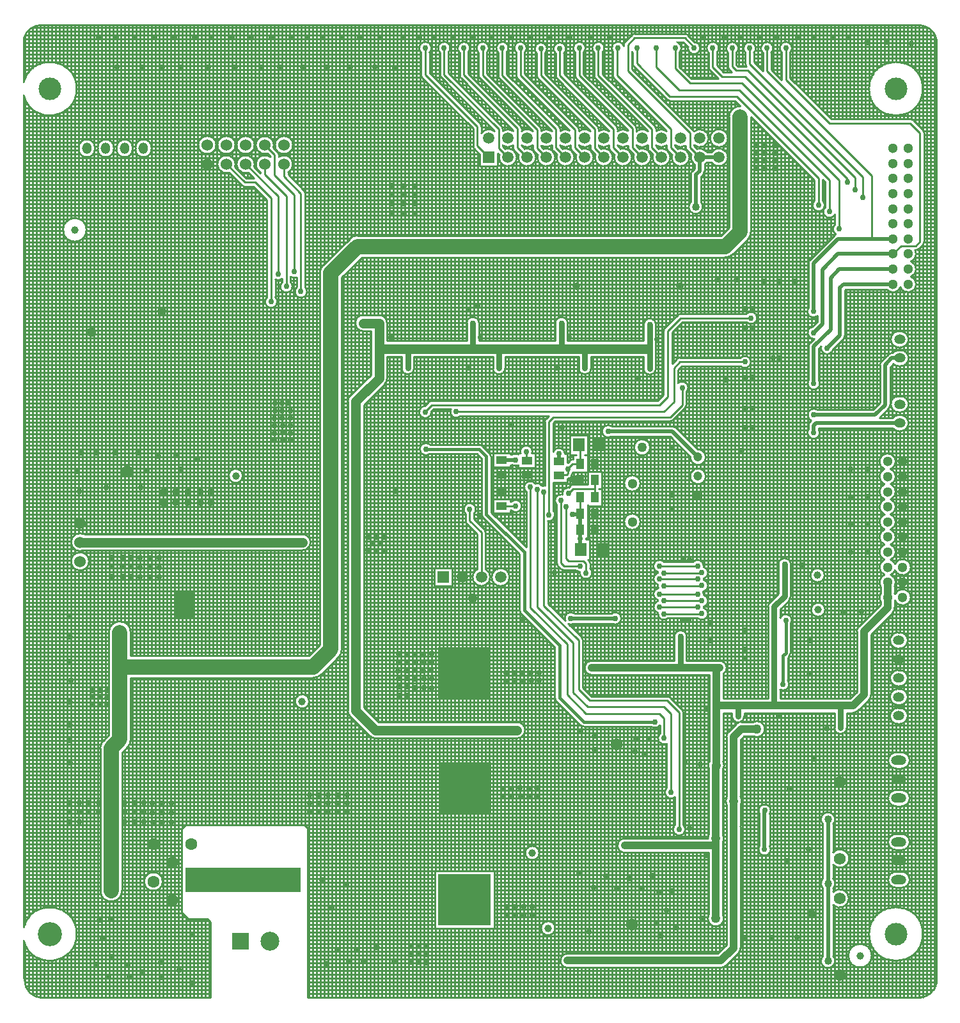
<source format=gbl>
%FSLAX25Y25*%
%MOIN*%
G70*
G01*
G75*
G04 Layer_Physical_Order=2*
G04 Layer_Color=16711680*
%ADD10C,0.01000*%
%ADD11R,0.04134X0.05512*%
%ADD12R,0.05512X0.04134*%
%ADD13R,0.04724X0.03150*%
%ADD14O,0.04724X0.03150*%
%ADD15R,0.04724X0.01969*%
%ADD16R,0.04724X0.01181*%
%ADD17R,0.01969X0.04724*%
%ADD18R,0.01181X0.04724*%
%ADD19R,0.05512X0.03937*%
%ADD20R,0.06102X0.08661*%
%ADD21R,0.08661X0.06102*%
%ADD22R,0.06102X0.02362*%
%ADD23R,0.02362X0.06102*%
%ADD24R,0.08268X0.14764*%
%ADD25R,0.09843X0.09055*%
%ADD26R,0.06000X0.10000*%
%ADD27O,0.06102X0.02362*%
%ADD28R,0.14764X0.08268*%
%ADD29R,0.10236X0.09449*%
%ADD30R,0.08661X0.05906*%
%ADD31R,0.05000X0.01000*%
%ADD32R,0.01000X0.05000*%
%ADD33O,0.05000X0.01000*%
%ADD34R,0.12402X0.06299*%
%ADD35R,0.02362X0.07874*%
%ADD36R,0.07087X0.06000*%
%ADD37R,0.03937X0.05512*%
%ADD38R,0.06299X0.12402*%
%ADD39R,0.09449X0.10236*%
%ADD40R,0.06000X0.07087*%
%ADD41R,0.06500X0.04500*%
%ADD42R,0.06500X0.11800*%
%ADD43O,0.03150X0.11811*%
%ADD44R,0.03150X0.11811*%
%ADD45R,0.03150X0.04724*%
%ADD46O,0.03150X0.04724*%
%ADD47R,0.01772X0.05709*%
%ADD48R,0.05709X0.01772*%
%ADD49R,0.04921X0.13386*%
%ADD50R,0.06299X0.10630*%
%ADD51R,0.10630X0.06299*%
%ADD52C,0.02000*%
%ADD53C,0.01500*%
%ADD54C,0.03000*%
%ADD55C,0.04000*%
%ADD56C,0.06000*%
%ADD57C,0.02500*%
%ADD58C,0.01200*%
%ADD59C,0.08000*%
%ADD60C,0.05000*%
%ADD61R,0.06900X0.16600*%
%ADD62R,0.12500X0.03400*%
%ADD63R,0.19600X0.16800*%
%ADD64R,0.27900X0.19600*%
%ADD65R,0.44300X0.27600*%
%ADD66R,0.18898X0.09449*%
%ADD67R,0.18898X0.09055*%
%ADD68R,0.10221X0.52362*%
%ADD69R,0.20331X0.12598*%
%ADD70R,0.45592X0.09289*%
%ADD71R,0.25590X0.20079*%
%ADD72R,0.22441X0.20254*%
%ADD73R,0.32677X0.11024*%
%ADD74R,0.36614X0.28346*%
%ADD75R,0.18504X0.62205*%
%ADD76R,0.13780X0.22835*%
%ADD77R,0.24900X0.11417*%
%ADD78R,0.30800X0.16605*%
%ADD79R,0.37402X0.13386*%
%ADD80R,0.14014X0.14161*%
%ADD81R,0.44488X0.16838*%
%ADD82R,0.14173X0.04724*%
%ADD83R,0.15354X0.16535*%
%ADD84R,0.19291X0.16142*%
%ADD85R,0.38976X0.14892*%
%ADD86R,0.15354X0.14098*%
%ADD87R,0.22300X0.17000*%
%ADD88R,0.69700X0.22200*%
%ADD89R,0.22200X0.18100*%
%ADD90R,0.20700X0.43400*%
%ADD91R,0.16900X0.61900*%
%ADD92R,0.17600X0.11100*%
%ADD93R,0.60400X0.28600*%
%ADD94R,0.06300X0.33500*%
%ADD95R,0.51100X0.18500*%
%ADD96R,0.17300X0.16200*%
%ADD97R,0.64800X0.19500*%
%ADD98R,0.54300X0.17300*%
%ADD99R,0.44100X0.21000*%
%ADD100R,0.22200X0.50300*%
%ADD101R,0.21200X0.51400*%
%ADD102R,0.42500X0.16300*%
%ADD103R,0.12300X0.11000*%
%ADD104R,0.36434X0.18432*%
%ADD105R,0.18200X0.09300*%
%ADD106R,0.30400X0.13200*%
%ADD107R,0.49910X0.31300*%
%ADD108C,0.03937*%
%ADD109C,0.05118*%
%ADD110O,0.05000X0.05906*%
%ADD111C,0.06000*%
%ADD112R,0.27559X0.26772*%
%ADD113R,0.09449X0.14961*%
%ADD114C,0.05906*%
%ADD115R,0.05906X0.05906*%
%ADD116C,0.06299*%
%ADD117O,0.05906X0.05000*%
%ADD118C,0.11811*%
%ADD119C,0.12598*%
%ADD120C,0.05000*%
%ADD121C,0.04724*%
%ADD122R,0.04724X0.04724*%
%ADD123C,0.09843*%
%ADD124R,0.08661X0.08661*%
%ADD125C,0.06200*%
%ADD126O,0.07874X0.05000*%
%ADD127R,0.06299X0.06299*%
%ADD128C,0.03000*%
%ADD129C,0.04000*%
%ADD130R,0.60400X0.13100*%
G54D10*
X2594Y11417D02*
G03*
X5215Y4821I9611J0D01*
G01*
X5215D02*
G03*
X11811Y2200I6596J6990D01*
G01*
X2594Y11417D02*
G03*
X2191Y12687I-2200J0D01*
G01*
X29759Y35433D02*
G03*
X2191Y38969I-14011J0D01*
G01*
Y31897D02*
G03*
X29759Y35433I13557J3536D01*
G01*
X42000Y58100D02*
G03*
X53400Y58100I5700J0D01*
G01*
X43670Y136431D02*
G03*
X42000Y132400I4030J-4030D01*
G01*
X43670Y136431D02*
G03*
X42000Y132400I4030J-4030D01*
G01*
X74565Y62800D02*
G03*
X74565Y62800I-4850J0D01*
G01*
X56230Y132870D02*
G03*
X57900Y136900I-4030J4030D01*
G01*
X56230Y132870D02*
G03*
X57900Y136900I-4030J4030D01*
G01*
X150901Y156798D02*
G03*
X150901Y156798I-3669J0D01*
G01*
X170997Y152003D02*
G03*
X172227Y149033I4200J0D01*
G01*
X182498Y138762D02*
G03*
X185468Y137532I2970J2970D01*
G01*
X182498Y138762D02*
G03*
X185468Y137532I2970J2970D01*
G01*
X170997Y152003D02*
G03*
X172227Y149033I4200J0D01*
G01*
X153100Y169100D02*
G03*
X157131Y170770I0J5700D01*
G01*
X153100Y169100D02*
G03*
X157131Y170770I0J5700D01*
G01*
X166230Y179869D02*
G03*
X167900Y183900I-4030J4030D01*
G01*
X166230Y179869D02*
G03*
X167900Y183900I-4030J4030D01*
G01*
X36201Y229816D02*
G03*
X36201Y229816I-4700J0D01*
G01*
X57900Y192800D02*
G03*
X46500Y192800I-5700J0D01*
G01*
X33611Y244016D02*
G03*
X33611Y235616I-2110J-4200D01*
G01*
X147384D02*
G03*
X151584Y239816I0J4200D01*
G01*
X116280Y274459D02*
G03*
X116280Y274459I-3669J0D01*
G01*
X151584Y239816D02*
G03*
X147384Y244016I-4200J0D01*
G01*
X238456Y225667D02*
G03*
X245309Y221567I2200J-4100D01*
G01*
X270823Y77705D02*
G03*
X270823Y77705I-3669J0D01*
G01*
X279091Y38457D02*
G03*
X279091Y38457I-3669J0D01*
G01*
X285600Y25243D02*
G03*
X285600Y17843I0J-3700D01*
G01*
X259268Y137532D02*
G03*
X263468Y141732I0J4200D01*
G01*
D02*
G03*
X259268Y145932I-4200J0D01*
G01*
X260542Y204408D02*
G03*
X261262Y202673I2450J0D01*
G01*
X260542Y204408D02*
G03*
X261260Y202676I2450J0D01*
G01*
X278850Y158800D02*
G03*
X279570Y157065I2450J0D01*
G01*
X278850Y158800D02*
G03*
X279568Y157068I2450J0D01*
G01*
X255309Y221567D02*
G03*
X255309Y221567I-4653J0D01*
G01*
X245309D02*
G03*
X242856Y225667I-4653J0D01*
G01*
X282140Y225848D02*
G03*
X283700Y225200I1560J1552D01*
G01*
X282144Y225844D02*
G03*
X283700Y225200I1556J1556D01*
G01*
X285995Y197116D02*
G03*
X288951Y197367I1238J2951D01*
G01*
X293600Y188600D02*
G03*
X292956Y190156I-2200J0D01*
G01*
X293600Y188600D02*
G03*
X292952Y190159I-2200J0D01*
G01*
X292220Y144415D02*
G03*
X293952Y143698I1732J1732D01*
G01*
X292218Y144418D02*
G03*
X293952Y143698I1735J1730D01*
G01*
X288951Y202767D02*
G03*
X284282Y198829I-1718J-2700D01*
G01*
X289776Y225200D02*
G03*
X292023Y224201I2324J2200D01*
G01*
D02*
G03*
X298400Y223819I3177J-382D01*
G01*
X232400Y251000D02*
G03*
X233048Y249441I2200J0D01*
G01*
X232400Y251000D02*
G03*
X233044Y249444I2200J0D01*
G01*
X237800Y257000D02*
G03*
X232400Y254676I-3200J0D01*
G01*
X236800D02*
G03*
X237800Y257000I-2200J2324D01*
G01*
X242856Y244944D02*
G03*
X242208Y246504I-2200J0D01*
G01*
X242856Y244944D02*
G03*
X242212Y246500I-2200J0D01*
G01*
X240750Y254438D02*
G03*
X241468Y252705I2450J0D01*
G01*
X240750Y254438D02*
G03*
X241470Y252703I2450J0D01*
G01*
X213776Y290815D02*
G03*
X213776Y285915I-2059J-2450D01*
G01*
X245650Y284500D02*
G03*
X244932Y286232I-2450J0D01*
G01*
X245650Y284500D02*
G03*
X244930Y286235I-2450J0D01*
G01*
X241069Y290095D02*
G03*
X239335Y290815I-1735J-1730D01*
G01*
X241067Y290098D02*
G03*
X239335Y290815I-1732J-1732D01*
G01*
X261727Y258661D02*
G03*
X256203Y260861I-3200J0D01*
G01*
Y256461D02*
G03*
X261727Y258661I2324J2200D01*
G01*
X273700Y269307D02*
G03*
X272278Y269198I-472J-3165D01*
G01*
X268735Y270379D02*
G03*
X263942Y266180I-2593J-1875D01*
G01*
X279900Y229000D02*
G03*
X280548Y227441I2200J0D01*
G01*
X279900Y229000D02*
G03*
X280544Y227444I2200J0D01*
G01*
X279100Y254000D02*
G03*
X278100Y256324I-3200J0D01*
G01*
X275428Y250835D02*
G03*
X279100Y254000I472J3165D01*
G01*
X282837Y264714D02*
G03*
X279900Y259276I-737J-3114D01*
G01*
X286087Y268399D02*
G03*
X282837Y264714I-88J-3199D01*
G01*
X256739Y280104D02*
G03*
X259916Y279956I1718J2700D01*
G01*
Y285652D02*
G03*
X256739Y285504I-1460J-2848D01*
G01*
X272278Y269198D02*
G03*
X268735Y270379I-2593J-1875D01*
G01*
X267202Y287134D02*
G03*
X260948Y286181I-3200J0D01*
G01*
X267057D02*
G03*
X267202Y287134I-3055J953D01*
G01*
X288516Y269916D02*
G03*
X286960Y269272I0J-2200D01*
G01*
X288516Y269916D02*
G03*
X286957Y269268I0J-2200D01*
G01*
X285558Y272783D02*
G03*
X286648Y273378I-466J2150D01*
G01*
X285558Y272783D02*
G03*
X286652Y273382I-466J2150D01*
G01*
X287450Y274180D02*
G03*
X288099Y275740I-1552J1560D01*
G01*
X287454Y274184D02*
G03*
X288099Y275740I-1556J1556D01*
G01*
Y275780D02*
G03*
X288547Y276308I-2200J2324D01*
G01*
X284302Y285854D02*
G03*
X278100Y286934I-3200J-27D01*
G01*
X288244Y282964D02*
G03*
X286685Y282315I0J-2200D01*
G01*
X288244Y282964D02*
G03*
X286688Y282319I0J-2200D01*
G01*
X128900Y367624D02*
G03*
X134300Y365300I2200J-2324D01*
G01*
D02*
G03*
X133300Y367624I-3200J0D01*
G01*
X149800Y370500D02*
G03*
X148800Y372824I-3200J0D01*
G01*
X136800Y375524D02*
G03*
X142200Y373200I2200J-2324D01*
G01*
X133300Y376762D02*
G03*
X136800Y377327I1325J2913D01*
G01*
X142200Y373200D02*
G03*
X141200Y375524I-3200J0D01*
G01*
X144400Y372824D02*
G03*
X149800Y370500I2200J-2324D01*
G01*
X141200Y378325D02*
G03*
X144400Y377976I1900J2575D01*
G01*
X34877Y402756D02*
G03*
X34877Y402756I-6137J0D01*
G01*
X115719Y425948D02*
G03*
X117279Y425300I1560J1552D01*
G01*
X115723Y425944D02*
G03*
X117279Y425300I1556J1556D01*
G01*
X112264Y435627D02*
G03*
X112471Y437008I-4493J1381D01*
G01*
X122264Y435627D02*
G03*
X122471Y437008I-4493J1381D01*
G01*
X148800Y421800D02*
G03*
X148156Y423356I-2200J0D01*
G01*
X148800Y421800D02*
G03*
X148152Y423359I-2200J0D01*
G01*
X139971Y432855D02*
G03*
X142471Y437008I-2200J4153D01*
G01*
X172227Y316167D02*
G03*
X170997Y313197I2970J-2970D01*
G01*
X172227Y316167D02*
G03*
X170997Y313197I2970J-2970D01*
G01*
X190270Y322330D02*
G03*
X191500Y325300I-2970J2970D01*
G01*
X190270Y322330D02*
G03*
X191500Y325300I-2970J2970D01*
G01*
X199112Y330512D02*
G03*
X205512Y330512I3200J0D01*
G01*
X199112D02*
G03*
X205512Y330512I3200J0D01*
G01*
X214617Y307700D02*
G03*
X214594Y308083I-3200J0D01*
G01*
X211180Y310891D02*
G03*
X214617Y307700I237J-3191D01*
G01*
X224655Y309217D02*
G03*
X229883Y305674I2904J-1343D01*
G01*
X214817Y313617D02*
G03*
X213262Y312973I0J-2200D01*
G01*
X214817Y313617D02*
G03*
X213258Y312969I0J-2200D01*
G01*
X179166Y358334D02*
G03*
X179166Y349934I0J-4200D01*
G01*
X158169Y384331D02*
G03*
X156500Y380300I4030J-4030D01*
G01*
X158169Y384331D02*
G03*
X156500Y380300I4030J-4030D01*
G01*
X176000Y399800D02*
G03*
X171969Y398130I0J-5700D01*
G01*
X176000Y399800D02*
G03*
X171969Y398130I0J-5700D01*
G01*
X191500Y354134D02*
G03*
X187300Y358334I-4200J0D01*
G01*
X191500Y354134D02*
G03*
X187300Y358334I-4200J0D01*
G01*
X30815Y444823D02*
G03*
X39215Y444823I4200J0D01*
G01*
X40658D02*
G03*
X49058Y444823I4200J0D01*
G01*
X50500D02*
G03*
X58900Y444823I4200J0D01*
G01*
X39215Y445728D02*
G03*
X30815Y445728I-4200J0D01*
G01*
X49058D02*
G03*
X40658Y445728I-4200J0D01*
G01*
X58900D02*
G03*
X50500Y445728I-4200J0D01*
G01*
X60343Y444823D02*
G03*
X68743Y444823I4200J0D01*
G01*
X112471Y437008D02*
G03*
X109152Y432515I-4700J0D01*
G01*
X122471Y437008D02*
G03*
X119152Y432515I-4700J0D01*
G01*
X130700Y440684D02*
G03*
X125571Y432855I-2929J-3676D01*
G01*
X68743Y445728D02*
G03*
X60343Y445728I-4200J0D01*
G01*
X102471Y447008D02*
G03*
X102471Y447008I-4700J0D01*
G01*
X112471D02*
G03*
X112471Y447008I-4700J0D01*
G01*
X122471D02*
G03*
X122471Y447008I-4700J0D01*
G01*
X132471D02*
G03*
X129152Y442515I-4700J0D01*
G01*
X2191Y472842D02*
G03*
X29759Y476378I13557J3536D01*
G01*
D02*
G03*
X2191Y479914I-14011J0D01*
G01*
X11417Y509611D02*
G03*
X2191Y502691I0J-9611D01*
G01*
X132264Y445627D02*
G03*
X132471Y447008I-4493J1381D01*
G01*
X142471Y437008D02*
G03*
X135100Y440875I-4700J0D01*
G01*
Y441879D02*
G03*
X134456Y443435I-2200J0D01*
G01*
X142471Y447008D02*
G03*
X142471Y447008I-4700J0D01*
G01*
X135100Y441879D02*
G03*
X134452Y443438I-2200J0D01*
G01*
X236300Y446539D02*
G03*
X236948Y444980I2200J0D01*
G01*
X236300Y446539D02*
G03*
X236944Y444984I2200J0D01*
G01*
X209217Y483683D02*
G03*
X209862Y482127I2200J0D01*
G01*
X209217Y483683D02*
G03*
X209866Y482123I2200J0D01*
G01*
X219060Y483740D02*
G03*
X219704Y482185I2200J0D01*
G01*
X219060Y483740D02*
G03*
X219708Y482181I2200J0D01*
G01*
X213617Y495314D02*
G03*
X214617Y497638I-2200J2324D01*
G01*
D02*
G03*
X209217Y495314I-3200J0D01*
G01*
X223460D02*
G03*
X224460Y497638I-2200J2324D01*
G01*
D02*
G03*
X219060Y495314I-3200J0D01*
G01*
X229296Y483504D02*
G03*
X229944Y481944I2200J0D01*
G01*
X234696Y497638D02*
G03*
X229296Y495314I-3200J0D01*
G01*
Y483504D02*
G03*
X229940Y481948I2200J0D01*
G01*
X233696Y495314D02*
G03*
X234696Y497638I-2200J2324D01*
G01*
X246612Y330512D02*
G03*
X253012Y330512I3200J0D01*
G01*
X246612D02*
G03*
X253012Y330512I3200J0D01*
G01*
X239440Y354147D02*
G03*
X233040Y354147I-3200J0D01*
G01*
X239440D02*
G03*
X233040Y354147I-3200J0D01*
G01*
X247406Y454175D02*
G03*
X240700Y453252I-2918J-3624D01*
G01*
X257249Y454296D02*
G03*
X251806Y454353I-2761J-3745D01*
G01*
X250034Y441894D02*
G03*
X259141Y440551I4455J-1343D01*
G01*
X257249Y445591D02*
G03*
X257893Y444035I2200J0D01*
G01*
X251806Y446749D02*
G03*
X257249Y446806I2682J3802D01*
G01*
X259141Y440551D02*
G03*
X253145Y445006I-4653J0D01*
G01*
X257249Y445591D02*
G03*
X257897Y444031I2200J0D01*
G01*
X260034Y441894D02*
G03*
X269141Y440551I4455J-1343D01*
G01*
X274344Y304356D02*
G03*
X273700Y302800I1556J-1556D01*
G01*
X274348Y304360D02*
G03*
X273700Y302800I1552J-1560D01*
G01*
X291388Y330512D02*
G03*
X297788Y330512I3200J0D01*
G01*
X291388D02*
G03*
X297788Y330512I3200J0D01*
G01*
X285579Y354140D02*
G03*
X279179Y354140I-3200J0D01*
G01*
X285579D02*
G03*
X279179Y354140I-3200J0D01*
G01*
X269141Y440551D02*
G03*
X263145Y445006I-4653J0D01*
G01*
X267485Y445354D02*
G03*
X268133Y443795I2200J0D01*
G01*
X267485Y445354D02*
G03*
X268129Y443799I2200J0D01*
G01*
X270034Y441894D02*
G03*
X279141Y440551I4455J-1343D01*
G01*
X277328Y445512D02*
G03*
X277976Y443952I2200J0D01*
G01*
X277328Y445512D02*
G03*
X277972Y443956I2200J0D01*
G01*
X261649Y446865D02*
G03*
X267485Y446992I2840J3686D01*
G01*
Y454110D02*
G03*
X261649Y454237I-2997J-3559D01*
G01*
X271885Y446695D02*
G03*
X277328Y446865I2603J3856D01*
G01*
Y454237D02*
G03*
X271885Y454408I-2839J-3686D01*
G01*
X280034Y441894D02*
G03*
X289141Y440551I4455J-1343D01*
G01*
X279141D02*
G03*
X273145Y445006I-4653J0D01*
G01*
X289141Y440551D02*
G03*
X283145Y445006I-4653J0D01*
G01*
X290034Y441894D02*
G03*
X299141Y440551I4455J-1343D01*
G01*
D02*
G03*
X293145Y445006I-4653J0D01*
G01*
X281728Y446806D02*
G03*
X287170Y446749I2761J3745D01*
G01*
X286583Y454706D02*
G03*
X281728Y454296I-2095J-4155D01*
G01*
X287170Y445669D02*
G03*
X287814Y444114I2200J0D01*
G01*
X287170Y445669D02*
G03*
X287818Y444110I2200J0D01*
G01*
X297406Y454175D02*
G03*
X291570Y454175I-2918J-3624D01*
G01*
Y446927D02*
G03*
X297406Y446927I2918J3624D01*
G01*
X240700Y456600D02*
G03*
X240052Y458159I-2200J0D01*
G01*
X240700Y456600D02*
G03*
X240056Y458156I-2200J0D01*
G01*
X251806Y455394D02*
G03*
X251162Y456949I-2200J0D01*
G01*
X251806Y455394D02*
G03*
X251158Y456953I-2200J0D01*
G01*
X261649Y455551D02*
G03*
X261004Y457107I-2200J0D01*
G01*
X261649Y455551D02*
G03*
X261000Y457111I-2200J0D01*
G01*
X239139Y483461D02*
G03*
X239783Y481906I2200J0D01*
G01*
X239139Y483461D02*
G03*
X239787Y481902I2200J0D01*
G01*
X244539Y497638D02*
G03*
X239139Y495314I-3200J0D01*
G01*
X243539D02*
G03*
X244539Y497638I-2200J2324D01*
G01*
X249375Y483225D02*
G03*
X250023Y481666I2200J0D01*
G01*
X249375Y483225D02*
G03*
X250019Y481670I2200J0D01*
G01*
X258824Y483376D02*
G03*
X259472Y481817I2200J0D01*
G01*
X258824Y483376D02*
G03*
X259468Y481821I2200J0D01*
G01*
X253775Y495314D02*
G03*
X254775Y497638I-2200J2324D01*
G01*
D02*
G03*
X249375Y495314I-3200J0D01*
G01*
X264224Y497638D02*
G03*
X258824Y495314I-3200J0D01*
G01*
X271885Y455115D02*
G03*
X271237Y456674I-2200J0D01*
G01*
X271885Y455115D02*
G03*
X271241Y456671I-2200J0D01*
G01*
X281728Y455272D02*
G03*
X281083Y456828I-2200J0D01*
G01*
X281728Y455272D02*
G03*
X281079Y456832I-2200J0D01*
G01*
X291570Y455030D02*
G03*
X290926Y456586I-2200J0D01*
G01*
X291570Y455030D02*
G03*
X290922Y456590I-2200J0D01*
G01*
X269454Y483347D02*
G03*
X270102Y481787I2200J0D01*
G01*
X269454Y483347D02*
G03*
X270098Y481791I2200J0D01*
G01*
X274853Y497244D02*
G03*
X269454Y494920I-3200J0D01*
G01*
X263224Y495314D02*
G03*
X264224Y497638I-2200J2324D01*
G01*
X273853Y494920D02*
G03*
X274853Y497244I-2200J2324D01*
G01*
X279296Y483304D02*
G03*
X279944Y481744I2200J0D01*
G01*
X279296Y483304D02*
G03*
X279940Y481748I2200J0D01*
G01*
X289532Y483168D02*
G03*
X290181Y481608I2200J0D01*
G01*
X289532Y483168D02*
G03*
X290177Y481612I2200J0D01*
G01*
X284696Y497244D02*
G03*
X279296Y494920I-3200J0D01*
G01*
X283696D02*
G03*
X284696Y497244I-2200J2324D01*
G01*
X294932Y497638D02*
G03*
X289532Y495314I-3200J0D01*
G01*
X365443Y17843D02*
G03*
X368060Y18927I0J3700D01*
G01*
X365443Y17843D02*
G03*
X368060Y18927I0J3700D01*
G01*
X359136Y45528D02*
G03*
X367036Y43540I3700J-1987D01*
G01*
X315337Y85240D02*
G03*
X315337Y77840I0J-3700D01*
G01*
X341501Y92281D02*
G03*
X346942Y89997I2241J-2284D01*
G01*
X337210Y111533D02*
G03*
X341501Y106792I2241J-2284D01*
G01*
X346942Y89997D02*
G03*
X345901Y92359I-3200J0D01*
G01*
X329042Y143698D02*
G03*
X333635Y144194I2059J2450D01*
G01*
Y139897D02*
G03*
X337210Y134684I2200J-2324D01*
G01*
X359136Y87202D02*
G03*
X358648Y85240I3712J-1965D01*
G01*
X359095Y92300D02*
G03*
X359136Y91751I3700J0D01*
G01*
X359095Y92300D02*
G03*
X359136Y91751I3700J0D01*
G01*
X366536Y92259D02*
G03*
X366495Y92808I-3700J0D01*
G01*
X359292Y125373D02*
G03*
X359095Y121853I3708J-1973D01*
G01*
X367036Y43540D02*
G03*
X366536Y45528I-4200J0D01*
G01*
Y92259D02*
G03*
X366495Y92808I-3700J0D01*
G01*
X366536Y83228D02*
G03*
X367048Y85237I-3688J2009D01*
G01*
D02*
G03*
X366536Y87246I-4200J0D01*
G01*
X374663Y25531D02*
G03*
X375747Y28147I-2616J2616D01*
G01*
X374663Y25531D02*
G03*
X375747Y28147I-2616J2616D01*
G01*
X385560Y81258D02*
G03*
X391460Y79540I2700J-1718D01*
G01*
D02*
G03*
X390960Y81258I-3200J0D01*
G01*
X375747Y91416D02*
G03*
X375788Y91965I-3659J549D01*
G01*
X368388Y95893D02*
G03*
X368347Y95344I3659J-549D01*
G01*
X391500Y99843D02*
G03*
X385560Y98191I-3200J0D01*
G01*
X390960Y98064D02*
G03*
X391500Y99843I-2660J1779D01*
G01*
X368362Y106507D02*
G03*
X368388Y103036I3838J-1707D01*
G01*
X368347Y106841D02*
G03*
X368362Y106507I3700J0D01*
G01*
X366495Y121071D02*
G03*
X367200Y123400I-3495J2329D01*
G01*
D02*
G03*
X366692Y125402I-4200J0D01*
G01*
X369431Y140969D02*
G03*
X368347Y138353I2616J-2616D01*
G01*
X369431Y140969D02*
G03*
X368347Y138353I2616J-2616D01*
G01*
X375785Y106988D02*
G03*
X375747Y107390I-3697J-147D01*
G01*
X374882Y145827D02*
G03*
X373376Y144914I1110J-3530D01*
G01*
X374882Y145827D02*
G03*
X373376Y144914I1110J-3530D01*
G01*
X375992Y145998D02*
G03*
X375464Y145960I0J-3700D01*
G01*
X375788Y102617D02*
G03*
X376400Y104800I-3588J2183D01*
G01*
D02*
G03*
X375785Y106988I-4200J0D01*
G01*
X382272Y138598D02*
G03*
X388460Y142298I1987J3700D01*
G01*
X371266Y149000D02*
G03*
X374882Y145827I3200J0D01*
G01*
X375464Y145960D02*
G03*
X377665Y149000I-998J3040D01*
G01*
X371266D02*
G03*
X374882Y145827I3200J0D01*
G01*
X375464Y145960D02*
G03*
X377665Y149000I-998J3040D01*
G01*
X375992Y145998D02*
G03*
X375464Y145960I0J-3700D01*
G01*
X388460Y142298D02*
G03*
X382272Y145998I-4200J0D01*
G01*
X298200Y178000D02*
G03*
X298200Y170600I0J-3700D01*
G01*
X308716Y197367D02*
G03*
X313633Y200067I1718J2700D01*
G01*
D02*
G03*
X308716Y202767I-3200J0D01*
G01*
X319660Y170600D02*
G03*
X320500Y170503I840J3603D01*
G01*
X324040Y177903D02*
G03*
X323200Y178000I-840J-3603D01*
G01*
X332634Y202945D02*
G03*
X338124Y200282I3166J-463D01*
G01*
X295384Y241243D02*
G03*
X295432Y241800I-3151J557D01*
G01*
X297400Y228700D02*
G03*
X296756Y230256I-2200J0D01*
G01*
X298400Y223819D02*
G03*
X297400Y226143I-3200J0D01*
G01*
Y228700D02*
G03*
X296752Y230259I-2200J0D01*
G01*
X323550Y250472D02*
G03*
X323550Y250472I-4259J0D01*
G01*
X332601Y209096D02*
G03*
X332634Y202945I899J-3071D01*
G01*
X332863Y215854D02*
G03*
X332634Y209638I637J-3136D01*
G01*
D02*
G03*
X332601Y209096I3166J-463D01*
G01*
Y223739D02*
G03*
X332634Y217587I899J-3071D01*
G01*
D02*
G03*
X332863Y215854I3166J-463D01*
G01*
X335824Y229561D02*
G03*
X332634Y224280I-2324J-2200D01*
G01*
D02*
G03*
X332601Y223739I3166J-463D01*
G01*
X323550Y270473D02*
G03*
X323550Y270473I-4259J0D01*
G01*
X339156Y158756D02*
G03*
X337600Y159400I-1556J-1556D01*
G01*
X339159Y158752D02*
G03*
X337600Y159400I-1560J-1552D01*
G01*
X345901Y151099D02*
G03*
X345256Y152655I-2200J0D01*
G01*
X345901Y151099D02*
G03*
X345252Y152659I-2200J0D01*
G01*
X366692Y171012D02*
G03*
X368520Y174203I-1872J3191D01*
G01*
X366692Y171012D02*
G03*
X368520Y174203I-1872J3191D01*
G01*
D02*
G03*
X367436Y176820I-3700J0D01*
G01*
X368520Y174203D02*
G03*
X367436Y176820I-3700J0D01*
G01*
X367339Y176916D02*
G03*
X363883Y177903I-2616J-2616D01*
G01*
X347600Y190714D02*
G03*
X341200Y190714I-3200J0D01*
G01*
X347600D02*
G03*
X341200Y190714I-3200J0D01*
G01*
X356466Y205602D02*
G03*
X356500Y206065I-3166J463D01*
G01*
X356466Y212295D02*
G03*
X356500Y212757I-3166J463D01*
G01*
D02*
G03*
X356237Y214028I-3200J0D01*
G01*
X356466Y220244D02*
G03*
X356500Y220707I-3166J463D01*
G01*
X356466Y226937D02*
G03*
X356500Y227400I-3166J463D01*
G01*
X357606Y274173D02*
G03*
X357606Y274173I-4062J0D01*
G01*
X356500Y227400D02*
G03*
X350940Y229561I-3200J0D01*
G01*
X349488Y284410D02*
G03*
X357606Y284173I4055J-237D01*
G01*
X353314Y200282D02*
G03*
X358800Y202521I2286J2239D01*
G01*
D02*
G03*
X356466Y205602I-3200J0D01*
G01*
X356499Y206143D02*
G03*
X358800Y209214I-899J3071D01*
G01*
D02*
G03*
X356466Y212295I-3200J0D01*
G01*
X390906Y208476D02*
G03*
X389966Y206210I2260J-2266D01*
G01*
X390904Y208473D02*
G03*
X389966Y206210I2263J-2263D01*
G01*
X356237Y214028D02*
G03*
X358800Y217164I-637J3136D01*
G01*
D02*
G03*
X356466Y220244I-3200J0D01*
G01*
X356499Y220786D02*
G03*
X358800Y223857I-899J3071D01*
G01*
D02*
G03*
X356466Y226937I-3200J0D01*
G01*
X418600Y64330D02*
G03*
X418600Y59270I2700J-2530D01*
G01*
X418600Y23858D02*
G03*
X425000Y21328I2700J-2530D01*
G01*
D02*
G03*
X424000Y23858I-3700J0D01*
G01*
X432200Y54000D02*
G03*
X424000Y57388I-4800J0D01*
G01*
X424000Y50612D02*
G03*
X432200Y54000I3400J3388D01*
G01*
X424000Y59270D02*
G03*
X425000Y61800I-2700J2530D01*
G01*
D02*
G03*
X424000Y64330I-3700J0D01*
G01*
Y92782D02*
G03*
X425000Y95312I-2700J2530D01*
G01*
D02*
G03*
X418600Y92782I-3700J0D01*
G01*
X432400Y74800D02*
G03*
X424000Y77975I-4800J0D01*
G01*
Y71625D02*
G03*
X432400Y74800I3600J3175D01*
G01*
X424612Y142904D02*
G03*
X431012Y142904I3200J0D01*
G01*
X424612D02*
G03*
X431012Y142904I3200J0D01*
G01*
X444137Y24100D02*
G03*
X444137Y24100I-6137J0D01*
G01*
X456831Y67980D02*
G03*
X456831Y59579I0J-4200D01*
G01*
X468504Y2200D02*
G03*
X477913Y9849I0J9611D01*
G01*
X470704Y35433D02*
G03*
X470704Y35433I-14011J0D01*
G01*
X459705Y59579D02*
G03*
X463905Y63779I0J4200D01*
G01*
D02*
G03*
X459705Y67980I-4200J0D01*
G01*
X456831Y87665D02*
G03*
X456831Y79265I0J-4200D01*
G01*
Y110499D02*
G03*
X456831Y102099I0J-4200D01*
G01*
Y130184D02*
G03*
X456831Y121784I0J-4200D01*
G01*
X434308Y150818D02*
G03*
X436924Y151902I0J3700D01*
G01*
X434308Y150818D02*
G03*
X436924Y151902I0J3700D01*
G01*
X457802Y153413D02*
G03*
X457802Y145013I0J-4200D01*
G01*
X459705Y79265D02*
G03*
X463905Y83465I0J4200D01*
G01*
X459705Y102099D02*
G03*
X463905Y106299I0J4200D01*
G01*
Y83465D02*
G03*
X459705Y87665I-4200J0D01*
G01*
X463905Y106299D02*
G03*
X459705Y110499I-4200J0D01*
G01*
X463905Y125984D02*
G03*
X459705Y130184I-4200J0D01*
G01*
Y121784D02*
G03*
X463905Y125984I0J4200D01*
G01*
X458708Y145013D02*
G03*
X462908Y149213I0J4200D01*
G01*
D02*
G03*
X458708Y153413I-4200J0D01*
G01*
X401091Y165739D02*
G03*
X400341Y167797I-3200J0D01*
G01*
X396366Y162925D02*
G03*
X401091Y165739I1524J2814D01*
G01*
X401038Y180382D02*
G03*
X401758Y182117I-1730J1735D01*
G01*
X401040Y180384D02*
G03*
X401758Y182117I-1732J1732D01*
G01*
X442633Y157611D02*
G03*
X443717Y160227I-2616J2616D01*
G01*
X442633Y157611D02*
G03*
X443717Y160227I-2616J2616D01*
G01*
X437400Y195933D02*
G03*
X436317Y193317I2616J-2616D01*
G01*
X437400Y195933D02*
G03*
X436317Y193317I2616J-2616D01*
G01*
X402508Y199046D02*
G03*
X396366Y200305I-3200J0D01*
G01*
X400960Y209479D02*
G03*
X401900Y211744I-2260J2266D01*
G01*
X401758Y196987D02*
G03*
X402508Y199046I-2450J2059D01*
G01*
X419825Y204588D02*
G03*
X419825Y204588I-3669J0D01*
G01*
X400963Y209481D02*
G03*
X401900Y211744I-2263J2263D01*
G01*
X419527Y222588D02*
G03*
X419527Y222588I-3669J0D01*
G01*
X401900Y228300D02*
G03*
X395500Y228300I-3200J0D01*
G01*
X401900D02*
G03*
X395500Y228300I-3200J0D01*
G01*
X448662Y213133D02*
G03*
X448662Y208914I3700J-2109D01*
G01*
X456621Y281890D02*
G03*
X450737Y277953I-4259J0D01*
G01*
X457802Y163255D02*
G03*
X457802Y154855I0J-4200D01*
G01*
Y192783D02*
G03*
X457802Y184383I0J-4200D01*
G01*
Y173098D02*
G03*
X457802Y164698I0J-4200D01*
G01*
X454979Y203046D02*
G03*
X456062Y205662I-2616J2616D01*
G01*
X454979Y203046D02*
G03*
X456062Y205662I-2616J2616D01*
G01*
X450737Y222835D02*
G03*
X448662Y216788I1625J-3937D01*
G01*
X456299Y212648D02*
G03*
X456062Y213133I-3937J-1625D01*
G01*
Y208914D02*
G03*
X456299Y209399I-3700J2109D01*
G01*
X456062Y216788D02*
G03*
X456621Y218898I-3700J2109D01*
G01*
X458708Y154855D02*
G03*
X462908Y159055I0J4200D01*
G01*
D02*
G03*
X458708Y163255I-4200J0D01*
G01*
Y164698D02*
G03*
X462908Y168898I0J4200D01*
G01*
D02*
G03*
X458708Y173098I-4200J0D01*
G01*
Y184383D02*
G03*
X462908Y188583I0J4200D01*
G01*
D02*
G03*
X458708Y192783I-4200J0D01*
G01*
X456299Y209399D02*
G03*
X464495Y211024I3937J1625D01*
G01*
D02*
G03*
X456299Y212648I-4259J0D01*
G01*
X450737Y230709D02*
G03*
X450737Y222835I1625J-3937D01*
G01*
X453987Y230709D02*
G03*
X456621Y234646I-1625J3937D01*
G01*
X450737Y238583D02*
G03*
X450737Y230709I1625J-3937D01*
G01*
Y246457D02*
G03*
X450737Y238583I1625J-3937D01*
G01*
X453987Y246457D02*
G03*
X456621Y250394I-1625J3937D01*
G01*
Y218898D02*
G03*
X453987Y222835I-4259J0D01*
G01*
X456299Y228396D02*
G03*
X453987Y230709I-3937J-1625D01*
G01*
Y222835D02*
G03*
X456299Y225147I-1625J3937D01*
G01*
X456621Y234646D02*
G03*
X453987Y238583I-4259J0D01*
G01*
X456621Y242520D02*
G03*
X453987Y246457I-4259J0D01*
G01*
X453987Y238583D02*
G03*
X456621Y242520I-1625J3937D01*
G01*
X450737Y254331D02*
G03*
X450737Y246457I1625J-3937D01*
G01*
Y262205D02*
G03*
X450737Y254331I1625J-3937D01*
G01*
X456621Y258268D02*
G03*
X453987Y262205I-4259J0D01*
G01*
X450737Y270079D02*
G03*
X450737Y262205I1625J-3937D01*
G01*
Y277953D02*
G03*
X450737Y270079I1625J-3937D01*
G01*
X453987Y277953D02*
G03*
X456621Y281890I-1625J3937D01*
G01*
Y250394D02*
G03*
X453987Y254331I-4259J0D01*
G01*
X453987Y262205D02*
G03*
X456621Y266142I-1625J3937D01*
G01*
X453987Y254331D02*
G03*
X456621Y258268I-1625J3937D01*
G01*
Y266142D02*
G03*
X453987Y270079I-4259J0D01*
G01*
X456621Y274016D02*
G03*
X453987Y277953I-4259J0D01*
G01*
X453987Y270079D02*
G03*
X456621Y274016I-1625J3937D01*
G01*
X456299Y225147D02*
G03*
X464495Y226772I3937J1625D01*
G01*
D02*
G03*
X456299Y228396I-4259J0D01*
G01*
X308411Y300338D02*
G03*
X308411Y294938I-1718J-2700D01*
G01*
X328600Y289300D02*
G03*
X328600Y289300I-4200J0D01*
G01*
X325200Y330400D02*
G03*
X331600Y330400I3200J0D01*
G01*
X325200D02*
G03*
X331600Y330400I3200J0D01*
G01*
X300034Y441894D02*
G03*
X309141Y440551I4455J-1343D01*
G01*
D02*
G03*
X303145Y445006I-4653J0D01*
G01*
X297406Y445433D02*
G03*
X298051Y443878I2200J0D01*
G01*
X297406Y445433D02*
G03*
X298055Y443874I2200J0D01*
G01*
X307249Y445591D02*
G03*
X307897Y444031I2200J0D01*
G01*
X307249Y445591D02*
G03*
X307893Y444035I2200J0D01*
G01*
X326137Y355574D02*
G03*
X325200Y353311I2263J-2263D01*
G01*
X326137Y355574D02*
G03*
X325200Y353311I2263J-2263D01*
G01*
X331642Y353353D02*
G03*
X326179Y355615I-3200J0D01*
G01*
X331642Y353353D02*
G03*
X326179Y355615I-3200J0D01*
G01*
X310034Y441894D02*
G03*
X319141Y440551I4455J-1343D01*
G01*
D02*
G03*
X313145Y445006I-4653J0D01*
G01*
X320034Y441894D02*
G03*
X329141Y440551I4455J-1343D01*
G01*
X317091Y445748D02*
G03*
X317736Y444193I2200J0D01*
G01*
X317091Y445748D02*
G03*
X317740Y444189I2200J0D01*
G01*
X329141Y440551D02*
G03*
X323145Y445006I-4653J0D01*
G01*
X330034Y441894D02*
G03*
X339141Y440551I4455J-1343D01*
G01*
X327328Y445512D02*
G03*
X327976Y443952I2200J0D01*
G01*
X327328Y445512D02*
G03*
X327972Y443956I2200J0D01*
G01*
X338976Y302918D02*
G03*
X340532Y303562I0J2200D01*
G01*
X338976Y302918D02*
G03*
X340536Y303566I0J2200D01*
G01*
X331600Y352838D02*
G03*
X331642Y353353I-3158J515D01*
G01*
X331600Y352838D02*
G03*
X331642Y353353I-3158J515D01*
G01*
X336240Y351651D02*
G03*
X335595Y350095I1556J-1556D01*
G01*
X336244Y351655D02*
G03*
X335595Y350095I1552J-1560D01*
G01*
X341988Y299547D02*
G03*
X340079Y300338I-1909J-1909D01*
G01*
X341988Y299547D02*
G03*
X340079Y300338I-1909J-1909D01*
G01*
X348476Y320472D02*
G03*
X343145Y322860I-3200J0D01*
G01*
X346827Y309858D02*
G03*
X347476Y311417I-1552J1560D01*
G01*
X357606Y284173D02*
G03*
X353306Y288229I-4062J0D01*
G01*
X346831Y309862D02*
G03*
X347476Y311417I-1556J1556D01*
G01*
Y318149D02*
G03*
X348476Y320472I-2200J2324D01*
G01*
X344094Y336058D02*
G03*
X342535Y335410I0J-2200D01*
G01*
X344094Y336058D02*
G03*
X342539Y335414I0J-2200D01*
G01*
X344511Y359011D02*
G03*
X342951Y358363I0J-2200D01*
G01*
X344511Y359011D02*
G03*
X342955Y358367I0J-2200D01*
G01*
X339141Y440551D02*
G03*
X333145Y445006I-4653J0D01*
G01*
X337170Y445669D02*
G03*
X337818Y444110I2200J0D01*
G01*
X337170Y445669D02*
G03*
X337814Y444114I2200J0D01*
G01*
X340034Y441894D02*
G03*
X349141Y440551I4455J-1343D01*
G01*
D02*
G03*
X343145Y445006I-4653J0D01*
G01*
X347100Y445740D02*
G03*
X347748Y444180I2200J0D01*
G01*
X347100Y445740D02*
G03*
X347744Y444184I2200J0D01*
G01*
X350453Y433405D02*
G03*
X349662Y431496I1909J-1909D01*
G01*
X350453Y433405D02*
G03*
X349662Y431496I1909J-1909D01*
G01*
Y417294D02*
G03*
X356062Y414764I2700J-2530D01*
G01*
D02*
G03*
X355062Y417294I-3700J0D01*
G01*
X356240Y431555D02*
G03*
X357031Y433465I-1909J1909D01*
G01*
X350034Y441894D02*
G03*
X351631Y436879I4455J-1343D01*
G01*
X358278Y443251D02*
G03*
X353145Y445006I-3789J-2700D01*
G01*
X356240Y431555D02*
G03*
X357031Y433465I-1909J1909D01*
G01*
Y436655D02*
G03*
X358278Y437851I-2542J3897D01*
G01*
X301806Y446749D02*
G03*
X307249Y446806I2682J3802D01*
G01*
X301806Y455394D02*
G03*
X301158Y456953I-2200J0D01*
G01*
X301806Y455394D02*
G03*
X301162Y456949I-2200J0D01*
G01*
X307249Y454296D02*
G03*
X301806Y454353I-2761J-3745D01*
G01*
X311649Y455351D02*
G03*
X311000Y456911I-2200J0D01*
G01*
X317091Y454408D02*
G03*
X311649Y454237I-2603J-3856D01*
G01*
Y455351D02*
G03*
X311004Y456907I-2200J0D01*
G01*
X311649Y446865D02*
G03*
X317091Y446695I2840J3686D01*
G01*
X299375Y483225D02*
G03*
X300023Y481666I2200J0D01*
G01*
X299375Y483225D02*
G03*
X300019Y481670I2200J0D01*
G01*
X304775Y497638D02*
G03*
X299375Y495314I-3200J0D01*
G01*
X293932Y495314D02*
G03*
X294932Y497638I-2200J2324D01*
G01*
X303775Y495314D02*
G03*
X304775Y497638I-2200J2324D01*
G01*
X309217Y483283D02*
G03*
X309862Y481727I2200J0D01*
G01*
X309217Y483283D02*
G03*
X309866Y481723I2200J0D01*
G01*
X314800Y498780D02*
G03*
X309217Y495763I-2989J-1143D01*
G01*
X315444Y500956D02*
G03*
X314800Y499400I1556J-1556D01*
G01*
X319200Y495583D02*
G03*
X319454Y495314I2454J2054D01*
G01*
X315448Y500959D02*
G03*
X314800Y499400I1552J-1560D01*
G01*
X320500Y505100D02*
G03*
X318940Y504452I0J-2200D01*
G01*
X320500Y505100D02*
G03*
X318944Y504456I0J-2200D01*
G01*
X321491Y446992D02*
G03*
X327328Y446865I2997J3559D01*
G01*
Y454237D02*
G03*
X321491Y454110I-2839J-3686D01*
G01*
X331728Y455272D02*
G03*
X331079Y456832I-2200J0D01*
G01*
X331728Y455272D02*
G03*
X331083Y456828I-2200J0D01*
G01*
X321491Y455609D02*
G03*
X320847Y457164I-2200J0D01*
G01*
X321491Y455609D02*
G03*
X320843Y457168I-2200J0D01*
G01*
X331728Y446806D02*
G03*
X337170Y446749I2761J3745D01*
G01*
X341570Y446927D02*
G03*
X347100Y446701I2918J3624D01*
G01*
X337170Y454353D02*
G03*
X331728Y454296I-2682J-3802D01*
G01*
X351381Y454014D02*
G03*
X350856Y454856I-2081J-714D01*
G01*
X351381Y454014D02*
G03*
X350852Y454859I-2081J-714D01*
G01*
X359141Y450551D02*
G03*
X351381Y454014I-4653J0D01*
G01*
X351500Y446985D02*
G03*
X359141Y450551I2988J3566D01*
G01*
X337340Y470748D02*
G03*
X338900Y470100I1560J1552D01*
G01*
X337344Y470744D02*
G03*
X338900Y470100I1556J1556D01*
G01*
X319454Y489546D02*
G03*
X320098Y487991I2200J0D01*
G01*
X319454Y489546D02*
G03*
X320102Y487987I2200J0D01*
G01*
X343932Y495314D02*
G03*
X344932Y497638I-2200J2324D01*
G01*
X348333Y498156D02*
G03*
X354692Y497642I3159J-514D01*
G01*
X359015Y487585D02*
G03*
X359664Y486025I2200J0D01*
G01*
X359015Y487585D02*
G03*
X359660Y486029I2200J0D01*
G01*
X344932Y497638D02*
G03*
X342661Y500700I-3200J0D01*
G01*
X348256Y504456D02*
G03*
X346700Y505100I-1556J-1556D01*
G01*
X348259Y504452D02*
G03*
X346700Y505100I-1560J-1552D01*
G01*
X354692Y497642D02*
G03*
X351895Y500817I-3200J0D01*
G01*
X411891Y302709D02*
G03*
X411100Y300800I1909J-1909D01*
G01*
X411891Y302709D02*
G03*
X411100Y300800I1909J-1909D01*
G01*
X415618Y308900D02*
G03*
X412503Y303321I-1718J-2700D01*
G01*
X375629Y331658D02*
G03*
X381153Y333858I2324J2200D01*
G01*
D02*
G03*
X375629Y336058I-3200J0D01*
G01*
X411100Y298718D02*
G03*
X417000Y297000I2700J-1718D01*
G01*
D02*
G03*
X416500Y298718I-3200J0D01*
G01*
X411200Y324318D02*
G03*
X417100Y322600I2700J-1718D01*
G01*
D02*
G03*
X416600Y324318I-3200J0D01*
G01*
X411991Y343909D02*
G03*
X411200Y342000I1909J-1909D01*
G01*
X411991Y343909D02*
G03*
X411200Y342000I1909J-1909D01*
G01*
X378897Y354611D02*
G03*
X384420Y356811I2324J2200D01*
G01*
D02*
G03*
X378897Y359011I-3200J0D01*
G01*
X367800Y388400D02*
G03*
X371831Y390070I0J5700D01*
G01*
X367800Y388400D02*
G03*
X371831Y390070I0J5700D01*
G01*
X379431Y397670D02*
G03*
X381100Y401700I-4030J4030D01*
G01*
X379431Y397670D02*
G03*
X381100Y401700I-4030J4030D01*
G01*
X411791Y387109D02*
G03*
X411000Y385200I1909J-1909D01*
G01*
X411791Y387109D02*
G03*
X411000Y385200I1909J-1909D01*
G01*
X413205Y352224D02*
G03*
X413983Y345901I695J-3124D01*
G01*
X417734Y342015D02*
G03*
X423924Y340405I3066J-915D01*
G01*
X429409Y345891D02*
G03*
X430200Y347800I-1909J1909D01*
G01*
X429409Y345891D02*
G03*
X430200Y347800I-1909J1909D01*
G01*
X411000Y361918D02*
G03*
X415800Y357786I2700J-1718D01*
G01*
X425406Y400486D02*
G03*
X424622Y399941I1126J-2454D01*
G01*
X424900Y405524D02*
G03*
X425406Y400486I2200J-2324D01*
G01*
D02*
G03*
X424622Y399941I1126J-2454D01*
G01*
X458209Y306169D02*
G03*
X454991Y304668I0J-4200D01*
G01*
X452909Y309491D02*
G03*
X453700Y311400I-1909J1909D01*
G01*
X452909Y309491D02*
G03*
X453700Y311400I-1909J1909D01*
G01*
X449091Y334209D02*
G03*
X448300Y332300I1909J-1909D01*
G01*
X458209Y316011D02*
G03*
X458209Y307611I0J-4200D01*
G01*
X449091Y334209D02*
G03*
X448300Y332300I1909J-1909D01*
G01*
X454991Y299269D02*
G03*
X458209Y297768I3217J2700D01*
G01*
X459114D02*
G03*
X463314Y301969I0J4200D01*
G01*
X459114Y307611D02*
G03*
X463314Y311811I0J4200D01*
G01*
Y301969D02*
G03*
X459114Y306169I-4200J0D01*
G01*
X455308Y332789D02*
G03*
X458209Y331627I2901J3037D01*
G01*
X463314Y311811D02*
G03*
X459114Y316011I-4200J0D01*
G01*
Y331627D02*
G03*
X463314Y335827I0J4200D01*
G01*
D02*
G03*
X459114Y340027I-4200J0D01*
G01*
X454527Y338527D02*
G03*
X452618Y337736I0J-2700D01*
G01*
X454527Y338527D02*
G03*
X452618Y337736I0J-2700D01*
G01*
X458209Y340027D02*
G03*
X454991Y338527I0J-4200D01*
G01*
X458209Y349869D02*
G03*
X458209Y341469I0J-4200D01*
G01*
X459114D02*
G03*
X463314Y345669I0J4200D01*
G01*
D02*
G03*
X459114Y349869I-4200J0D01*
G01*
X451824Y371709D02*
G03*
X459055Y372785I3294J2700D01*
G01*
D02*
G03*
X467251Y374410I3937J1625D01*
G01*
X464617Y378346D02*
G03*
X467251Y382283I-1625J3937D01*
G01*
Y374410D02*
G03*
X464617Y378346I-4259J0D01*
G01*
X467251Y382283D02*
G03*
X464617Y386221I-4259J0D01*
G01*
D02*
G03*
X467251Y390158I-1625J3937D01*
G01*
D02*
G03*
X466762Y392139I-4259J0D01*
G01*
X467039D02*
G03*
X468595Y392784I0J2200D01*
G01*
X467039Y392139D02*
G03*
X468599Y392788I0J2200D01*
G01*
X470752Y394940D02*
G03*
X471400Y396500I-1552J1560D01*
G01*
X470756Y394944D02*
G03*
X471400Y396500I-1556J1556D01*
G01*
X360699Y437851D02*
G03*
X369141Y440551I3789J2700D01*
G01*
D02*
G03*
X360699Y443251I-4653J0D01*
G01*
X369141Y450551D02*
G03*
X369141Y450551I-4653J0D01*
G01*
X375592Y467297D02*
G03*
X369700Y461600I-192J-5697D01*
G01*
X369201Y487899D02*
G03*
X369849Y486340I2200J0D01*
G01*
X369201Y487899D02*
G03*
X369845Y486343I2200J0D01*
G01*
X363415Y495314D02*
G03*
X364415Y497638I-2200J2324D01*
G01*
X374601Y497531D02*
G03*
X369201Y495207I-3200J0D01*
G01*
X364415Y497638D02*
G03*
X359015Y495314I-3200J0D01*
G01*
X373601Y495207D02*
G03*
X374601Y497531I-2200J2324D01*
G01*
X378256Y489444D02*
G03*
X378722Y488090I2200J0D01*
G01*
X378256Y489444D02*
G03*
X378722Y488090I2200J0D01*
G01*
X382656Y495207D02*
G03*
X383656Y497531I-2200J2324D01*
G01*
D02*
G03*
X378256Y495207I-3200J0D01*
G01*
X392711Y497531D02*
G03*
X387311Y495207I-3200J0D01*
G01*
X391711D02*
G03*
X392711Y497531I-2200J2324D01*
G01*
X414200Y417924D02*
G03*
X419600Y415600I2200J-2324D01*
G01*
D02*
G03*
X418600Y417924I-3200J0D01*
G01*
X419847Y414529D02*
G03*
X424900Y410755I2200J-2324D01*
G01*
X465660Y459952D02*
G03*
X464100Y460600I-1560J-1552D01*
G01*
X465656Y459956D02*
G03*
X464100Y460600I-1556J-1556D01*
G01*
X471400Y453300D02*
G03*
X470752Y454859I-2200J0D01*
G01*
X471400Y453300D02*
G03*
X470756Y454856I-2200J0D01*
G01*
X401554Y495314D02*
G03*
X402554Y497638I-2200J2324D01*
G01*
D02*
G03*
X397154Y495314I-3200J0D01*
G01*
X470704Y476378D02*
G03*
X470704Y476378I-14011J0D01*
G01*
X477913Y501963D02*
G03*
X468504Y509611I-9409J-1963D01*
G01*
X291400Y163000D02*
Y188600D01*
X273228Y206772D02*
X291400Y188600D01*
X273228Y206772D02*
Y266142D01*
X288500Y161400D02*
Y187300D01*
X269685Y206115D02*
X288500Y187300D01*
X269685Y206115D02*
Y267323D01*
X286100Y230100D02*
X293800D01*
X284900Y231300D02*
X286100Y230100D01*
X284900Y231300D02*
Y258200D01*
X283700Y227400D02*
X292100D01*
X282100Y229000D02*
X283700Y227400D01*
X282100Y229000D02*
Y261600D01*
X282600Y305118D02*
X338976D01*
X278218D02*
X282600D01*
X275900Y302800D02*
X278218Y305118D01*
X275900Y254000D02*
Y302800D01*
X288516Y267716D02*
X299713D01*
X286000Y265200D02*
X288516Y267716D01*
X295200Y223819D02*
Y228700D01*
X293800Y230100D02*
X295200Y228700D01*
X234600Y251000D02*
X240656Y244944D01*
Y221567D02*
Y244944D01*
X234600Y251000D02*
Y257000D01*
X281496Y497244D02*
Y498032D01*
X211417Y497638D02*
Y498032D01*
X288244Y280764D02*
X292232D01*
X285898Y278418D02*
X288244Y280764D01*
X285898Y278104D02*
Y278418D01*
X292232Y280764D02*
Y289386D01*
X291854Y289764D02*
X292232Y289386D01*
X299713Y263264D02*
X301016Y264567D01*
X285898Y275740D02*
Y278104D01*
X285092Y274934D02*
X285898Y275740D01*
X280192Y274934D02*
X285092D01*
X264002Y283178D02*
Y287134D01*
Y283178D02*
X264372Y282808D01*
X292232Y254764D02*
Y263264D01*
X299713D02*
Y267716D01*
Y272264D01*
X345276Y311417D02*
Y320472D01*
X338976Y305118D02*
X345276Y311417D01*
X227559Y307874D02*
X335827D01*
X340945Y312992D01*
Y330709D01*
X253543Y258661D02*
X258527D01*
X343742Y89210D02*
Y89997D01*
X335800Y202482D02*
X355561D01*
X333500Y206025D02*
X353261D01*
X335800Y209175D02*
X355561D01*
X333500Y212718D02*
X353261D01*
X335800Y217124D02*
X355561D01*
X333500Y220668D02*
X353261D01*
X335800Y223817D02*
X355561D01*
X333500Y227361D02*
X353261D01*
X127771Y447008D02*
X132900Y441879D01*
X143100Y380900D02*
Y421000D01*
X139000Y373200D02*
Y420400D01*
X127771Y431629D02*
Y437008D01*
X132900Y431200D02*
X143100Y421000D01*
X132900Y431200D02*
Y441879D01*
X127771Y431629D02*
X139000Y420400D01*
X131100Y365300D02*
Y419200D01*
X134625Y379675D02*
Y420154D01*
X137771Y430629D02*
Y437008D01*
Y430629D02*
X146600Y421800D01*
Y370500D02*
Y421800D01*
X117771Y437008D02*
X134625Y420154D01*
X107771Y437008D02*
X117279Y427500D01*
X122800D01*
X131100Y419200D01*
X211417Y483683D02*
Y497638D01*
Y483683D02*
X238500Y456600D01*
Y446539D02*
Y456600D01*
Y446539D02*
X244488Y440551D01*
X221260Y483740D02*
Y497638D01*
X231496Y483504D02*
Y497638D01*
X241339Y483461D02*
Y497638D01*
X271654Y483347D02*
Y497244D01*
X281496Y483304D02*
Y497244D01*
X291732Y483168D02*
Y497638D01*
Y483168D02*
X319291Y455609D01*
Y445748D02*
X324488Y440551D01*
X301575Y483225D02*
Y496457D01*
Y483225D02*
X329528Y455272D01*
Y445512D02*
Y455272D01*
Y445512D02*
X334488Y440551D01*
X311417Y483283D02*
Y496457D01*
Y483283D02*
X339370Y455330D01*
Y445669D02*
Y455330D01*
Y445669D02*
X344488Y440551D01*
X351492Y497642D02*
Y498108D01*
X346700Y502900D02*
X351492Y498108D01*
X320500Y502900D02*
X346700D01*
X317000Y499400D02*
X320500Y502900D01*
X317000Y485600D02*
Y499400D01*
X349300Y445740D02*
X354488Y440551D01*
X317000Y485600D02*
X349300Y453300D01*
Y445740D02*
Y453300D01*
X344511Y356811D02*
X381221D01*
X337795Y350095D02*
X344511Y356811D01*
X211417Y307700D02*
Y308017D01*
X214817Y311417D01*
X333465D01*
X340945Y330709D02*
X344094Y333858D01*
X377953D01*
X333465Y311417D02*
X337795Y315748D01*
Y350095D01*
X266142Y205758D02*
Y268504D01*
Y205758D02*
X285300Y186600D01*
Y160200D02*
Y186600D01*
Y160200D02*
X295100Y150400D01*
X333500D01*
X335835Y148065D01*
Y137573D02*
Y148065D01*
X288500Y161400D02*
X296000Y153900D01*
X335800D01*
X339409Y150291D01*
Y109249D02*
Y150291D01*
X291400Y163000D02*
X297200Y157200D01*
X337600D01*
X343701Y151099D01*
Y89997D02*
Y151099D01*
X331890Y497510D02*
Y497638D01*
X380456Y489444D02*
Y497531D01*
Y489444D02*
X439600Y430300D01*
Y419700D02*
Y430300D01*
X389511Y485489D02*
Y497531D01*
Y485489D02*
X444100Y430900D01*
Y398031D02*
Y430900D01*
X399354Y481146D02*
Y497638D01*
Y481146D02*
X422100Y458400D01*
X464100D01*
X469200Y453300D01*
Y396500D02*
Y453300D01*
X467039Y394339D02*
X469200Y396500D01*
X459300Y394339D02*
X467039D01*
X455118Y390158D02*
X459300Y394339D01*
X435400Y423700D02*
Y430000D01*
X321654Y489546D02*
Y497638D01*
Y489546D02*
X338900Y472300D01*
X331890Y487510D02*
Y497510D01*
Y487510D02*
X343700Y475700D01*
X341732Y486868D02*
Y497638D01*
Y486868D02*
X349300Y479300D01*
X361215Y487585D02*
Y497638D01*
Y487585D02*
X366000Y482800D01*
X378000D01*
X431500Y429300D01*
Y427600D02*
Y429300D01*
X371401Y487899D02*
Y497531D01*
Y487899D02*
X373410Y485889D01*
X379510D02*
X435400Y430000D01*
X373410Y485889D02*
X379510D01*
X249606Y445433D02*
X254488Y440551D01*
X251575Y483225D02*
Y497638D01*
X261024Y483376D02*
Y497638D01*
X299606Y445433D02*
X304488Y440551D01*
X319291Y445748D02*
Y455609D01*
X309449Y445591D02*
X314488Y440551D01*
X309449Y445591D02*
Y455351D01*
X281496Y483304D02*
X309449Y455351D01*
X271654Y483347D02*
X299606Y455394D01*
X221260Y483740D02*
X249606Y455394D01*
X299606Y445433D02*
Y455394D01*
X261024Y483376D02*
X289370Y455030D01*
Y445669D02*
Y455030D01*
Y445669D02*
X294488Y440551D01*
X251575Y483225D02*
X279528Y455272D01*
Y445512D02*
Y455272D01*
Y445512D02*
X284488Y440551D01*
X241339Y483461D02*
X269685Y455115D01*
Y445354D02*
Y455115D01*
Y445354D02*
X274488Y440551D01*
X259449Y445591D02*
X264488Y440551D01*
X259449Y445591D02*
Y455551D01*
X231496Y483504D02*
X259449Y455551D01*
X249606Y445433D02*
Y455394D01*
X427100Y403200D02*
Y428700D01*
X349300Y479300D02*
X376500D01*
X427100Y428700D01*
X422047Y412205D02*
Y428753D01*
X343700Y475700D02*
X375100D01*
X416400Y415600D02*
Y429600D01*
X338900Y472300D02*
X373700D01*
X375100Y475700D02*
X422047Y428753D01*
X373700Y472300D02*
X416400Y429600D01*
X4732Y5374D02*
Y26776D01*
X6732Y3652D02*
Y24709D01*
X2191Y28291D02*
X3694D01*
X2191Y22290D02*
X10892D01*
X2191Y26291D02*
X5131D01*
X2191Y24291D02*
X7254D01*
X18732Y2200D02*
Y21743D01*
X20732Y2200D02*
Y22338D01*
X22732Y2200D02*
Y23287D01*
X24732Y2200D02*
Y24681D01*
X26732Y2200D02*
Y26734D01*
X10732Y2261D02*
Y22351D01*
X8732Y2707D02*
Y23305D01*
X16732Y2200D02*
Y21457D01*
X12732Y2200D02*
Y21751D01*
X14732Y2200D02*
Y21459D01*
X2191Y12687D02*
Y31897D01*
Y40291D02*
X2606D01*
X2191Y30291D02*
X2715D01*
X2191Y42291D02*
X3530D01*
X2191Y44291D02*
X4892D01*
X2191Y46291D02*
X6892D01*
X2191Y58290D02*
X42000D01*
X2191Y48291D02*
X10181D01*
X28732Y2200D02*
Y30167D01*
X2732Y9794D02*
Y30248D01*
X44732Y2200D02*
Y53234D01*
X2191Y54290D02*
X43460D01*
X42732Y2200D02*
Y55306D01*
X2191Y62291D02*
X42000D01*
Y61400D02*
Y132400D01*
X2191Y56291D02*
X42295D01*
X2191Y60290D02*
X42000D01*
Y58100D02*
Y61400D01*
X3117Y8291D02*
X99500D01*
X2660Y10291D02*
X99500D01*
X5827Y4291D02*
X99500D01*
X4075Y6291D02*
X99500D01*
X2191Y18291D02*
X99500D01*
X2191Y20290D02*
X99500D01*
X2413Y12291D02*
X99500D01*
X2191Y16290D02*
X99500D01*
X2191Y14290D02*
X99500D01*
X24242Y24291D02*
X99500D01*
X26365Y26291D02*
X99500D01*
X12205Y2200D02*
X99500D01*
X10495Y2290D02*
X99500D01*
X20604Y22290D02*
X99500D01*
X29712Y34291D02*
X99500D01*
X29733Y36291D02*
X99500D01*
X27802Y28291D02*
X99500D01*
X28781Y30291D02*
X99500D01*
X29402Y32291D02*
X99500D01*
X26604Y44291D02*
X86809D01*
X46732Y2200D02*
Y52483D01*
X29465Y38291D02*
X99500D01*
X27966Y42291D02*
X98809D01*
X28890Y40291D02*
X99500D01*
X2191Y52290D02*
X84400D01*
X24604Y46291D02*
X84809D01*
X2191Y50291D02*
X84400D01*
X21315Y48291D02*
X84400D01*
X48732Y2200D02*
Y52494D01*
X50732Y2200D02*
Y53273D01*
X51940Y54290D02*
X84400D01*
X52732Y2200D02*
Y55422D01*
X53105Y56291D02*
X84400D01*
X53400Y58100D02*
Y61400D01*
Y130039D01*
Y58290D02*
X67931D01*
X53400Y62291D02*
X64892D01*
X53400Y60290D02*
X65565D01*
X2191Y88291D02*
X42000D01*
X2191Y90290D02*
X42000D01*
X2191Y84290D02*
X42000D01*
X2191Y86291D02*
X42000D01*
X2191Y98290D02*
X42000D01*
X2191Y100291D02*
X42000D01*
X2191Y92291D02*
X42000D01*
X2191Y96290D02*
X42000D01*
X2191Y94291D02*
X42000D01*
X2191Y70290D02*
X42000D01*
X2191Y72290D02*
X42000D01*
X2191Y64290D02*
X42000D01*
X2191Y68291D02*
X42000D01*
X2191Y66290D02*
X42000D01*
X2191Y80291D02*
X42000D01*
X2191Y82291D02*
X42000D01*
X2191Y74291D02*
X42000D01*
X2191Y78290D02*
X42000D01*
X2191Y76291D02*
X42000D01*
X2191Y108291D02*
X42000D01*
X2191Y110291D02*
X42000D01*
X2191Y102290D02*
X42000D01*
X2191Y106291D02*
X42000D01*
X2191Y104291D02*
X42000D01*
X2191Y118291D02*
X42000D01*
X2191Y120291D02*
X42000D01*
X2191Y112291D02*
X42000D01*
X2191Y116291D02*
X42000D01*
X2191Y114291D02*
X42000D01*
X2191Y128291D02*
X42000D01*
X2191Y130291D02*
X42000D01*
X2191Y122291D02*
X42000D01*
X2191Y126291D02*
X42000D01*
X2191Y124291D02*
X42000D01*
X2191Y132291D02*
X42000D01*
X2191Y134291D02*
X42323D01*
X2191Y136291D02*
X43534D01*
X2191Y138291D02*
X45529D01*
X43670Y136431D02*
X46500Y139261D01*
X53400Y70290D02*
X84400D01*
X53400Y74291D02*
X84400D01*
X53400Y72290D02*
X84400D01*
X2191Y146291D02*
X46500D01*
X2191Y148291D02*
X46500D01*
X2191Y140291D02*
X46500D01*
X2191Y144291D02*
X46500D01*
X2191Y142291D02*
X46500D01*
X53400Y64290D02*
X65100D01*
X53400Y66290D02*
X66348D01*
X53400Y68291D02*
X84400D01*
X53400Y84290D02*
X84400D01*
X53400Y76291D02*
X84400D01*
X53400Y88291D02*
X84400D01*
X53400Y130039D02*
X56230Y132870D01*
X53400Y86291D02*
X84400D01*
X53400Y92291D02*
X86490D01*
X53400Y90290D02*
X84491D01*
X2191Y156291D02*
X46500D01*
X2191Y158291D02*
X46500D01*
X2191Y150291D02*
X46500D01*
X2191Y154291D02*
X46500D01*
X2191Y152291D02*
X46500D01*
X2191Y166291D02*
X46500D01*
X2191Y168291D02*
X46500D01*
X2191Y160291D02*
X46500D01*
X2191Y164291D02*
X46500D01*
X2191Y162291D02*
X46500D01*
X2191Y174291D02*
X46500D01*
X2191Y176291D02*
X46500D01*
X2191Y170291D02*
X46500D01*
X2191Y172291D02*
X46500D01*
Y139261D02*
Y174800D01*
X2191Y184291D02*
X46500D01*
X2191Y186291D02*
X46500D01*
X2191Y178291D02*
X46500D01*
X2191Y182291D02*
X46500D01*
X2191Y180291D02*
X46500D01*
X68732Y2200D02*
Y58051D01*
X66732Y2200D02*
Y58977D01*
X70732Y2200D02*
Y58058D01*
X72732Y2200D02*
Y59003D01*
X71499Y58290D02*
X84400D01*
X53400Y78290D02*
X84400D01*
X53400Y82291D02*
X84400D01*
X53400Y80291D02*
X84400D01*
X86732Y2200D02*
Y44368D01*
X84732Y2200D02*
Y46368D01*
X90732Y2200D02*
Y43400D01*
X84400Y46700D02*
X87700Y43400D01*
X88732Y2200D02*
Y43400D01*
X74330Y64290D02*
X84400D01*
X73082Y66290D02*
X84400D01*
X73865Y60290D02*
X84400D01*
X74538Y62291D02*
X84400D01*
Y46700D02*
Y90200D01*
X54732Y2200D02*
Y131371D01*
X56732Y2200D02*
Y133443D01*
X62732Y2200D02*
Y169100D01*
X58732Y2200D02*
Y169100D01*
X60732Y2200D02*
Y169100D01*
X66732Y66624D02*
Y169100D01*
X64732Y2200D02*
Y169100D01*
X72732Y66597D02*
Y169100D01*
X68732Y67549D02*
Y169100D01*
X70732Y67542D02*
Y169100D01*
X76732Y2200D02*
Y169100D01*
X74732Y2200D02*
Y169100D01*
X82732Y2200D02*
Y169100D01*
X78732Y2200D02*
Y169100D01*
X80732Y2200D02*
Y169100D01*
X84400Y90200D02*
X86500Y92300D01*
X84732Y90532D02*
Y169100D01*
X90732Y92300D02*
Y169100D01*
X86732Y92300D02*
Y169100D01*
X88732Y92300D02*
Y169100D01*
X94732Y2200D02*
Y43400D01*
X92732Y2200D02*
Y43400D01*
X99500Y2200D02*
Y41600D01*
X96732Y2200D02*
Y43400D01*
X98732Y2200D02*
Y42368D01*
X87700Y43400D02*
X97700D01*
X99500Y41600D01*
X86500Y92300D02*
X148500D01*
X150200Y90600D01*
X194732Y2200D02*
Y137532D01*
X192732Y2200D02*
Y137532D01*
X200732Y2200D02*
Y137532D01*
X196732Y2200D02*
Y137532D01*
X198732Y2200D02*
Y137532D01*
X150200Y2200D02*
Y90600D01*
X184732Y2200D02*
Y137597D01*
X190732Y2200D02*
Y137532D01*
X186732Y2200D02*
Y137532D01*
X188732Y2200D02*
Y137532D01*
X150732Y2200D02*
Y155697D01*
X152732Y2200D02*
Y169100D01*
X154732Y2200D02*
Y169339D01*
X156732Y2200D02*
Y170407D01*
X158732Y2200D02*
Y172371D01*
X98732Y92300D02*
Y169100D01*
X92732Y92300D02*
Y169100D01*
X148732Y92068D02*
Y153450D01*
X100732Y92300D02*
Y169100D01*
X102732Y92300D02*
Y169100D01*
X176732Y2200D02*
Y144529D01*
X174732Y2200D02*
Y146529D01*
X182732Y2200D02*
Y138546D01*
X178732Y2200D02*
Y142529D01*
X180732Y2200D02*
Y140529D01*
X160732Y2200D02*
Y174371D01*
X162732Y2200D02*
Y176371D01*
X172732Y2200D02*
Y148529D01*
X164732Y2200D02*
Y178371D01*
X166732Y2200D02*
Y180443D01*
X94732Y92300D02*
Y169100D01*
X106732Y92300D02*
Y169100D01*
X104732Y92300D02*
Y169100D01*
X57900Y156291D02*
X143599D01*
X57900Y154291D02*
X144554D01*
X57900Y160291D02*
X146111D01*
X57900Y158291D02*
X143881D01*
X114732Y92300D02*
Y169100D01*
X112732Y92300D02*
Y169100D01*
X120732Y92300D02*
Y169100D01*
X116732Y92300D02*
Y169100D01*
X118732Y92300D02*
Y169100D01*
X124732Y92300D02*
Y169100D01*
X122732Y92300D02*
Y169100D01*
X146732Y92300D02*
Y153164D01*
X144732Y92300D02*
Y154113D01*
X108732Y92300D02*
Y169100D01*
X96732Y92300D02*
Y169100D01*
X130732Y92300D02*
Y169100D01*
X110732Y92300D02*
Y169100D01*
X128732Y92300D02*
Y169100D01*
X126732Y92300D02*
Y169100D01*
X57900Y136900D02*
Y169100D01*
X153100D01*
X57900Y182291D02*
X152530D01*
X57900Y180500D02*
X150739D01*
X134732Y92300D02*
Y169100D01*
X132732Y92300D02*
Y169100D01*
X140732Y92300D02*
Y169100D01*
X136732Y92300D02*
Y169100D01*
X138732Y92300D02*
Y169100D01*
X144732Y159482D02*
Y169100D01*
X142732Y92300D02*
Y169100D01*
X150732Y157898D02*
Y169100D01*
X146732Y160432D02*
Y169100D01*
X148732Y160146D02*
Y169100D01*
X57900Y144291D02*
X176970D01*
X57900Y146291D02*
X174970D01*
X57900Y138291D02*
X183061D01*
X57900Y142291D02*
X178970D01*
X57900Y140291D02*
X180970D01*
X57900Y162291D02*
X170997D01*
X57900Y164291D02*
X170997D01*
X57900Y148291D02*
X172970D01*
X57900Y152291D02*
X170997D01*
X57900Y150291D02*
X171362D01*
X172227Y149033D02*
X182498Y138762D01*
X179397Y153743D02*
X187207Y145932D01*
X150583Y158291D02*
X170997D01*
X148354Y160291D02*
X170997D01*
X149910Y154291D02*
X170997D01*
X150866Y156291D02*
X170997D01*
X57900Y166291D02*
X170997D01*
X57900Y168291D02*
X170997D01*
X156586Y170291D02*
X170997D01*
X57900Y184291D02*
X154530D01*
X150739Y180500D02*
X156500Y186261D01*
X158652Y172291D02*
X170997D01*
X57900Y186291D02*
X156500D01*
X157131Y170770D02*
X166230Y179869D01*
X160652Y174291D02*
X170997D01*
X162652Y176291D02*
X170997D01*
X164652Y178291D02*
X170997D01*
X167900Y186291D02*
X170997D01*
X167900Y188291D02*
X170997D01*
X166612Y180291D02*
X170997D01*
X167668Y182291D02*
X170997D01*
X167900Y184291D02*
X170997D01*
X2191Y188291D02*
X46500D01*
X28732Y40699D02*
Y226019D01*
X2191Y190291D02*
X46500D01*
X2191Y192291D02*
X46500D01*
X2191Y226290D02*
X28394D01*
X2191Y194291D02*
X46698D01*
X2191Y198291D02*
X50669D01*
X2191Y196291D02*
X47694D01*
X30732Y2200D02*
Y225180D01*
X32732Y2200D02*
Y225280D01*
X46500Y174800D02*
Y190600D01*
X34732Y2200D02*
Y226402D01*
X46500Y190600D02*
Y192800D01*
X50732Y198308D02*
Y235616D01*
X48732Y197323D02*
Y235616D01*
X56732Y196257D02*
Y235616D01*
X52732Y198475D02*
Y235616D01*
X54732Y197907D02*
Y235616D01*
X2732Y40618D02*
Y471193D01*
X2191Y38969D02*
Y472842D01*
X8732Y47561D02*
Y464250D01*
X4732Y44090D02*
Y467721D01*
X6732Y46158D02*
Y465653D01*
X12732Y49116D02*
Y462696D01*
X10732Y48515D02*
Y463296D01*
X16732Y49409D02*
Y462401D01*
X14732Y49407D02*
Y462404D01*
X18732Y49123D02*
Y462688D01*
X26732Y44132D02*
Y396957D01*
X24732Y46185D02*
Y398109D01*
X40732Y2200D02*
Y235616D01*
X36732Y2200D02*
Y235616D01*
X38732Y2200D02*
Y235616D01*
X22732Y47580D02*
Y401506D01*
X20732Y48528D02*
Y463283D01*
X46732Y194409D02*
Y235616D01*
X42732Y135194D02*
Y235616D01*
X44732Y137493D02*
Y235616D01*
X2191Y206291D02*
X156500D01*
X2191Y208291D02*
X156500D01*
X2191Y202291D02*
X156500D01*
X2191Y204291D02*
X156500D01*
X2191Y216290D02*
X156500D01*
X2191Y218290D02*
X156500D01*
X2191Y210291D02*
X156500D01*
X2191Y214290D02*
X156500D01*
X2191Y212291D02*
X156500D01*
X57900Y180500D02*
Y190600D01*
Y192800D01*
Y188291D02*
X156500D01*
X57900Y192291D02*
X156500D01*
X57900Y190291D02*
X156500D01*
X57702Y194291D02*
X156500D01*
X56706Y196291D02*
X156500D01*
X2191Y200291D02*
X156500D01*
X53731Y198291D02*
X156500D01*
X60732Y180500D02*
Y235616D01*
X58732Y180500D02*
Y235616D01*
X66732Y180500D02*
Y235616D01*
X62732Y180500D02*
Y235616D01*
X64732Y180500D02*
Y235616D01*
X34609Y226290D02*
X156500D01*
X35947Y228291D02*
X156500D01*
X2191Y220290D02*
X156500D01*
X2191Y224290D02*
X156500D01*
X2191Y222290D02*
X156500D01*
X80732Y180500D02*
Y235616D01*
X78732Y180500D02*
Y235616D01*
X86732Y180500D02*
Y235616D01*
X82732Y180500D02*
Y235616D01*
X84732Y180500D02*
Y235616D01*
X70732Y180500D02*
Y235616D01*
X68732Y180500D02*
Y235616D01*
X76732Y180500D02*
Y235616D01*
X72732Y180500D02*
Y235616D01*
X74732Y180500D02*
Y235616D01*
X2191Y228291D02*
X27056D01*
X2191Y230291D02*
X26825D01*
X2191Y232291D02*
X27505D01*
X2191Y234291D02*
X30062D01*
X2191Y238291D02*
X27056D01*
X2191Y240290D02*
X26825D01*
X2191Y236291D02*
X28394D01*
X2191Y244290D02*
X30062D01*
X2191Y242290D02*
X27505D01*
X30732Y234453D02*
Y235180D01*
X28732Y233613D02*
Y236019D01*
X32732Y234352D02*
Y235280D01*
X33611Y235616D02*
X43300D01*
X34732Y233230D02*
Y235616D01*
X43300D02*
X50116D01*
X33611Y244016D02*
X43300D01*
Y235616D02*
X50116D01*
X43300Y244016D02*
X50116D01*
X43300D02*
X50116D01*
X28732Y243614D02*
Y396619D01*
X34732Y244016D02*
Y401428D01*
X36732Y244016D02*
Y440990D01*
X44732Y244016D02*
Y440625D01*
X30732Y244453D02*
Y396951D01*
X32732Y244352D02*
Y398094D01*
X42732Y244016D02*
Y441201D01*
X38732Y244016D02*
Y442867D01*
X40732Y244016D02*
Y444038D01*
X56732Y244016D02*
Y441147D01*
X58732Y244016D02*
Y443645D01*
X64732Y244016D02*
Y440627D01*
X60732Y244016D02*
Y443058D01*
X62732Y244016D02*
Y441033D01*
X46732Y244016D02*
Y441064D01*
X48732Y244016D02*
Y443200D01*
X54732Y244016D02*
Y440623D01*
X50732Y244016D02*
Y443448D01*
X52732Y244016D02*
Y441113D01*
X2191Y252291D02*
X156500D01*
X2191Y254291D02*
X156500D01*
X2191Y246290D02*
X156500D01*
X2191Y250290D02*
X156500D01*
X2191Y248290D02*
X156500D01*
X2191Y270290D02*
X156500D01*
X2191Y272290D02*
X109653D01*
X2191Y256291D02*
X156500D01*
X2191Y268290D02*
X156500D01*
X2191Y258291D02*
X156500D01*
X50116Y235616D02*
X106700D01*
X50116Y244016D02*
X106700D01*
X36178Y230291D02*
X156500D01*
X32941Y234291D02*
X156500D01*
X35497Y232291D02*
X156500D01*
X2191Y264290D02*
X156500D01*
X2191Y266290D02*
X156500D01*
X32941Y244290D02*
X156500D01*
X2191Y262291D02*
X156500D01*
X2191Y260291D02*
X156500D01*
X2191Y274290D02*
X108947D01*
X66732Y244016D02*
Y441238D01*
X2191Y276290D02*
X109433D01*
X2191Y280291D02*
X156500D01*
X2191Y278291D02*
X156500D01*
X2191Y288291D02*
X156500D01*
X2191Y290290D02*
X156500D01*
X2191Y282291D02*
X156500D01*
X2191Y286291D02*
X156500D01*
X2191Y284291D02*
X156500D01*
X80732Y244016D02*
Y509611D01*
X78732Y244016D02*
Y509611D01*
X86732Y244016D02*
Y509611D01*
X82732Y244016D02*
Y509611D01*
X84732Y244016D02*
Y509611D01*
X68732Y244016D02*
Y444519D01*
X70732Y244016D02*
Y509611D01*
X76732Y244016D02*
Y509611D01*
X72732Y244016D02*
Y509611D01*
X74732Y244016D02*
Y509611D01*
X100732Y180500D02*
Y235616D01*
X98732Y180500D02*
Y235616D01*
X104732Y180500D02*
Y235616D01*
X102732Y180500D02*
Y235616D01*
X90732Y180500D02*
Y235616D01*
X88732Y180500D02*
Y235616D01*
X96732Y180500D02*
Y235616D01*
X92732Y180500D02*
Y235616D01*
X94732Y180500D02*
Y235616D01*
X116732Y180500D02*
Y235616D01*
X114732Y180500D02*
Y235616D01*
X122732Y180500D02*
Y235616D01*
X118732Y180500D02*
Y235616D01*
X120732Y180500D02*
Y235616D01*
X108732Y180500D02*
Y235616D01*
X106732Y180500D02*
Y235616D01*
X112732Y180500D02*
Y235616D01*
X106700D02*
X111084D01*
X110732Y180500D02*
Y235616D01*
X126732Y180500D02*
Y235616D01*
X124732Y180500D02*
Y235616D01*
X132732Y180500D02*
Y235616D01*
X128732Y180500D02*
Y235616D01*
X130732Y180500D02*
Y235616D01*
X111084D02*
X135200D01*
X134732Y180500D02*
Y235616D01*
X135200D02*
X139200D01*
X136732Y180500D02*
Y235616D01*
X138732Y180500D02*
Y235616D01*
X142732Y180500D02*
Y235616D01*
X140732Y180500D02*
Y235616D01*
X144732Y180500D02*
Y235616D01*
X146732Y180500D02*
Y235616D01*
X150732Y180500D02*
Y237280D01*
X143500Y235616D02*
X147384D01*
X139200D02*
X143500D01*
X148732Y180500D02*
Y235839D01*
X152732Y182493D02*
Y509611D01*
X167900Y216290D02*
X170997D01*
X167900Y218290D02*
X170997D01*
X167900Y210291D02*
X170997D01*
X167900Y214290D02*
X170997D01*
X167900Y212291D02*
X170997D01*
X167900Y226290D02*
X170997D01*
X167900Y228291D02*
X170997D01*
X167900Y220290D02*
X170997D01*
X167900Y224290D02*
X170997D01*
X167900Y222290D02*
X170997D01*
X167900Y196291D02*
X170997D01*
X167900Y198291D02*
X170997D01*
X167900Y190291D02*
X170997D01*
X167900Y194291D02*
X170997D01*
X167900Y192291D02*
X170997D01*
X167900Y206291D02*
X170997D01*
X167900Y208291D02*
X170997D01*
X167900Y200291D02*
X170997D01*
X167900Y204291D02*
X170997D01*
X167900Y202291D02*
X170997D01*
X167900Y183900D02*
Y301600D01*
X168732Y2200D02*
Y378771D01*
X179397Y153743D02*
Y311457D01*
X170732Y2200D02*
Y380771D01*
X170997Y152003D02*
Y313197D01*
X156500Y186261D02*
Y301600D01*
X154732Y184493D02*
Y509611D01*
X167900Y230291D02*
X170997D01*
X167900Y234291D02*
X170997D01*
X167900Y232291D02*
X170997D01*
X190732Y145932D02*
Y322879D01*
X192732Y145932D02*
Y336588D01*
X198732Y145932D02*
Y336588D01*
X194732Y145932D02*
Y336588D01*
X196732Y145932D02*
Y336588D01*
X180732Y152408D02*
Y312792D01*
X182732Y150408D02*
Y314792D01*
X184732Y148408D02*
Y316792D01*
X186732Y146408D02*
Y318792D01*
X188732Y145932D02*
Y320792D01*
X106700Y235616D02*
X111084D01*
X110732Y244016D02*
Y271309D01*
X106700Y244016D02*
X111084D01*
X106700D02*
X111084D01*
X112732D02*
Y270793D01*
X114732Y244016D02*
Y271465D01*
X111084Y244016D02*
X135200D01*
X128732D02*
Y363148D01*
X138732Y244016D02*
Y370011D01*
X140732Y244016D02*
Y370509D01*
X139200Y244016D02*
X143500D01*
X142732D02*
Y377721D01*
X144732Y244016D02*
Y367902D01*
X130732Y244016D02*
Y362121D01*
X132732Y244016D02*
Y362547D01*
X135200Y244016D02*
X139200D01*
X134732D02*
Y376477D01*
X136732Y244016D02*
Y370943D01*
X98732Y244016D02*
Y442407D01*
X100732Y244016D02*
Y443358D01*
X106732Y244016D02*
Y432424D01*
X102732Y244016D02*
Y509611D01*
X104732Y244016D02*
Y433423D01*
X90732Y244016D02*
Y509611D01*
X88732Y244016D02*
Y509611D01*
X96732Y244016D02*
Y442424D01*
X92732Y244016D02*
Y509611D01*
X94732Y244016D02*
Y443423D01*
X116732Y244016D02*
Y425369D01*
X108732Y244016D02*
Y432407D01*
X126732Y244016D02*
Y420457D01*
X118732Y244016D02*
Y425300D01*
X120732Y244016D02*
Y425300D01*
X112732Y278126D02*
Y428936D01*
X110732Y277609D02*
Y430936D01*
X124732Y244016D02*
Y422457D01*
X114732Y277453D02*
Y426936D01*
X122732Y244016D02*
Y424457D01*
X149666Y236291D02*
X156500D01*
X167900D02*
X170997D01*
X151297Y238291D02*
X156500D01*
X167900D02*
X170997D01*
X151557Y240290D02*
X156500D01*
X143500Y244016D02*
X147384D01*
X167900Y240290D02*
X170997D01*
X150777Y242290D02*
X156500D01*
X167900D02*
X170997D01*
X167900Y250290D02*
X170997D01*
X167900Y252291D02*
X170997D01*
X167900Y244290D02*
X170997D01*
X167900Y248290D02*
X170997D01*
X167900Y246290D02*
X170997D01*
X167900Y260291D02*
X170997D01*
X167900Y262291D02*
X170997D01*
X167900Y254291D02*
X170997D01*
X167900Y258291D02*
X170997D01*
X167900Y256291D02*
X170997D01*
X146732Y244016D02*
Y367303D01*
X148732Y243794D02*
Y368113D01*
X167900Y264290D02*
X170997D01*
X150732Y242352D02*
Y509611D01*
X167900Y266290D02*
X170997D01*
X115571Y272290D02*
X156500D01*
X116277Y274290D02*
X156500D01*
X167900Y272290D02*
X170997D01*
X115790Y276290D02*
X156500D01*
X167900Y274290D02*
X170997D01*
X167900Y278291D02*
X170997D01*
X167900Y280291D02*
X170997D01*
X167900Y268290D02*
X170997D01*
X167900Y276290D02*
X170997D01*
X167900Y270290D02*
X170997D01*
X167900Y288291D02*
X170997D01*
X167900Y290290D02*
X170997D01*
X167900Y282291D02*
X170997D01*
X167900Y286291D02*
X170997D01*
X167900Y284291D02*
X170997D01*
X150200Y42291D02*
X216379D01*
X150200Y44291D02*
X216379D01*
X150200Y38291D02*
X216379D01*
X150200Y40291D02*
X216379D01*
X150200Y56291D02*
X216379D01*
X150200Y58290D02*
X216379D01*
X150200Y46291D02*
X216379D01*
X150200Y54290D02*
X216379D01*
X150200Y48291D02*
X216379D01*
X218732Y2200D02*
Y38288D01*
X216732Y2200D02*
Y38288D01*
X228732Y2200D02*
Y38288D01*
X220732Y2200D02*
Y38288D01*
X222732Y2200D02*
Y38288D01*
X150200Y50291D02*
X216379D01*
X150200Y52290D02*
X216379D01*
X230732Y2200D02*
Y38288D01*
X224732Y2200D02*
Y38288D01*
X226732Y2200D02*
Y38288D01*
X204732Y2200D02*
Y137532D01*
X202732Y2200D02*
Y137532D01*
X210732Y2200D02*
Y137532D01*
X206732Y2200D02*
Y137532D01*
X208732Y2200D02*
Y137532D01*
X150200Y66290D02*
X216379D01*
X150200Y68291D02*
X216379D01*
X150200Y60290D02*
X216379D01*
X150200Y64290D02*
X216379D01*
X150200Y62291D02*
X216379D01*
X214732Y2200D02*
Y137532D01*
X212732Y2200D02*
Y137532D01*
X216379Y38288D02*
Y68459D01*
X216732D02*
Y137532D01*
X218732Y68459D02*
Y137532D01*
X222732Y68459D02*
Y137532D01*
X220732Y68459D02*
Y137532D01*
X228732Y68459D02*
Y137532D01*
X224732Y68459D02*
Y137532D01*
X226732Y68459D02*
Y137532D01*
X150200Y20290D02*
X282119D01*
X150200Y22290D02*
X281976D01*
X150200Y24291D02*
X283121D01*
X150200Y26291D02*
X364958D01*
X150200Y28291D02*
X366958D01*
X150200Y36291D02*
X272462D01*
X150200Y30291D02*
X368347D01*
X150200Y34291D02*
X368347D01*
X150200Y32291D02*
X368347D01*
X150200Y2200D02*
X468504D01*
X150200Y2290D02*
X469820D01*
X150200Y4291D02*
X474488D01*
X150200Y8291D02*
X477447D01*
X150200Y6291D02*
X476371D01*
X150200Y16290D02*
X477913D01*
X150200Y18291D02*
X283837D01*
X150200Y10291D02*
X477913D01*
X150200Y14290D02*
X477913D01*
X150200Y12291D02*
X477913D01*
X150200Y76291D02*
X263770D01*
X150200Y78290D02*
X263533D01*
X150200Y70290D02*
X359136D01*
X150200Y74291D02*
X265813D01*
X150200Y72290D02*
X359136D01*
X150200Y80291D02*
X264552D01*
X150200Y82291D02*
X311714D01*
X150200Y84290D02*
X312862D01*
X150200Y90290D02*
X340555D01*
X150200Y88291D02*
X341035D01*
X232732Y2200D02*
Y38288D01*
X230732Y68459D02*
Y137532D01*
X216379Y38288D02*
X247338D01*
X234732Y2200D02*
Y38288D01*
X236732Y2200D02*
Y38288D01*
X234732Y68459D02*
Y137532D01*
X232732Y68459D02*
Y137532D01*
X216379Y68459D02*
X247338D01*
X150200Y86291D02*
X358782D01*
X236732Y68459D02*
Y137532D01*
X179397Y164291D02*
X278850D01*
X179397Y186291D02*
X277645D01*
X179397Y160291D02*
X278850D01*
X179397Y162291D02*
X278850D01*
X179397Y194291D02*
X269645D01*
X179397Y196291D02*
X267645D01*
X179397Y188291D02*
X275645D01*
X179397Y192291D02*
X271645D01*
X179397Y190291D02*
X273645D01*
X185468Y137532D02*
X259268D01*
X187207Y145932D02*
X259268D01*
X179397Y198291D02*
X265645D01*
X179397Y202291D02*
X261645D01*
X179397Y200291D02*
X263645D01*
X179397Y210291D02*
X260542D01*
X179397Y212291D02*
X260542D01*
X179397Y204291D02*
X260545D01*
X179397Y208291D02*
X260542D01*
X179397Y206291D02*
X260542D01*
X216732Y145932D02*
Y216914D01*
X216003D02*
Y226220D01*
X179397Y214290D02*
X260542D01*
X179397Y216290D02*
X260542D01*
X216003Y216914D02*
X225309D01*
X179397Y218290D02*
X216003D01*
X179397Y220290D02*
X216003D01*
X179397Y222290D02*
X216003D01*
X179397Y224290D02*
X216003D01*
Y226220D02*
X225309D01*
X220732Y145932D02*
Y216914D01*
X218732Y145932D02*
Y216914D01*
X222732Y145932D02*
Y216914D01*
X224732Y145932D02*
Y216914D01*
X225309D02*
Y226220D01*
Y220290D02*
X236182D01*
X225309Y222290D02*
X236060D01*
X225309Y218290D02*
X237352D01*
X225309Y224290D02*
X236884D01*
X53400Y100291D02*
X341501D01*
X53400Y102290D02*
X341501D01*
X53400Y94291D02*
X341501D01*
X53400Y98290D02*
X341501D01*
X53400Y96290D02*
X341501D01*
X53400Y108291D02*
X336397D01*
X53400Y110291D02*
X336425D01*
X53400Y104291D02*
X341501D01*
X53400Y112291D02*
X337210D01*
X53400Y106291D02*
X338230D01*
X53400Y118291D02*
X337210D01*
X53400Y120291D02*
X337210D01*
X148509Y92291D02*
X341501D01*
X53400Y116291D02*
X337210D01*
X53400Y114291D02*
X337210D01*
X53400Y128291D02*
X337210D01*
X53652Y130291D02*
X337210D01*
X53400Y122291D02*
X337210D01*
X53400Y126291D02*
X337210D01*
X53400Y124291D02*
X337210D01*
X179397Y154291D02*
X282345D01*
X179397Y156291D02*
X280345D01*
X55652Y132291D02*
X337210D01*
X57268Y134291D02*
X337210D01*
X57867Y136291D02*
X332903D01*
X179397Y178291D02*
X278850D01*
X179397Y184291D02*
X278850D01*
X179397Y158291D02*
X278904D01*
X179397Y168291D02*
X278850D01*
X179397Y166291D02*
X278850D01*
X180849Y152291D02*
X284345D01*
X179397Y170291D02*
X278850D01*
X186849Y146291D02*
X290345D01*
X182849Y150291D02*
X286345D01*
X184849Y148291D02*
X288345D01*
X179397Y180291D02*
X278850D01*
X179397Y182291D02*
X278850D01*
X179397Y172291D02*
X278850D01*
X179397Y176291D02*
X278850D01*
X179397Y174291D02*
X278850D01*
X240732Y2200D02*
Y38288D01*
X238732Y2200D02*
Y38288D01*
X244732Y2200D02*
Y38288D01*
X242732Y2200D02*
Y38288D01*
X246732Y2200D02*
Y38288D01*
Y68459D02*
Y137532D01*
X247338Y38291D02*
X271758D01*
X247338Y38288D02*
Y68459D01*
Y40291D02*
X272246D01*
X266732Y2200D02*
Y74061D01*
X264732Y2200D02*
Y74950D01*
X276732Y2200D02*
Y35030D01*
X268732Y2200D02*
Y74393D01*
X270732Y2200D02*
Y76891D01*
X272732Y2200D02*
Y35963D01*
X274732Y2200D02*
Y34854D01*
X278732Y2200D02*
Y36873D01*
X252732Y2200D02*
Y137532D01*
X250732Y2200D02*
Y137532D01*
X258732Y2200D02*
Y137532D01*
X254732Y2200D02*
Y137532D01*
X256732Y2200D02*
Y137532D01*
X240732Y68459D02*
Y137532D01*
X238732Y68459D02*
Y137532D01*
X248732Y2200D02*
Y137532D01*
X242732Y68459D02*
Y137532D01*
X244732Y68459D02*
Y137532D01*
X260732Y2200D02*
Y137796D01*
X262732Y2200D02*
Y139357D01*
X280732Y2200D02*
Y155903D01*
X272732Y40950D02*
Y191203D01*
X278732Y40041D02*
Y185204D01*
X268732Y81017D02*
Y195203D01*
X264732Y80459D02*
Y199204D01*
X276732Y41884D02*
Y187204D01*
X270732Y78519D02*
Y193203D01*
X274732Y42059D02*
Y189204D01*
X284732Y2200D02*
Y17947D01*
X282732Y2200D02*
Y19206D01*
X278384Y36291D02*
X368347D01*
X279088Y38291D02*
X368347D01*
X247338Y42291D02*
X358826D01*
X247338Y44291D02*
X358704D01*
X278600Y40291D02*
X360175D01*
X247338Y48291D02*
X359136D01*
X247338Y46291D02*
X359136D01*
X288732Y2200D02*
Y17843D01*
X286732Y2200D02*
Y17843D01*
X293200D02*
X365443D01*
X290732Y2200D02*
Y17843D01*
X292732Y2200D02*
Y17843D01*
X285600D02*
X289300D01*
X285600Y25243D02*
X289300D01*
Y17843D02*
X293200D01*
X289300Y25243D02*
X293200D01*
X363911D01*
X247338Y56291D02*
X359136D01*
X247338Y58290D02*
X359136D01*
X247338Y50291D02*
X359136D01*
X247338Y54290D02*
X359136D01*
X247338Y52290D02*
X359136D01*
X247338Y66290D02*
X359136D01*
X247338Y68291D02*
X359136D01*
X247338Y60290D02*
X359136D01*
X247338Y64290D02*
X359136D01*
X247338Y62291D02*
X359136D01*
X284732Y25140D02*
Y151903D01*
X282732Y23881D02*
Y153903D01*
X292732Y25243D02*
Y144023D01*
X288732Y25243D02*
Y147904D01*
X290732Y25243D02*
Y145904D01*
X269757Y80291D02*
X311854D01*
X286732Y25243D02*
Y149904D01*
X268496Y74291D02*
X359136D01*
X270539Y76291D02*
X359136D01*
X270776Y78290D02*
X313568D01*
X260732Y145669D02*
Y203463D01*
X248732Y145932D02*
Y217331D01*
X240732Y145932D02*
Y216915D01*
X238732Y145932D02*
Y217331D01*
X250732Y145932D02*
Y216915D01*
X266732Y81349D02*
Y197204D01*
X262732Y144107D02*
Y201203D01*
X278850Y158800D02*
Y185085D01*
X282821Y200291D02*
X284041D01*
X261262Y202673D02*
X278850Y185085D01*
X286732Y196379D02*
Y196906D01*
X275428Y207683D02*
X284282Y198829D01*
X280821Y202291D02*
X284932D01*
X242732Y145932D02*
Y217403D01*
X236732Y145932D02*
Y219067D01*
X246732Y145932D02*
Y219067D01*
X244732Y145932D02*
Y219323D01*
X245252Y222290D02*
X246060D01*
X243959Y218290D02*
X247352D01*
X244428Y224290D02*
X246884D01*
X245130Y220290D02*
X246182D01*
X252732Y145932D02*
Y217403D01*
X254732Y145932D02*
Y219323D01*
X253959Y218290D02*
X260542D01*
X282732Y200379D02*
Y225425D01*
X284732Y202063D02*
Y225200D01*
X255130Y220290D02*
X260542D01*
X255252Y222290D02*
X260542D01*
X254428Y224290D02*
X260542D01*
X262599Y144291D02*
X292354D01*
X279570Y157065D02*
X292218Y144418D01*
X261675Y138291D02*
X332716D01*
X263212Y140291D02*
X333635D01*
X263431Y142291D02*
X333635D01*
X288732Y194379D02*
Y197240D01*
X288821Y194291D02*
X389966D01*
X285995Y197116D02*
X292952Y190159D01*
X286821Y196291D02*
X389966D01*
X293600Y178291D02*
X341200D01*
X292732Y190380D02*
Y197367D01*
X290732Y192379D02*
Y197367D01*
X292821Y190291D02*
X341200D01*
X288951Y197367D02*
X308716D01*
X290821Y192291D02*
X341615D01*
X276821Y206291D02*
X330311D01*
X275428Y212291D02*
X330329D01*
X275428Y208291D02*
X331240D01*
X275428Y214290D02*
X330713D01*
X275428Y210291D02*
X331415D01*
X275428Y222290D02*
X292389D01*
X275428Y224290D02*
X291344D01*
X275428Y216290D02*
X332711D01*
X275428Y220290D02*
X330322D01*
X275428Y218290D02*
X331358D01*
X288732Y202894D02*
Y225200D01*
X288951Y202767D02*
X308716D01*
X290732D02*
Y224507D01*
X292732Y202767D02*
Y221782D01*
X283700Y225200D02*
X289776D01*
X286732Y203227D02*
Y225200D01*
X278821Y204291D02*
X330811D01*
X179397Y230291D02*
X238456D01*
X179397Y232291D02*
X238456D01*
X179397Y226290D02*
X238456D01*
X179397Y228291D02*
X238456D01*
X179397Y244290D02*
X238198D01*
X179397Y246290D02*
X236198D01*
X179397Y234291D02*
X238456D01*
X179397Y238291D02*
X238456D01*
X179397Y236291D02*
X238456D01*
X179397Y248290D02*
X234198D01*
X232732Y145932D02*
Y249838D01*
X238456Y225667D02*
Y244033D01*
X234732Y145932D02*
Y247757D01*
X236732Y224067D02*
Y245757D01*
X179397Y252291D02*
X232400D01*
X179397Y254291D02*
X232400D01*
X179397Y250290D02*
X232518D01*
X202732Y145932D02*
Y327340D01*
X200732Y145932D02*
Y327729D01*
X208732Y145932D02*
Y287214D01*
X204732Y145932D02*
Y328418D01*
X206732Y145932D02*
Y336588D01*
X210732Y145932D02*
Y285321D01*
X212732Y145932D02*
Y285330D01*
X218732Y226220D02*
Y285915D01*
X214732Y145932D02*
Y285915D01*
X216732Y226220D02*
Y285915D01*
X224732Y226220D02*
Y285915D01*
X222732Y226220D02*
Y285915D01*
X230732Y145932D02*
Y285915D01*
X226732Y145932D02*
Y285915D01*
X228732Y145932D02*
Y285915D01*
X232400Y251000D02*
Y254676D01*
X220732Y226220D02*
Y285915D01*
X236800Y251911D02*
Y254676D01*
X242856Y238291D02*
X255882D01*
X179397Y240290D02*
X238456D01*
X242856Y232291D02*
X260542D01*
X242856Y234291D02*
X259882D01*
X179397Y242290D02*
X238456D01*
X242856Y240290D02*
X253882D01*
X242396Y246290D02*
X247882D01*
X242856Y225667D02*
Y244944D01*
X246732Y224067D02*
Y247441D01*
X242856Y226290D02*
X260542D01*
X248732Y225803D02*
Y245441D01*
X250732Y226219D02*
Y243441D01*
X242856Y242290D02*
X251882D01*
X242856Y244290D02*
X249882D01*
X242856Y228291D02*
X260542D01*
X242856Y236291D02*
X257882D01*
X242856Y230291D02*
X260542D01*
X233048Y249441D02*
X238456Y244033D01*
X238732Y249979D02*
Y285504D01*
X240421Y248290D02*
X245882D01*
X236800Y251911D02*
X242208Y246504D01*
X240732Y247979D02*
Y283504D01*
X236800Y254291D02*
X240754D01*
X240750Y254438D02*
Y283485D01*
X238421Y250290D02*
X243882D01*
X236800Y252291D02*
X241882D01*
X244732Y223811D02*
Y249441D01*
X242732Y245673D02*
Y251441D01*
X248812Y252291D02*
X263942D01*
X241470Y252703D02*
X260542Y233631D01*
X245650Y255453D02*
X263942Y237161D01*
X246732Y254371D02*
Y305674D01*
X246812Y254291D02*
X263942D01*
X246737Y254857D02*
X255648D01*
X248732Y252371D02*
Y254857D01*
X179397Y256291D02*
X231480D01*
X179397Y258291D02*
X231672D01*
X179397Y260291D02*
X240750D01*
X179397Y264290D02*
X240750D01*
X179397Y278291D02*
X240750D01*
X179397Y280291D02*
X240750D01*
X179397Y266290D02*
X240750D01*
X179397Y276290D02*
X240750D01*
X179397Y274290D02*
X240750D01*
X234732Y260197D02*
Y285915D01*
X232732Y259598D02*
Y285915D01*
X237720Y256291D02*
X240750D01*
X179397Y282291D02*
X240750D01*
X236732Y259387D02*
Y285915D01*
X179397Y286291D02*
X209281D01*
X179397Y288291D02*
X208518D01*
X179397Y284291D02*
X239945D01*
X213776Y285915D02*
X238320D01*
X240750Y283485D01*
X179397Y290290D02*
X209161D01*
X208732Y289517D02*
Y305960D01*
X213776Y290815D02*
X239335D01*
X216732D02*
Y309217D01*
X210732Y291410D02*
Y304574D01*
X212732Y291400D02*
Y304782D01*
X214732Y290815D02*
Y308221D01*
X218732Y290815D02*
Y309217D01*
X220732Y290815D02*
Y309217D01*
X234732Y290815D02*
Y305674D01*
X232732Y290815D02*
Y305674D01*
X240732Y290378D02*
Y305674D01*
X236732Y290815D02*
Y305674D01*
X238732Y290815D02*
Y305674D01*
X224732Y290815D02*
Y306375D01*
X222732Y290815D02*
Y309217D01*
X226732Y290815D02*
Y304783D01*
X228732Y290815D02*
Y304897D01*
X230732Y290815D02*
Y305674D01*
X237528Y258291D02*
X240750D01*
X179397Y262291D02*
X240750D01*
X245650Y256291D02*
X246737D01*
X245650Y260291D02*
X246737D01*
X245650Y258291D02*
X246737D01*
X179397Y268290D02*
X240750D01*
X179397Y270290D02*
X240750D01*
X245650Y262291D02*
X246737D01*
X179397Y272290D02*
X240750D01*
X245650Y264290D02*
X263942D01*
X246737Y262390D02*
X255648D01*
X246737Y254857D02*
Y262390D01*
X245650Y266290D02*
X263831D01*
X245650Y270290D02*
X263487D01*
X245650Y268290D02*
X262949D01*
X245650Y278291D02*
X273700D01*
X246737Y278837D02*
X255648D01*
X245650Y272290D02*
X273700D01*
X245650Y276290D02*
X273700D01*
X245650Y274290D02*
X273700D01*
X241069Y290095D02*
X244930Y286235D01*
X244732Y286433D02*
Y305674D01*
X244874Y286291D02*
X246737D01*
X242874Y288291D02*
X261019D01*
X240850Y290290D02*
X263478D01*
X242732Y288433D02*
Y305674D01*
X245650Y255453D02*
Y284500D01*
X246737Y278837D02*
Y286371D01*
X250732Y262390D02*
Y278837D01*
X245650Y280291D02*
X246737D01*
X248732Y262390D02*
Y278837D01*
X245650Y282291D02*
X246737D01*
X245650Y284291D02*
X246737D01*
Y286371D02*
X255648D01*
X248732D02*
Y305674D01*
X250732Y286371D02*
Y305674D01*
X254732Y223811D02*
Y239441D01*
X252732Y225731D02*
Y241441D01*
X254812Y246290D02*
X263942D01*
X256732Y244371D02*
Y256012D01*
X252732Y248371D02*
Y254857D01*
X250732Y250371D02*
Y254857D01*
X252812Y248290D02*
X263942D01*
X250812Y250290D02*
X263942D01*
X254732Y246371D02*
Y254857D01*
X258732Y145932D02*
Y235441D01*
X256732Y145932D02*
Y237441D01*
X260542Y204408D02*
Y233631D01*
X262812Y238291D02*
X263942D01*
X275428Y207683D02*
Y250835D01*
X258812Y242290D02*
X263942D01*
X258732Y242371D02*
Y255468D01*
X260812Y240290D02*
X263942D01*
X256812Y244290D02*
X263942D01*
X260676Y256291D02*
X263942D01*
X255648Y256461D02*
X256203D01*
X255648Y254857D02*
Y256461D01*
Y256291D02*
X256378D01*
X254732Y262390D02*
Y278837D01*
X252732Y262390D02*
Y278837D01*
X255648Y260861D02*
X256203D01*
X255648D02*
Y262390D01*
Y262291D02*
X263942D01*
X260732Y240371D02*
Y256342D01*
X262732Y238371D02*
Y278647D01*
X261705Y258291D02*
X263942D01*
X261281Y260291D02*
X263942D01*
Y237161D02*
Y266180D01*
X258732Y261855D02*
Y279616D01*
X256732Y261310D02*
Y280104D01*
X260732Y260981D02*
Y278647D01*
X275428Y232291D02*
X279900D01*
X275428Y234291D02*
X279900D01*
X275428Y226290D02*
X281698D01*
X275428Y230291D02*
X279900D01*
X275428Y228291D02*
X280017D01*
X275428Y248290D02*
X279900D01*
X275428Y250290D02*
X279900D01*
X275428Y236291D02*
X279900D01*
X275428Y240290D02*
X279900D01*
X275428Y238291D02*
X279900D01*
X276732Y206380D02*
Y250910D01*
X278732Y204380D02*
Y252510D01*
X280732Y202379D02*
Y227257D01*
X280548Y227441D02*
X282140Y225848D01*
X275428Y246290D02*
X279900D01*
X278605Y252291D02*
X279900D01*
X275428Y244290D02*
X279900D01*
X275428Y242290D02*
X279900D01*
X278100Y256324D02*
Y270839D01*
Y258291D02*
X279900D01*
X278135Y256291D02*
X279900D01*
X278100Y260291D02*
X279180D01*
X278100Y262291D02*
X278975D01*
X278100Y264290D02*
X280368D01*
X278100Y268290D02*
X285170D01*
X278100Y266290D02*
X282992D01*
X279087Y254291D02*
X279900D01*
X278732Y255490D02*
Y270839D01*
X279900Y229000D02*
Y259276D01*
X280732Y264493D02*
Y270839D01*
X284732Y268138D02*
Y270839D01*
X282732Y264737D02*
Y270839D01*
X286087Y268399D02*
X286957Y269268D01*
X286732Y269043D02*
Y273462D01*
X259916Y278647D02*
Y279956D01*
X255648Y278837D02*
Y280104D01*
X259916Y278647D02*
X268828D01*
X255648Y280104D02*
X256739D01*
X255648Y285504D02*
X256739D01*
X259916Y286181D02*
X260948D01*
X259916Y285652D02*
Y286181D01*
X266732Y271649D02*
Y278647D01*
X264732Y271376D02*
Y278647D01*
X270882Y270290D02*
X273700D01*
X268732Y270383D02*
Y278647D01*
X267057Y286181D02*
X268828D01*
Y278647D02*
Y286181D01*
Y280291D02*
X273700D01*
X268828Y284291D02*
X273700D01*
X268828Y282291D02*
X273700D01*
X255648Y285504D02*
Y286371D01*
X256732Y285504D02*
Y305674D01*
X258732Y285992D02*
Y305674D01*
X260732Y286181D02*
Y305674D01*
X254732Y286371D02*
Y305674D01*
X252732Y286371D02*
Y305674D01*
X255648Y286291D02*
X260915D01*
X262732Y290071D02*
Y305674D01*
X264527Y290290D02*
X273700D01*
X268732Y286181D02*
Y305674D01*
X273700Y269307D02*
Y302800D01*
X270732Y270347D02*
Y305674D01*
X272732Y269303D02*
Y305674D01*
X266732Y288804D02*
Y305674D01*
X264732Y290250D02*
Y305674D01*
X267089Y286291D02*
X273700D01*
X266986Y288291D02*
X273700D01*
X278100Y286934D02*
Y301889D01*
Y270839D02*
X285558D01*
Y272783D01*
X278100Y270290D02*
X295946D01*
X285558Y272290D02*
X295946D01*
X285558Y282291D02*
X286660D01*
X286652Y273382D02*
X287450Y274180D01*
X288732Y269916D02*
Y276308D01*
X288516Y269916D02*
X295946D01*
X290732D02*
Y276308D01*
X292732Y269916D02*
Y276308D01*
X287554Y274290D02*
X295946D01*
X288535Y276290D02*
X295946D01*
X288547Y276308D02*
X295946D01*
X278732Y287976D02*
Y302520D01*
X284302Y285854D02*
X285558D01*
X284269Y286291D02*
X286650D01*
X284732Y285854D02*
Y302918D01*
X278100Y288291D02*
X279060D01*
X280732Y289005D02*
Y302918D01*
X283144Y288291D02*
X286650D01*
X278100Y290290D02*
X286650D01*
X282732Y288581D02*
Y302918D01*
X285664Y281295D02*
X286685Y282315D01*
X285558Y281286D02*
Y285854D01*
X286732Y282362D02*
Y285308D01*
X285558Y284291D02*
X288465D01*
X286650Y285308D02*
Y295795D01*
X288465Y282964D02*
Y285220D01*
X286650Y285308D02*
X290032D01*
X288465Y285220D02*
X290032D01*
X2191Y318290D02*
X156500D01*
X2191Y322290D02*
X156500D01*
X2191Y314290D02*
X156500D01*
X2191Y316290D02*
X156500D01*
X2191Y364290D02*
X128063D01*
X2191Y366290D02*
X128057D01*
X2191Y362291D02*
X130012D01*
X2191Y370290D02*
X128900D01*
X2191Y368290D02*
X128900D01*
X2191Y320290D02*
X156500D01*
X133300Y370290D02*
X137668D01*
X133300Y368290D02*
X144285D01*
X133300Y372290D02*
X135932D01*
X2191D02*
X128900D01*
X140332Y370290D02*
X143407D01*
X142068Y372290D02*
X143948D01*
X128900Y367624D02*
Y418289D01*
X128732Y367452D02*
Y418457D01*
X133300Y374290D02*
X135992D01*
X133300Y367624D02*
Y376762D01*
X2191Y374290D02*
X128900D01*
X2191Y376290D02*
X128900D01*
X133300D02*
X136800D01*
X2191Y378291D02*
X128900D01*
X144400Y372824D02*
Y377976D01*
X142008Y374290D02*
X144400D01*
X148800Y372824D02*
Y421800D01*
X136732Y375457D02*
Y377266D01*
X136800Y375524D02*
Y377327D01*
X141200Y376290D02*
X144400D01*
X141200Y375524D02*
Y378325D01*
X2191Y326290D02*
X156500D01*
X2191Y328291D02*
X156500D01*
X2191Y312291D02*
X156500D01*
X2191Y324290D02*
X156500D01*
X2191Y336291D02*
X156500D01*
X2191Y338291D02*
X156500D01*
X2191Y330291D02*
X156500D01*
X2191Y334291D02*
X156500D01*
X2191Y332291D02*
X156500D01*
X2191Y298290D02*
X156500D01*
X2191Y300290D02*
X156500D01*
X2191Y292290D02*
X156500D01*
X2191Y296290D02*
X156500D01*
X2191Y294290D02*
X156500D01*
X2191Y308291D02*
X156500D01*
X2191Y310291D02*
X156500D01*
X2191Y302291D02*
X156500D01*
X2191Y306291D02*
X156500D01*
X2191Y304291D02*
X156500D01*
X2191Y346290D02*
X156500D01*
X2191Y348290D02*
X156500D01*
X2191Y340290D02*
X156500D01*
X2191Y344290D02*
X156500D01*
X2191Y342290D02*
X156500D01*
X2191Y356291D02*
X156500D01*
X2191Y358291D02*
X156500D01*
X2191Y350290D02*
X156500D01*
X2191Y354291D02*
X156500D01*
X2191Y352291D02*
X156500D01*
X134143Y366290D02*
X156500D01*
X148915Y368290D02*
X156500D01*
X2191Y360291D02*
X156500D01*
X132188Y362291D02*
X156500D01*
X134137Y364290D02*
X156500D01*
X148800Y378291D02*
X156500D01*
X148800Y380291D02*
X156500D01*
X149252Y372290D02*
X156500D01*
X148800Y376290D02*
X156500D01*
X148800Y374290D02*
X156500D01*
X2191Y404290D02*
X22798D01*
X2191Y406290D02*
X23723D01*
X2191Y398290D02*
X24530D01*
X2191Y408290D02*
X26089D01*
X2191Y430291D02*
X111377D01*
X2191Y432291D02*
X109377D01*
X2191Y424291D02*
X122898D01*
X2191Y428291D02*
X113377D01*
X2191Y426291D02*
X115377D01*
X2191Y400290D02*
X23120D01*
X2191Y402290D02*
X22621D01*
X120732Y429700D02*
Y430936D01*
X115600Y432291D02*
X119377D01*
X117279Y425300D02*
X121889D01*
X117600Y430291D02*
X121377D01*
X118190Y429700D02*
X121968D01*
X2191Y434291D02*
X103936D01*
X34732Y404084D02*
Y440632D01*
X109152Y432515D02*
X115719Y425948D01*
X112264Y435627D02*
X118190Y429700D01*
X2191Y436291D02*
X103126D01*
X2191Y438291D02*
X103250D01*
X112293D02*
X113250D01*
X2191Y440290D02*
X104407D01*
X111135D02*
X114407D01*
X116732Y431158D02*
Y432424D01*
X113600Y434291D02*
X113936D01*
X118732Y429700D02*
Y432407D01*
X119152Y432515D02*
X121968Y429700D01*
X123600Y434291D02*
X123936D01*
X112416Y436291D02*
X113126D01*
X122416D02*
X123126D01*
X121135Y440290D02*
X124407D01*
X122293Y438291D02*
X123249D01*
X2191Y386291D02*
X128900D01*
X2191Y388291D02*
X128900D01*
X2191Y380291D02*
X128900D01*
X2191Y384291D02*
X128900D01*
X2191Y382291D02*
X128900D01*
X2191Y396290D02*
X128900D01*
X32950Y398290D02*
X128900D01*
X2191Y390290D02*
X128900D01*
X2191Y394290D02*
X128900D01*
X2191Y392290D02*
X128900D01*
X148800Y382291D02*
X156859D01*
X148800Y384291D02*
X158130D01*
X148800Y386291D02*
X160129D01*
X148800Y390290D02*
X164129D01*
X148800Y388291D02*
X162129D01*
X148800Y392290D02*
X166130D01*
X34360Y400290D02*
X128900D01*
X148800Y394290D02*
X168130D01*
X148800Y398290D02*
X172136D01*
X148800Y396290D02*
X170130D01*
X2191Y410290D02*
X128900D01*
X2191Y412290D02*
X128900D01*
X34682Y404290D02*
X128900D01*
X31392Y408290D02*
X128900D01*
X33757Y406290D02*
X128900D01*
X2191Y420291D02*
X126898D01*
X2191Y422291D02*
X124898D01*
X2191Y414291D02*
X128900D01*
X2191Y418291D02*
X128898D01*
X2191Y416291D02*
X128900D01*
X34859Y402290D02*
X128900D01*
X121889Y425300D02*
X128900Y418289D01*
X139971Y431540D02*
X148152Y423359D01*
X125571Y432319D02*
Y432855D01*
X122264Y435627D02*
X125571Y432319D01*
X139971Y431540D02*
Y432855D01*
X140732Y430780D02*
Y433358D01*
X167900Y298290D02*
X170997D01*
X167900Y300290D02*
X170997D01*
X167900Y292290D02*
X170997D01*
X167900Y294290D02*
X170997D01*
X167900Y302291D02*
X170997D01*
X156500Y301600D02*
Y309400D01*
X167900Y304291D02*
X170997D01*
X167900Y308291D02*
X170997D01*
X167900Y306291D02*
X170997D01*
X167900Y296290D02*
X170997D01*
X167900Y301600D02*
Y309400D01*
Y310291D02*
X170997D01*
X167900Y312291D02*
X170997D01*
X167900Y314290D02*
X171142D01*
X167900Y316290D02*
X172351D01*
X167900Y320290D02*
X176351D01*
X167900Y318290D02*
X174351D01*
X167900Y309400D02*
Y377939D01*
X156500Y309400D02*
Y380300D01*
X167900Y322290D02*
X178351D01*
X167900Y326290D02*
X182351D01*
X167900Y324290D02*
X180351D01*
X167900Y334291D02*
X183100D01*
X167900Y336291D02*
X183100D01*
X167900Y328291D02*
X183100D01*
X167900Y332291D02*
X183100D01*
X167900Y330291D02*
X183100D01*
X172732Y316671D02*
Y382771D01*
X174732Y318671D02*
Y384771D01*
X179397Y311457D02*
X190270Y322330D01*
X172227Y316167D02*
X183100Y327040D01*
X176732Y320671D02*
Y350711D01*
X180732Y324671D02*
Y349934D01*
X178732Y322671D02*
Y349956D01*
X182732Y326671D02*
Y349934D01*
X183100Y327040D02*
Y340788D01*
X179397Y306291D02*
X208544D01*
X179397Y308291D02*
X208272D01*
X179397Y310291D02*
X209539D01*
X180230Y312291D02*
X212579D01*
X191500Y330291D02*
X199119D01*
X191500Y328291D02*
X200008D01*
X214290Y306291D02*
X224778D01*
X214594Y308083D02*
X215729Y309217D01*
X211180Y310891D02*
X213258Y312969D01*
X214802Y308291D02*
X224386D01*
X215729Y309217D02*
X224655D01*
X210732Y310826D02*
Y336588D01*
X208732Y309440D02*
Y336588D01*
X216732Y313617D02*
Y336588D01*
X212732Y312443D02*
Y336588D01*
X214732Y313616D02*
Y336588D01*
X199112Y330512D02*
Y336588D01*
X191500Y325300D02*
Y336588D01*
Y332291D02*
X199112D01*
X191500Y334291D02*
X199112D01*
X205512Y330512D02*
Y336588D01*
X230732Y313617D02*
Y336588D01*
X228732Y313617D02*
Y336588D01*
X236732Y313617D02*
Y336588D01*
X232732Y313617D02*
Y336588D01*
X234732Y313617D02*
Y336588D01*
X220732Y313617D02*
Y336588D01*
X218732Y313617D02*
Y336588D01*
X226732Y313617D02*
Y336588D01*
X222732Y313617D02*
Y336588D01*
X224732Y313617D02*
Y336588D01*
X167900Y342290D02*
X183100D01*
X167900Y344290D02*
X183100D01*
X167900Y338291D02*
X183100D01*
X167900Y340290D02*
X183100D01*
X167900Y352291D02*
X175392D01*
X167900Y354291D02*
X174969D01*
X167900Y346290D02*
X183100D01*
X167900Y356291D02*
X175562D01*
X167900Y348290D02*
X183100D01*
Y340788D02*
Y341288D01*
Y346000D01*
X191500Y344988D02*
Y346000D01*
X183100Y341288D02*
Y346000D01*
X191500Y344988D02*
Y346000D01*
X167900Y350290D02*
X177472D01*
X167900Y358291D02*
X178565D01*
X183100Y346000D02*
Y349934D01*
X179166D02*
X183100D01*
X191500Y346000D02*
Y354134D01*
X149793Y370290D02*
X156500D01*
X176732Y357556D02*
Y386771D01*
X167900Y377939D02*
X178361Y388400D01*
X178732Y358311D02*
Y388400D01*
X158169Y384331D02*
X171969Y398130D01*
X188732Y358082D02*
Y388400D01*
X182732Y358334D02*
Y388400D01*
X190732Y356555D02*
Y388400D01*
X179166Y358334D02*
X183134D01*
X180732D02*
Y388400D01*
X183134Y358334D02*
X187300D01*
X184732D02*
Y388400D01*
X186732Y358334D02*
Y388400D01*
X191500Y336291D02*
X199112D01*
X191500Y336588D02*
X199112D01*
X191500Y344988D02*
X202312D01*
X191500Y348290D02*
X233040D01*
X191500Y346290D02*
X233040D01*
X191500Y352291D02*
X233040D01*
X178361Y388400D02*
X194800D01*
X191500Y350290D02*
X233040D01*
X190904Y356291D02*
X233865D01*
X191497Y354291D02*
X233043D01*
X194732Y344988D02*
Y388400D01*
X192732Y344988D02*
Y388400D01*
X202312Y344988D02*
X233040D01*
X202732D02*
Y388400D01*
X204732Y344988D02*
Y388400D01*
X206732Y344988D02*
Y388400D01*
X194800D02*
X201200D01*
X233040Y344988D02*
Y354147D01*
X208732Y344988D02*
Y388400D01*
X210732Y344988D02*
Y388400D01*
X198732Y344988D02*
Y388400D01*
X196732Y344988D02*
Y388400D01*
X216732Y344988D02*
Y388400D01*
X200732Y344988D02*
Y388400D01*
X214732Y344988D02*
Y388400D01*
X194800Y399800D02*
X201200D01*
X176000D02*
X194800D01*
X201200Y388400D02*
X210800D01*
X201200Y399800D02*
X210800D01*
X212732Y344988D02*
Y388400D01*
X220732Y344988D02*
Y388400D01*
X218732Y344988D02*
Y388400D01*
X226732Y344988D02*
Y388400D01*
X222732Y344988D02*
Y388400D01*
X224732Y344988D02*
Y388400D01*
X230732Y344988D02*
Y388400D01*
X228732Y344988D02*
Y388400D01*
X236732Y357309D02*
Y388400D01*
X232732Y344988D02*
Y388400D01*
X234732Y356969D02*
Y388400D01*
X32732Y407417D02*
Y441298D01*
X2191Y442290D02*
X31664D01*
X38366D02*
X41507D01*
X2191Y444290D02*
X30849D01*
X30815Y444823D02*
Y445728D01*
X39181Y444290D02*
X40692D01*
X39177Y446290D02*
X40696D01*
X39215Y444823D02*
Y445728D01*
X49024Y444290D02*
X50534D01*
X48208Y442290D02*
X51350D01*
X58866Y444290D02*
X60377D01*
X49058Y444823D02*
Y445728D01*
X40658Y444823D02*
Y445728D01*
X60343Y444823D02*
Y445728D01*
X50500Y444823D02*
Y445728D01*
X58900Y444823D02*
Y445728D01*
X22732Y404005D02*
Y464231D01*
X24732Y407403D02*
Y465626D01*
X26732Y408555D02*
Y467679D01*
X28732Y408893D02*
Y471112D01*
X30732Y408561D02*
Y509611D01*
X2191Y446290D02*
X30853D01*
X2191Y448290D02*
X31687D01*
X38343D02*
X41530D01*
X32732Y449253D02*
Y509611D01*
X40732Y446513D02*
Y509611D01*
X49020Y446290D02*
X50538D01*
X58862D02*
X60381D01*
X48732Y447351D02*
Y509611D01*
X38732Y447685D02*
Y509611D01*
X48186Y448290D02*
X51372D01*
X50732Y447104D02*
Y509611D01*
X58732Y446906D02*
Y509611D01*
X104732Y440593D02*
Y443423D01*
X106732Y441592D02*
Y442424D01*
X58051Y442290D02*
X61192D01*
X68709Y444290D02*
X93936D01*
X67893Y442290D02*
X129377D01*
X101606Y444290D02*
X103936D01*
X108732Y441609D02*
Y442407D01*
X110732Y440658D02*
Y443358D01*
X114732Y440593D02*
Y443423D01*
X124732Y440593D02*
Y443423D01*
X116732Y441592D02*
Y442424D01*
X111606Y444290D02*
X113936D01*
X118732Y441609D02*
Y442407D01*
X120732Y440658D02*
Y443358D01*
X121606Y444290D02*
X123936D01*
X68743Y444823D02*
Y445728D01*
X68732Y446032D02*
Y509611D01*
X68705Y446290D02*
X93126D01*
X58028Y448290D02*
X61215D01*
X60732Y447494D02*
Y509611D01*
X102293Y448290D02*
X103250D01*
X66732Y449313D02*
Y509611D01*
X67871Y448290D02*
X93249D01*
X112732Y435158D02*
Y509611D01*
X122732Y435158D02*
Y509611D01*
X112416Y446290D02*
X113126D01*
X102416D02*
X103126D01*
X122416D02*
X123126D01*
X112293Y448290D02*
X113250D01*
X122293D02*
X123249D01*
X2191Y464291D02*
X8663D01*
X2191Y466291D02*
X6024D01*
X2191Y450290D02*
X94407D01*
X2191Y470291D02*
X3128D01*
X2191Y482291D02*
X3046D01*
X2191Y468291D02*
X4307D01*
X2191Y486291D02*
X5846D01*
X2191Y484291D02*
X4185D01*
X2191Y479914D02*
Y502691D01*
X2732Y481563D02*
Y504115D01*
X4732Y485035D02*
Y506905D01*
X6732Y487103D02*
Y508392D01*
X2191Y488291D02*
X8372D01*
X8732Y488506D02*
Y509228D01*
X2191Y490290D02*
X14090D01*
X10732Y489460D02*
Y509586D01*
X14732Y490352D02*
Y509611D01*
X24732Y487130D02*
Y509611D01*
X22732Y488524D02*
Y509611D01*
X34732Y449919D02*
Y509611D01*
X26732Y485077D02*
Y509611D01*
X28732Y481644D02*
Y509611D01*
X12732Y490060D02*
Y509611D01*
X20732Y489473D02*
Y509611D01*
X16732Y490354D02*
Y509611D01*
X18732Y490068D02*
Y509611D01*
X46732Y449487D02*
Y509611D01*
X42732Y449351D02*
Y509611D01*
X62732Y449518D02*
Y509611D01*
X52732Y449438D02*
Y509611D01*
X56732Y449404D02*
Y509611D01*
X44732Y449927D02*
Y509611D01*
X36732Y449562D02*
Y509611D01*
X94732Y450593D02*
Y509611D01*
X54732Y449928D02*
Y509611D01*
X64732Y449924D02*
Y509611D01*
X2191Y458290D02*
X233698D01*
X2191Y460290D02*
X231698D01*
X2191Y452290D02*
X236300D01*
X2191Y456290D02*
X235698D01*
X2191Y454290D02*
X236300D01*
X27189Y468291D02*
X223698D01*
X27311Y484291D02*
X209217D01*
X2191Y462290D02*
X229698D01*
X22833Y464291D02*
X227698D01*
X25472Y466291D02*
X225698D01*
X111135Y450290D02*
X114407D01*
X101135D02*
X104407D01*
X121135D02*
X124407D01*
X28367Y470291D02*
X221698D01*
X29150Y472291D02*
X219698D01*
X29202Y480291D02*
X211698D01*
X28450Y482291D02*
X209714D01*
X29603Y474291D02*
X217698D01*
X29628Y478291D02*
X213698D01*
X29759Y476291D02*
X215698D01*
X98732Y451609D02*
Y509611D01*
X96732Y451591D02*
Y509611D01*
X25650Y486291D02*
X209217D01*
X17406Y490290D02*
X209217D01*
X23124Y488291D02*
X209217D01*
X2191Y496290D02*
X208515D01*
X2191Y498290D02*
X208285D01*
X2191Y492290D02*
X209217D01*
X2191Y500290D02*
X209628D01*
X2191Y494290D02*
X209217D01*
X104732Y450593D02*
Y509611D01*
X100732Y450658D02*
Y509611D01*
X124732Y450593D02*
Y509611D01*
X110732Y450658D02*
Y509611D01*
X114732Y450593D02*
Y509611D01*
X108732Y451609D02*
Y509611D01*
X106732Y451591D02*
Y509611D01*
X120732Y450658D02*
Y509611D01*
X116732Y451591D02*
Y509611D01*
X118732Y451609D02*
Y509611D01*
X128732Y441609D02*
Y442407D01*
X126732Y441592D02*
Y442424D01*
X129152Y442515D02*
X130700Y440968D01*
X132264Y445627D02*
X134452Y443438D01*
X128732Y451609D02*
Y509611D01*
X132416Y446290D02*
X133126D01*
X131135Y450290D02*
X134407D01*
X132293Y448290D02*
X133249D01*
X135100Y440875D02*
Y441879D01*
X136732Y441592D02*
Y442424D01*
X138732Y441609D02*
Y442407D01*
X140732Y440658D02*
Y443358D01*
X134732Y443097D02*
Y443423D01*
X133600Y444290D02*
X133936D01*
X134732Y450593D02*
Y509611D01*
X132732Y445158D02*
Y509611D01*
X146732Y424780D02*
Y509611D01*
X142732Y428780D02*
Y509611D01*
X144732Y426780D02*
Y509611D01*
X130732Y450658D02*
Y509611D01*
X126732Y451591D02*
Y509611D01*
X140732Y450658D02*
Y509611D01*
X136732Y451591D02*
Y509611D01*
X138732Y451609D02*
Y509611D01*
X158732Y384893D02*
Y509611D01*
X156732Y381909D02*
Y509611D01*
X164732Y390893D02*
Y509611D01*
X160732Y386893D02*
Y509611D01*
X162732Y388893D02*
Y509611D01*
X166732Y392893D02*
Y509611D01*
X148732Y422344D02*
Y509611D01*
X172732Y398770D02*
Y509611D01*
X168732Y394893D02*
Y509611D01*
X170732Y396893D02*
Y509611D01*
X218732Y399800D02*
Y473257D01*
X216732Y399800D02*
Y475257D01*
X224732Y399800D02*
Y467257D01*
X220732Y399800D02*
Y471257D01*
X222732Y399800D02*
Y469257D01*
X214732Y399800D02*
Y477257D01*
X212732Y399800D02*
Y479257D01*
X142416Y446290D02*
X236314D01*
X141135Y450290D02*
X236300D01*
X142293Y448290D02*
X236300D01*
X230732Y399800D02*
Y461257D01*
X226732Y399800D02*
Y465257D01*
X236732Y399800D02*
Y445231D01*
X232732Y399800D02*
Y459257D01*
X234732Y399800D02*
Y457257D01*
X236300Y446539D02*
Y455689D01*
X228732Y399800D02*
Y463257D01*
X236732Y461480D02*
Y465157D01*
X176732Y399800D02*
Y509611D01*
X174732Y399657D02*
Y509611D01*
X182732Y399800D02*
Y509611D01*
X178732Y399800D02*
Y509611D01*
X180732Y399800D02*
Y509611D01*
X186732Y399800D02*
Y509611D01*
X184732Y399800D02*
Y509611D01*
X192732Y399800D02*
Y509611D01*
X188732Y399800D02*
Y509611D01*
X190732Y399800D02*
Y509611D01*
X196732Y399800D02*
Y509611D01*
X194732Y399800D02*
Y509611D01*
X202732Y399800D02*
Y509611D01*
X198732Y399800D02*
Y509611D01*
X200732Y399800D02*
Y509611D01*
X206732Y399800D02*
Y509611D01*
X204732Y399800D02*
Y509611D01*
X210732Y399800D02*
Y481257D01*
X208732Y399800D02*
Y495898D01*
X209866Y482123D02*
X236300Y455689D01*
X209217Y483683D02*
Y495314D01*
X213921Y484291D02*
X219060D01*
X213617Y492290D02*
X219060D01*
X213617Y494290D02*
X219060D01*
X213617Y486291D02*
X219060D01*
X213617Y490290D02*
X219060D01*
X213617Y488291D02*
X219060D01*
X222732Y475480D02*
Y479157D01*
X220732Y477480D02*
Y481157D01*
X221921Y476291D02*
X225598D01*
X219921Y478291D02*
X223598D01*
X224732Y473480D02*
Y477157D01*
X215921Y482291D02*
X219605D01*
X219060Y483740D02*
Y495314D01*
X217921Y480291D02*
X221598D01*
X213617Y484594D02*
Y495314D01*
X214320Y496290D02*
X218357D01*
X214732Y483479D02*
Y509611D01*
X210732Y500764D02*
Y509611D01*
X208732Y499378D02*
Y509611D01*
X214550Y498290D02*
X218127D01*
X212732Y500555D02*
Y509611D01*
X213207Y500290D02*
X219470D01*
X218732Y479480D02*
Y495676D01*
X216732Y481480D02*
Y509611D01*
X223460Y484651D02*
Y495314D01*
X224732Y483380D02*
Y509611D01*
X226732Y481380D02*
Y509611D01*
X220732Y500794D02*
Y509611D01*
X218732Y499600D02*
Y509611D01*
X222732Y500479D02*
Y509611D01*
X228732Y469480D02*
Y473157D01*
X226732Y471480D02*
Y475157D01*
X229921Y468291D02*
X233598D01*
X225921Y472291D02*
X229598D01*
X227921Y470291D02*
X231598D01*
X223921Y474291D02*
X227598D01*
X225821Y482291D02*
X229661D01*
X229821Y478291D02*
X233598D01*
X227821Y480291D02*
X231598D01*
X232732Y465480D02*
Y469157D01*
X230732Y467480D02*
Y471157D01*
X233921Y464291D02*
X237598D01*
X231921Y466291D02*
X235598D01*
X234732Y463480D02*
Y467157D01*
X232732Y475380D02*
Y479157D01*
X230732Y477380D02*
Y481157D01*
X236732Y471380D02*
Y475157D01*
X231821Y476291D02*
X235598D01*
X234732Y473380D02*
Y477157D01*
X223460Y490290D02*
X229296D01*
X223460Y492290D02*
X229296D01*
X223821Y484291D02*
X229296D01*
X223460Y488291D02*
X229296D01*
X223460Y486291D02*
X229296D01*
X224162Y496290D02*
X228593D01*
X224393Y498290D02*
X228363D01*
X223460Y494290D02*
X229296D01*
X223049Y500290D02*
X229706D01*
X229296Y483504D02*
Y495314D01*
X228732Y479380D02*
Y496026D01*
X234732Y483380D02*
Y509611D01*
X236732Y481380D02*
Y509611D01*
X230732Y500745D02*
Y509611D01*
X228732Y499250D02*
Y509611D01*
X233696Y484415D02*
Y495314D01*
X232732Y500590D02*
Y509611D01*
X204615Y328291D02*
X247508D01*
X238732Y313617D02*
Y336588D01*
X179397Y296290D02*
X273700D01*
X179397Y302291D02*
X273700D01*
X205512Y336291D02*
X246612D01*
X205512Y336588D02*
X246612D01*
X205504Y330291D02*
X246620D01*
X205512Y334291D02*
X246612D01*
X205512Y332291D02*
X246612D01*
X246732Y313617D02*
Y329644D01*
X240732Y313617D02*
Y336588D01*
X250732Y313617D02*
Y327447D01*
X248732Y313617D02*
Y327500D01*
X254732Y313617D02*
Y336588D01*
X252732Y313617D02*
Y329203D01*
X246612Y330512D02*
Y336588D01*
X253012Y330512D02*
Y336588D01*
X239440Y344988D02*
Y354147D01*
X240732Y344988D02*
Y388400D01*
X242732Y313617D02*
Y336588D01*
Y344988D02*
Y388400D01*
X244732Y313617D02*
Y336588D01*
X238732Y356154D02*
Y388400D01*
X244732Y344988D02*
Y388400D01*
X246732Y344988D02*
Y388400D01*
X252732Y344988D02*
Y388400D01*
X248732Y344988D02*
Y388400D01*
X260732Y313617D02*
Y336588D01*
X256732Y313617D02*
Y336588D01*
X258732Y313617D02*
Y336588D01*
X254732Y344988D02*
Y388400D01*
X250732Y344988D02*
Y388400D01*
X260732Y344988D02*
Y388400D01*
X256732Y344988D02*
Y388400D01*
X258732Y344988D02*
Y388400D01*
X179397Y298290D02*
X273700D01*
X179397Y300290D02*
X273700D01*
X179397Y292290D02*
X273700D01*
X179397Y294290D02*
X273700D01*
X179397Y304291D02*
X274282D01*
X182230Y314290D02*
X333226D01*
X184230Y316290D02*
X335226D01*
X186230Y318290D02*
X335595D01*
X188230Y320290D02*
X335595D01*
X229883Y305674D02*
X275663D01*
X214817Y313617D02*
X332553D01*
X190230Y322290D02*
X335595D01*
X191377Y324290D02*
X335595D01*
X191500Y326290D02*
X335595D01*
X253012Y334291D02*
X291388D01*
X253012Y336291D02*
X291388D01*
X252115Y328291D02*
X292285D01*
X253004Y330291D02*
X291396D01*
X253012Y332291D02*
X291388D01*
X167900Y360291D02*
X410501D01*
X167900Y362291D02*
X411000D01*
X167900Y364290D02*
X411000D01*
X167900Y368290D02*
X411000D01*
X167900Y366290D02*
X411000D01*
X167900Y376290D02*
X411000D01*
X168252Y378291D02*
X411000D01*
X167900Y370290D02*
X411000D01*
X167900Y374290D02*
X411000D01*
X167900Y372290D02*
X411000D01*
X239440Y348290D02*
X279179D01*
X239440Y350290D02*
X279179D01*
X253012Y336588D02*
X291388D01*
X239440Y346290D02*
X279179D01*
X239440Y344988D02*
X279179D01*
X239440Y352291D02*
X279179D01*
X239437Y354291D02*
X279182D01*
X238616Y356291D02*
X280009D01*
X170252Y380291D02*
X411000D01*
X187902Y358291D02*
X342879D01*
X240732Y399800D02*
Y435898D01*
X239836D02*
Y442093D01*
X244732Y399800D02*
Y435898D01*
X242732Y399800D02*
Y435898D01*
X141135Y440290D02*
X239836D01*
X135061Y442290D02*
X239638D01*
X239836Y435898D02*
X249141D01*
X142293Y438291D02*
X239836D01*
X142416Y436291D02*
X239836D01*
X248732Y399800D02*
Y435898D01*
X246732Y399800D02*
Y435898D01*
X254732Y399800D02*
Y435905D01*
X250732Y399800D02*
Y437806D01*
X256732Y399800D02*
Y436475D01*
X249141Y440290D02*
X249843D01*
X249141Y442290D02*
X249638D01*
X252732Y399800D02*
Y436243D01*
X249141Y438291D02*
X250422D01*
X249141Y436291D02*
X252619D01*
X238732Y399800D02*
Y443196D01*
X141606Y444290D02*
X237638D01*
X249141Y442787D02*
X250034Y441894D01*
X236948Y444980D02*
X239836Y442093D01*
X249141Y435898D02*
Y442787D01*
X240700Y454290D02*
X241720D01*
X246732Y454627D02*
Y455157D01*
X251806Y446344D02*
X253145Y445006D01*
X247406Y454175D02*
Y454482D01*
X252732Y445419D02*
Y446243D01*
X251860Y446290D02*
X252619D01*
X254732Y445198D02*
Y445905D01*
X256358Y446290D02*
X257249D01*
X256732Y444627D02*
Y446475D01*
X251806Y446344D02*
Y446749D01*
Y454353D02*
Y455394D01*
X257249Y454296D02*
Y454640D01*
X256732Y454627D02*
Y455157D01*
X148800Y400290D02*
X365930D01*
X148800Y402290D02*
X367930D01*
X148800Y404290D02*
X369700D01*
X148800Y408290D02*
X369700D01*
X148800Y406290D02*
X369700D01*
X147221Y424291D02*
X349662D01*
X145221Y426291D02*
X349662D01*
X148800Y410290D02*
X369700D01*
X148745Y422291D02*
X349662D01*
X148800Y418291D02*
X349662D01*
X174252Y384291D02*
X411000D01*
X210800Y388400D02*
X284600D01*
X172252Y382291D02*
X411000D01*
X176252Y386291D02*
X411230D01*
X178252Y388291D02*
X412972D01*
X210800Y399800D02*
X284600D01*
X148800Y414291D02*
X348693D01*
X148800Y412290D02*
X349610D01*
X148800Y420291D02*
X349662D01*
X148800Y416291D02*
X348992D01*
X141221Y430291D02*
X349662D01*
X143221Y428291D02*
X349662D01*
X139971Y432291D02*
X349782D01*
X141606Y434291D02*
X351338D01*
X256358Y436291D02*
X262619D01*
X258732Y399800D02*
Y438643D01*
X259134Y440290D02*
X259843D01*
X260732Y399800D02*
Y437806D01*
X258555Y438291D02*
X260422D01*
X257257Y444290D02*
X257674D01*
X257249Y445591D02*
Y446806D01*
X258804Y442290D02*
X259638D01*
X257897Y444031D02*
X260034Y441894D01*
X258732Y442459D02*
Y443196D01*
X268732Y313617D02*
Y336588D01*
X266732Y313617D02*
Y336588D01*
X264732Y313617D02*
Y336588D01*
X262732Y313617D02*
Y336588D01*
X272732Y313617D02*
Y336588D01*
X268732Y344988D02*
Y388400D01*
X270732Y313617D02*
Y336588D01*
X274732Y304743D02*
Y305674D01*
Y313617D02*
Y336588D01*
X279129Y302918D02*
X282600D01*
X274348Y304360D02*
X275663Y305674D01*
X278100Y301889D02*
X279129Y302918D01*
X278732Y313617D02*
Y336588D01*
X276732Y313617D02*
Y336588D01*
X282732Y313617D02*
Y336588D01*
X279179Y344988D02*
Y354140D01*
X280732Y313617D02*
Y336588D01*
X264732Y344988D02*
Y388400D01*
X262732Y344988D02*
Y388400D01*
X272732Y344988D02*
Y388400D01*
X266732Y344988D02*
Y388400D01*
X270732Y344988D02*
Y388400D01*
X264732Y399800D02*
Y435905D01*
X262732Y399800D02*
Y436243D01*
X266732Y399800D02*
Y436475D01*
X268732Y399800D02*
Y438643D01*
X270732Y399800D02*
Y437806D01*
X276732Y344988D02*
Y388400D01*
X274732Y344988D02*
Y388400D01*
X282732Y357321D02*
Y388400D01*
X278732Y344988D02*
Y388400D01*
X280732Y356884D02*
Y388400D01*
X274732Y399800D02*
Y435905D01*
X272732Y399800D02*
Y436243D01*
X282732Y399800D02*
Y436243D01*
X276732Y399800D02*
Y436475D01*
X278732Y399800D02*
Y438643D01*
X278100Y292290D02*
X286650D01*
X278100Y294290D02*
X286650D01*
Y295795D02*
X296050D01*
X278100Y296290D02*
X303790D01*
X286732Y295795D02*
Y302918D01*
X278100Y298290D02*
X303560D01*
X284732Y313617D02*
Y336588D01*
X278100Y300290D02*
X304903D01*
X278502Y302291D02*
X411549D01*
X282600Y302918D02*
X338976D01*
X288732Y295795D02*
Y302918D01*
Y313617D02*
Y336588D01*
X290732Y295795D02*
Y302918D01*
Y313617D02*
Y336588D01*
X292732Y295795D02*
Y302918D01*
X291388Y330512D02*
Y336588D01*
X286732Y313617D02*
Y336588D01*
X292732Y313617D02*
Y327905D01*
X285579Y344988D02*
Y354140D01*
Y352291D02*
X325200D01*
X285575Y354291D02*
X325354D01*
X284732Y356309D02*
Y388400D01*
Y399800D02*
Y435905D01*
X284749Y356291D02*
X327173D01*
X284600Y399800D02*
X340037D01*
X284600Y388400D02*
X340037D01*
X288732Y344988D02*
Y388400D01*
X286732Y344988D02*
Y388400D01*
X285579Y344988D02*
X325200D01*
X290732D02*
Y388400D01*
X292732Y344988D02*
Y388400D01*
X290732Y399800D02*
Y437806D01*
X288732Y399800D02*
Y438643D01*
X285579Y346290D02*
X325200D01*
X285579Y350290D02*
X325200D01*
X285579Y348290D02*
X325200D01*
X268133Y443795D02*
X270034Y441894D01*
X266358Y436291D02*
X272619D01*
X268555Y438291D02*
X270422D01*
X264732Y445198D02*
Y445905D01*
X262732Y445419D02*
Y446243D01*
X267257Y444290D02*
X267759D01*
X268804Y442290D02*
X269638D01*
X268732Y442459D02*
Y443196D01*
X269134Y440290D02*
X269843D01*
X278732Y442459D02*
Y443196D01*
X274732Y445198D02*
Y445905D01*
X272732Y445419D02*
Y446243D01*
X277257Y444290D02*
X277698D01*
X261860Y446290D02*
X262619D01*
X261649Y446502D02*
X263145Y445006D01*
X266732Y444627D02*
Y446475D01*
X267485Y445354D02*
Y446992D01*
X261649Y446502D02*
Y446865D01*
Y454237D02*
Y455551D01*
X266358Y446290D02*
X267485D01*
X266732Y454627D02*
Y454957D01*
X271885Y446266D02*
X273145Y445006D01*
X271885Y446266D02*
Y446695D01*
X276732Y444627D02*
Y446475D01*
X277328Y445512D02*
Y446865D01*
X271885Y446290D02*
X272619D01*
X271885Y454408D02*
Y455115D01*
X276358Y446290D02*
X277328D01*
X276732Y454627D02*
Y454957D01*
X280732Y399800D02*
Y437806D01*
X278555Y438291D02*
X280422D01*
X276358Y436291D02*
X282619D01*
X286358D02*
X292619D01*
X278804Y442290D02*
X279638D01*
X279134Y440290D02*
X279843D01*
X277976Y443952D02*
X280034Y441894D01*
X286732Y399800D02*
Y436475D01*
X289134Y440290D02*
X289843D01*
X292732Y399800D02*
Y436243D01*
X288555Y438291D02*
X290422D01*
X288732Y442459D02*
Y443196D01*
X287257Y444290D02*
X287656D01*
X288804Y442290D02*
X289638D01*
X287818Y444110D02*
X290034Y441894D01*
X282732Y445419D02*
Y446243D01*
X281728Y446423D02*
X283145Y445006D01*
X284732Y445198D02*
Y445905D01*
X286732Y444627D02*
Y446475D01*
X281728Y446423D02*
Y446806D01*
Y454296D02*
Y455272D01*
X281860Y446290D02*
X282619D01*
X286358D02*
X287170D01*
Y445669D02*
Y446749D01*
X291570Y446581D02*
X293145Y445006D01*
X292732Y445419D02*
Y446243D01*
X291570Y446581D02*
Y446927D01*
Y454175D02*
Y455030D01*
X291860Y446290D02*
X292619D01*
X240700Y453252D02*
Y456600D01*
Y456290D02*
X245598D01*
X240732Y453296D02*
Y461157D01*
X235921Y462290D02*
X239598D01*
X238732Y459480D02*
Y463157D01*
X237921Y460290D02*
X241598D01*
X239921Y458290D02*
X243598D01*
X244732Y455198D02*
Y457157D01*
X242732Y454860D02*
Y459157D01*
X250732Y457379D02*
Y461157D01*
X243821Y464291D02*
X247598D01*
X246732Y461379D02*
Y465157D01*
X247821Y460290D02*
X251598D01*
X245821Y462290D02*
X249598D01*
X248732Y459379D02*
Y463157D01*
X240732Y467380D02*
Y471157D01*
X213617Y484594D02*
X240052Y458159D01*
X241821Y466291D02*
X245598D01*
X219708Y482181D02*
X247406Y454482D01*
X223460Y484651D02*
X251158Y456953D01*
X238732Y469380D02*
Y473157D01*
X233821Y474291D02*
X237598D01*
X239821Y468291D02*
X243598D01*
X235821Y472291D02*
X239598D01*
X237821Y470291D02*
X241598D01*
X244732Y463379D02*
Y467157D01*
X242732Y465379D02*
Y469157D01*
X247821Y470291D02*
X251398D01*
X248732Y469380D02*
Y472957D01*
X250732Y467380D02*
Y470957D01*
X244732Y473380D02*
Y476957D01*
X242732Y475380D02*
Y478957D01*
X245821Y472291D02*
X249398D01*
X243821Y474291D02*
X247398D01*
X246732Y471380D02*
Y474957D01*
X249821Y458290D02*
X253598D01*
X252732Y454860D02*
Y459157D01*
X251615Y456290D02*
X255598D01*
X254732Y455198D02*
Y457157D01*
X251821Y466291D02*
X255398D01*
X254732Y463379D02*
Y466957D01*
X255821Y462290D02*
X259398D01*
X253821Y464291D02*
X257398D01*
X256732Y461379D02*
Y464957D01*
X260732Y457379D02*
Y460957D01*
X261521Y456290D02*
X265398D01*
X262732Y454860D02*
Y458957D01*
X257821Y460290D02*
X261398D01*
X258732Y459379D02*
Y462957D01*
X259821Y458290D02*
X263398D01*
X259621Y468291D02*
X263398D01*
X261621Y466291D02*
X265398D01*
X239787Y481902D02*
X267485Y454204D01*
X229944Y481944D02*
X257249Y454640D01*
X250023Y481666D02*
X277328Y454361D01*
X243539Y484373D02*
X271237Y456674D01*
X253775Y484136D02*
X281079Y456832D01*
X252732Y465379D02*
Y468957D01*
Y475179D02*
Y478957D01*
X249821Y468291D02*
X253398D01*
X233696Y484415D02*
X261000Y457111D01*
X253621Y474291D02*
X257398D01*
X260732Y467179D02*
Y470957D01*
X258732Y469179D02*
Y472957D01*
X262732Y465179D02*
Y468957D01*
X257621Y470291D02*
X261398D01*
X259472Y481817D02*
X286583Y454706D01*
X256732Y471179D02*
Y474957D01*
X254732Y473179D02*
Y476957D01*
X255621Y472291D02*
X259398D01*
X261621Y476291D02*
X264998D01*
X262732Y475179D02*
Y478557D01*
X235821Y482291D02*
X239476D01*
X237821Y480291D02*
X241398D01*
X233696Y490290D02*
X239139D01*
X233696Y492290D02*
X239139D01*
X233821Y484291D02*
X239139D01*
X233696Y488291D02*
X239139D01*
X233696Y486291D02*
X239139D01*
X239821Y478291D02*
X243398D01*
X240732Y477380D02*
Y480957D01*
X241821Y476291D02*
X245398D01*
X243621Y484291D02*
X249375D01*
X245621Y482291D02*
X249583D01*
X243539Y492290D02*
X249375D01*
X243539Y494290D02*
X249375D01*
X243539Y486291D02*
X249375D01*
X243539Y490290D02*
X249375D01*
X243539Y488291D02*
X249375D01*
X238732Y479380D02*
Y495782D01*
X234399Y496290D02*
X238436D01*
X233696Y494290D02*
X239139D01*
Y483461D02*
Y495314D01*
X234629Y498290D02*
X238206D01*
X238732Y499494D02*
Y509611D01*
X233286Y500290D02*
X239549D01*
X240732Y500780D02*
Y509611D01*
X242732Y500519D02*
Y509611D01*
X243539Y484373D02*
Y495314D01*
X244732Y483180D02*
Y509611D01*
X249375Y483225D02*
Y495314D01*
X246732Y481180D02*
Y509611D01*
X248732Y479179D02*
Y496169D01*
X244471Y498290D02*
X248442D01*
X244241Y496290D02*
X248672D01*
X243128Y500290D02*
X249785D01*
X248732Y499106D02*
Y509611D01*
X250732Y477179D02*
Y480957D01*
X251621Y476291D02*
X255398D01*
X247621Y480291D02*
X251398D01*
X249621Y478291D02*
X253398D01*
X253775Y484136D02*
Y495314D01*
Y484291D02*
X258824D01*
X253775Y494290D02*
X258824D01*
X253775Y492290D02*
X258824D01*
X259621Y478291D02*
X262998D01*
X257621Y480291D02*
X260998D01*
X260732Y477179D02*
Y480557D01*
X253775Y488291D02*
X258824D01*
X253775Y490290D02*
X258824D01*
X255621Y482291D02*
X259110D01*
X253775Y486291D02*
X258824D01*
Y483376D02*
Y495314D01*
X252732Y500621D02*
Y509611D01*
X250732Y500725D02*
Y509611D01*
X253364Y500290D02*
X259234D01*
X2191Y502290D02*
X316779D01*
X2817Y504290D02*
X318779D01*
X4151Y506290D02*
X475770D01*
X6555Y508290D02*
X473366D01*
X11417Y509611D02*
X468504D01*
X254732Y483180D02*
Y497115D01*
X256732Y481180D02*
Y509611D01*
X258732Y479179D02*
Y495405D01*
X254477Y496290D02*
X258121D01*
X254708Y498290D02*
X257891D01*
X254732Y498161D02*
Y509611D01*
X262732Y500344D02*
Y509611D01*
X258732Y499871D02*
Y509611D01*
X260732Y500824D02*
Y509611D01*
X264732Y455198D02*
Y456957D01*
X270732Y457179D02*
Y460957D01*
X269621Y458290D02*
X273398D01*
X263621Y464291D02*
X267398D01*
X266732Y461179D02*
Y464957D01*
X267621Y460290D02*
X271398D01*
X265621Y462290D02*
X269398D01*
X268732Y459179D02*
Y462957D01*
X272732Y454860D02*
Y458957D01*
X271545Y456290D02*
X275398D01*
X274732Y455198D02*
Y456957D01*
X280732Y457179D02*
Y460557D01*
X273621Y464291D02*
X276998D01*
X276732Y461179D02*
Y464557D01*
X277621Y460290D02*
X280998D01*
X275621Y462290D02*
X278998D01*
X278732Y459179D02*
Y462557D01*
X264732Y463179D02*
Y466957D01*
X268732Y469179D02*
Y472557D01*
X271621Y466291D02*
X274998D01*
X269621Y468291D02*
X272998D01*
X270732Y467179D02*
Y470557D01*
X266732Y471179D02*
Y474557D01*
X264732Y473179D02*
Y476557D01*
X267621Y470291D02*
X270998D01*
X263621Y474291D02*
X266998D01*
X265621Y472291D02*
X268998D01*
X274732Y463179D02*
Y466557D01*
X272732Y465179D02*
Y468557D01*
X277221Y470291D02*
X281598D01*
X278732Y468780D02*
Y473157D01*
X280732Y466780D02*
Y471157D01*
X274732Y472780D02*
Y477157D01*
X272732Y474780D02*
Y479157D01*
X275221Y472291D02*
X279598D01*
X273221Y474291D02*
X277598D01*
X276732Y470780D02*
Y475157D01*
X281478Y456290D02*
X284998D01*
X282732Y454860D02*
Y458557D01*
X284732Y455198D02*
Y456557D01*
X279621Y458290D02*
X282998D01*
X284732Y462780D02*
Y467157D01*
X285221Y462290D02*
X289598D01*
X281221Y466291D02*
X285598D01*
X283221Y464291D02*
X287598D01*
X290732Y456779D02*
Y461157D01*
X291173Y456290D02*
X295598D01*
X292732Y454860D02*
Y459157D01*
X288732Y458779D02*
Y463157D01*
X286732Y460779D02*
Y465157D01*
X289221Y458290D02*
X293598D01*
X287221Y460290D02*
X291598D01*
X291821Y466291D02*
X295398D01*
X270102Y481787D02*
X297406Y454482D01*
X263224Y484288D02*
X290922Y456590D01*
X279944Y481744D02*
X307249Y454440D01*
X273853Y484258D02*
X301158Y456953D01*
X283696Y484215D02*
X311000Y456911D01*
X282732Y464780D02*
Y469157D01*
Y475380D02*
Y478957D01*
X279221Y468291D02*
X283598D01*
X283821Y474291D02*
X287398D01*
X284732Y473380D02*
Y476957D01*
X290732Y467380D02*
Y470957D01*
X288732Y469380D02*
Y472957D01*
X289821Y468291D02*
X293398D01*
X290181Y481608D02*
X317091Y454697D01*
X292732Y465379D02*
Y468957D01*
X285821Y472291D02*
X289398D01*
X286732Y471380D02*
Y474957D01*
X287821Y470291D02*
X291398D01*
X291621Y476291D02*
X295498D01*
X292732Y475179D02*
Y479057D01*
X265221Y482291D02*
X269724D01*
X263224Y484291D02*
X269454D01*
X269221Y478291D02*
X273598D01*
X267221Y480291D02*
X271598D01*
X263224Y492290D02*
X269454D01*
X263224Y494290D02*
X269454D01*
X263224Y486291D02*
X269454D01*
X263224Y490290D02*
X269454D01*
X263224Y488291D02*
X269454D01*
X271221Y476291D02*
X275598D01*
X270732Y476780D02*
Y481157D01*
X279296Y483304D02*
Y494920D01*
X273853Y484258D02*
Y494920D01*
X269454Y483347D02*
Y494920D01*
X273853Y484291D02*
X279296D01*
X273853Y494290D02*
X279296D01*
X273853Y486291D02*
X279296D01*
X263224Y484288D02*
Y495314D01*
X264732Y482780D02*
Y509611D01*
X268732Y478780D02*
Y495939D01*
X266732Y480780D02*
Y509611D01*
X263926Y496290D02*
X268599D01*
X264156Y498290D02*
X268630D01*
X262813Y500290D02*
X270674D01*
X268732Y498549D02*
Y509611D01*
X274732Y483380D02*
Y496370D01*
X278732Y479380D02*
Y495632D01*
X274708Y496290D02*
X278441D01*
X276732Y481380D02*
Y509611D01*
X272732Y500257D02*
Y509611D01*
X270732Y500308D02*
Y509611D01*
X274678Y498290D02*
X278472D01*
X274732Y498119D02*
Y509611D01*
X278732Y498856D02*
Y509611D01*
X280732Y477380D02*
Y480957D01*
X281821Y476291D02*
X285398D01*
X277821Y480291D02*
X281398D01*
X279821Y478291D02*
X283398D01*
X273853Y490290D02*
X279296D01*
X273853Y492290D02*
X279296D01*
X275821Y482291D02*
X279543D01*
X273853Y488291D02*
X279296D01*
X289621Y478291D02*
X293498D01*
X287621Y480291D02*
X291498D01*
X290732Y477179D02*
Y481057D01*
X283696Y488291D02*
X289532D01*
X283696Y490290D02*
X289532D01*
X285621Y482291D02*
X289715D01*
X283696Y486291D02*
X289532D01*
X283696Y484291D02*
X289532D01*
X283696Y484215D02*
Y494920D01*
Y492290D02*
X289532D01*
X283696Y494290D02*
X289532D01*
X272633Y500290D02*
X280517D01*
X280732Y500351D02*
Y509611D01*
X284520Y498290D02*
X288600D01*
X282475Y500290D02*
X289943D01*
X282732Y500196D02*
Y509611D01*
X286732Y481180D02*
Y509611D01*
X284732Y483180D02*
Y509611D01*
X289532Y483168D02*
Y495314D01*
X288732Y479179D02*
Y496526D01*
X284551Y496290D02*
X288830D01*
X288732Y498750D02*
Y509611D01*
X293522Y500290D02*
X299785D01*
X290732Y500677D02*
Y509611D01*
X292732Y500678D02*
Y509611D01*
X306732Y2200D02*
Y17843D01*
X304732Y2200D02*
Y17843D01*
X310732Y2200D02*
Y17843D01*
X308732Y2200D02*
Y17843D01*
X296732Y2200D02*
Y17843D01*
X294732Y2200D02*
Y17843D01*
X302732Y2200D02*
Y17843D01*
X298732Y2200D02*
Y17843D01*
X300732Y2200D02*
Y17843D01*
X324732Y2200D02*
Y17843D01*
X322732Y2200D02*
Y17843D01*
X332732Y2200D02*
Y17843D01*
X328732Y2200D02*
Y17843D01*
X330732Y2200D02*
Y17843D01*
X314732Y2200D02*
Y17843D01*
X312732Y2200D02*
Y17843D01*
X320732Y2200D02*
Y17843D01*
X316732Y2200D02*
Y17843D01*
X318732Y2200D02*
Y17843D01*
X306732Y25243D02*
Y143698D01*
X304732Y25243D02*
Y143698D01*
X312732Y25243D02*
Y78913D01*
X308732Y25243D02*
Y143698D01*
X310732Y25243D02*
Y143698D01*
X296732Y25243D02*
Y143698D01*
X294732Y25243D02*
Y143698D01*
X302732Y25243D02*
Y143698D01*
X298732Y25243D02*
Y143698D01*
X300732Y25243D02*
Y143698D01*
X316732Y25243D02*
Y77840D01*
X314732Y25243D02*
Y77890D01*
X326732Y2200D02*
Y17843D01*
X318732Y25243D02*
Y77840D01*
X320732Y25243D02*
Y77840D01*
X324732Y25243D02*
Y77840D01*
X322732Y25243D02*
Y77840D01*
X330732Y25243D02*
Y77840D01*
X326732Y25243D02*
Y77840D01*
X328732Y25243D02*
Y77840D01*
X346732Y2200D02*
Y17843D01*
X344732Y2200D02*
Y17843D01*
X350732Y2200D02*
Y17843D01*
X348732Y2200D02*
Y17843D01*
X336732Y2200D02*
Y17843D01*
X334732Y2200D02*
Y17843D01*
X342732Y2200D02*
Y17843D01*
X338732Y2200D02*
Y17843D01*
X340732Y2200D02*
Y17843D01*
X354732Y2200D02*
Y17843D01*
X352732Y2200D02*
Y17843D01*
X360732Y2200D02*
Y17843D01*
X356732Y2200D02*
Y17843D01*
X358732Y2200D02*
Y17843D01*
X364732Y2200D02*
Y17843D01*
X362732Y2200D02*
Y17843D01*
X363911Y25243D02*
X368347Y29680D01*
X344732Y25243D02*
Y77840D01*
X342732Y25243D02*
Y77840D01*
X350732Y25243D02*
Y77840D01*
X346732Y25243D02*
Y77840D01*
X348732Y25243D02*
Y77840D01*
X334732Y25243D02*
Y77840D01*
X332732Y25243D02*
Y77840D01*
X340732Y25243D02*
Y77840D01*
X336732Y25243D02*
Y77840D01*
X338732Y25243D02*
Y77840D01*
X354732Y25243D02*
Y77840D01*
X352732Y25243D02*
Y77840D01*
X362732Y25243D02*
Y39342D01*
X356732Y25243D02*
Y77840D01*
X358732Y25243D02*
Y42650D01*
X360732Y25243D02*
Y39906D01*
X358732Y44431D02*
Y77840D01*
X364732Y26064D02*
Y39792D01*
X365497Y40291D02*
X368347D01*
X315337Y77840D02*
X322200D01*
Y85240D02*
X358648D01*
X315337D02*
X322200D01*
X338732D02*
Y106131D01*
X336732Y85240D02*
Y107561D01*
X340670Y106291D02*
X341501D01*
X342732Y85240D02*
Y86960D01*
X340732Y85240D02*
Y88911D01*
X344732Y85240D02*
Y86954D01*
X346732Y85240D02*
Y88857D01*
X340732Y91083D02*
Y106317D01*
X341501Y92281D02*
Y106792D01*
X359095Y92300D02*
Y121853D01*
X345901Y124291D02*
X358895D01*
X345901Y122291D02*
X358949D01*
X314732Y85190D02*
Y143698D01*
X312732Y84167D02*
Y143698D01*
X320732Y85240D02*
Y143698D01*
X316732Y85240D02*
Y143698D01*
X318732Y85240D02*
Y143698D01*
X324732Y85240D02*
Y143698D01*
X322732Y85240D02*
Y143698D01*
X293952D02*
X329042D01*
X326732Y85240D02*
Y143698D01*
X328732Y85240D02*
Y143698D01*
X332732Y85240D02*
Y136791D01*
X330732Y85240D02*
Y142969D01*
X336732Y110937D02*
Y134502D01*
X334732Y85240D02*
Y134569D01*
X345901Y92359D02*
Y151099D01*
X332732Y138356D02*
Y143395D01*
X337210Y111533D02*
Y134684D01*
X333635Y139897D02*
Y144194D01*
X345901Y98290D02*
X359095D01*
X345901Y100291D02*
X359095D01*
X322200Y77840D02*
X359136D01*
X345901Y96290D02*
X359095D01*
X345901Y94291D02*
X359095D01*
X345901Y108291D02*
X359095D01*
X345901Y110291D02*
X359095D01*
X345901Y102290D02*
X359095D01*
X345901Y106291D02*
X359095D01*
X345901Y104291D02*
X359095D01*
X346449Y88291D02*
X359136D01*
X346928Y90290D02*
X359136D01*
Y45528D02*
Y77840D01*
Y87202D02*
Y91751D01*
X345973Y92291D02*
X359095D01*
X366495Y94291D02*
X368347D01*
X345901Y118291D02*
X359095D01*
X345901Y120291D02*
X359095D01*
X345901Y112291D02*
X359095D01*
X345901Y116291D02*
X359095D01*
X345901Y114291D02*
X359095D01*
X345901Y132291D02*
X359292D01*
X345901Y142291D02*
X359292D01*
X345901Y126291D02*
X359292D01*
X345901Y130291D02*
X359292D01*
X345901Y128291D02*
X359292D01*
X345901Y136291D02*
X359292D01*
X345901Y138291D02*
X359292D01*
X366495Y92808D02*
Y121071D01*
X345901Y134291D02*
X359292D01*
X345901Y148291D02*
X359292D01*
X345901Y150291D02*
X359292D01*
X345901Y140291D02*
X359292D01*
X345901Y146291D02*
X359292D01*
X345901Y144291D02*
X359292D01*
X366536Y46291D02*
X368347D01*
X366536Y48291D02*
X368347D01*
X366536Y50291D02*
X368347D01*
X366536Y58290D02*
X368347D01*
X366536Y68291D02*
X368347D01*
X366536Y52290D02*
X368347D01*
X366536Y56291D02*
X368347D01*
X366536Y54290D02*
X368347D01*
X366732Y2200D02*
Y18075D01*
Y28064D02*
Y41970D01*
X366846Y42291D02*
X368347D01*
X366536Y60290D02*
X368347D01*
X366969Y44291D02*
X368347D01*
X366536Y70290D02*
X368347D01*
X366536Y72290D02*
X368347D01*
X366536Y62291D02*
X368347D01*
X366536Y66290D02*
X368347D01*
X366536Y64290D02*
X368347D01*
X366536Y45528D02*
Y78100D01*
Y81540D01*
Y74291D02*
X368347D01*
X366536Y78290D02*
X368347D01*
X366536Y76291D02*
X368347D01*
X366536Y81729D02*
Y83228D01*
Y80291D02*
X368347D01*
X366536Y92291D02*
X368347D01*
X366536Y82291D02*
X368347D01*
X366732Y45110D02*
Y83638D01*
X366940Y84290D02*
X368347D01*
Y29680D02*
Y95344D01*
X366536Y87246D02*
Y92259D01*
X366732Y86836D02*
Y121473D01*
X366914Y86291D02*
X368347D01*
X366536Y90290D02*
X368347D01*
X366536Y88291D02*
X368347D01*
X368732Y2200D02*
Y19599D01*
X370732Y2200D02*
Y21599D01*
X372732Y2200D02*
Y23599D01*
X374732Y2200D02*
Y25601D01*
X368060Y18927D02*
X374663Y25531D01*
X375747Y86291D02*
X385560D01*
X375747Y78290D02*
X385314D01*
X388732Y2200D02*
Y76375D01*
X386732Y2200D02*
Y76729D01*
X390732Y2200D02*
Y77508D01*
X375747Y80291D02*
X385149D01*
X375747Y82291D02*
X385560D01*
X375747Y84290D02*
X385560D01*
X375747Y90290D02*
X385560D01*
X375747Y88291D02*
X385560D01*
X375747Y28147D02*
Y91416D01*
X375788Y92291D02*
X385560D01*
X375788Y91965D02*
Y102617D01*
X376732Y2200D02*
Y137805D01*
X368388Y95893D02*
Y103036D01*
X375788Y94291D02*
X385560D01*
X366495Y96290D02*
X368388D01*
X375788D02*
X385560D01*
X382732Y2200D02*
Y138385D01*
X380732Y2200D02*
Y138598D01*
X384732Y2200D02*
Y138124D01*
X392732Y2200D02*
Y150818D01*
X394732Y2200D02*
Y150818D01*
X385560Y81258D02*
Y98191D01*
X378732Y2200D02*
Y138598D01*
X390960Y81258D02*
Y98064D01*
X366495Y102290D02*
X368388D01*
X366495Y104291D02*
X368031D01*
X366495Y98290D02*
X368388D01*
X366495Y100291D02*
X368388D01*
X366495Y106291D02*
X368273D01*
X366495Y108291D02*
X368347D01*
X366495Y110291D02*
X368347D01*
X366495Y114291D02*
X368347D01*
X366495Y112291D02*
X368347D01*
Y115817D02*
Y122200D01*
Y115817D02*
Y122200D01*
Y106841D02*
Y115817D01*
X366495Y118291D02*
X368347D01*
X366495Y116291D02*
X368347D01*
X366495Y120291D02*
X368347D01*
X367051Y122291D02*
X368347D01*
X366692Y126291D02*
X368347D01*
X366692Y128291D02*
X368347D01*
X366692Y132291D02*
X368347D01*
X366692Y130291D02*
X368347D01*
X366692Y134291D02*
X368347D01*
X366692Y136291D02*
X368347D01*
X366692Y138291D02*
X368347D01*
X366692Y150291D02*
X371266D01*
X366692Y140291D02*
X368895D01*
X366732Y125327D02*
Y150818D01*
X366692Y125402D02*
Y150818D01*
X367105Y124291D02*
X368347D01*
Y122200D02*
Y138353D01*
X368732Y139995D02*
Y150818D01*
X366692Y142291D02*
X370752D01*
X370732Y142270D02*
Y150818D01*
X371266Y149000D02*
Y150818D01*
X375747Y107390D02*
Y122200D01*
Y115817D02*
Y122200D01*
Y136820D02*
X377525Y138598D01*
X375747Y122200D02*
Y136820D01*
X366692Y144291D02*
X372752D01*
X369431Y140969D02*
X373376Y144914D01*
X375788Y100291D02*
X385131D01*
X375788Y98290D02*
X385502D01*
X375788Y102290D02*
X386238D01*
X386732Y102633D02*
Y138902D01*
X377525Y138598D02*
X382272D01*
X377218Y138291D02*
X383002D01*
X375992Y145998D02*
X382272D01*
X372732Y144270D02*
Y146310D01*
X366692Y148291D02*
X371345D01*
X366692Y150818D02*
X371266D01*
X366692Y146291D02*
X372763D01*
X376168D02*
X382957D01*
X386732Y145693D02*
Y150818D01*
X380732Y145998D02*
Y150818D01*
X388732Y103014D02*
Y150818D01*
X390732Y101923D02*
Y150818D01*
X376732Y145998D02*
Y146741D01*
X377665Y149000D02*
Y150818D01*
X384732Y146471D02*
Y150818D01*
X378732Y145998D02*
Y150818D01*
X382732Y146210D02*
Y150818D01*
X296732Y160780D02*
Y170904D01*
X294732Y162779D02*
Y173011D01*
X293600Y163911D02*
X298111Y159400D01*
X293600Y174291D02*
X294500D01*
X293600Y176291D02*
X295081D01*
X298200Y170600D02*
X306600D01*
X293600Y172291D02*
X295093D01*
X298200Y178000D02*
X306600D01*
X300732Y159400D02*
Y170600D01*
X298732Y159400D02*
Y170600D01*
X306732Y159400D02*
Y170600D01*
X302732Y159400D02*
Y170600D01*
X304732Y159400D02*
Y170600D01*
X310732Y159400D02*
Y170600D01*
X308732Y159400D02*
Y170600D01*
X306600D02*
X314900D01*
X312732Y159400D02*
Y170600D01*
X314732Y159400D02*
Y170600D01*
X293600Y163911D02*
Y188600D01*
X294732Y175589D02*
Y197367D01*
X300732Y178000D02*
Y197367D01*
X296732Y177696D02*
Y197367D01*
X298732Y178000D02*
Y197367D01*
X296732Y202767D02*
Y221009D01*
X298732Y202767D02*
Y258808D01*
X302732Y178000D02*
Y197367D01*
X300732Y202767D02*
Y258808D01*
X302732Y202767D02*
Y258808D01*
X306732Y178000D02*
Y197367D01*
X304732Y178000D02*
Y197367D01*
X310732Y178000D02*
Y196881D01*
X308732Y178000D02*
Y197357D01*
X312732Y178000D02*
Y197841D01*
X306732Y202767D02*
Y294438D01*
X312732Y202293D02*
Y294938D01*
X314732Y178000D02*
Y294938D01*
X298111Y159400D02*
X337600D01*
X316732D02*
Y170600D01*
X297221Y160291D02*
X359292D01*
X295221Y162291D02*
X359292D01*
X293600Y170291D02*
X359292D01*
X314900Y170600D02*
X319660D01*
X293600Y164291D02*
X359292D01*
X293600Y168291D02*
X359292D01*
X293600Y166291D02*
X359292D01*
X320732Y159400D02*
Y170503D01*
X318732Y159400D02*
Y170600D01*
X330732Y159400D02*
Y170503D01*
X322732Y159400D02*
Y170503D01*
X324732Y159400D02*
Y170503D01*
X326732Y159400D02*
Y170503D01*
X328732Y159400D02*
Y170503D01*
X320500D02*
X344400D01*
X324040Y177903D02*
X341200D01*
X314900Y178000D02*
X323200D01*
X306600D02*
X314900D01*
X293600Y180291D02*
X341200D01*
X293600Y184291D02*
X341200D01*
X293600Y182291D02*
X341200D01*
X313625Y200291D02*
X333468D01*
X312734Y202291D02*
X332606D01*
X293600Y186291D02*
X341200D01*
X293600Y188291D02*
X341200D01*
X313095Y198291D02*
X389966D01*
X324732Y177903D02*
Y285113D01*
X330732Y177903D02*
Y204420D01*
X326732Y177903D02*
Y285807D01*
X328732Y177903D02*
Y294938D01*
X318732Y178000D02*
Y246250D01*
X316732Y178000D02*
Y247068D01*
X320732Y178000D02*
Y246464D01*
X322732Y178000D02*
Y247962D01*
X294732Y202767D02*
Y220653D01*
X295384Y241243D02*
X297100D01*
X295432Y241808D02*
X295999D01*
Y250308D01*
Y250720D01*
Y250308D02*
Y250720D01*
Y258808D02*
X303480D01*
X295999Y250720D02*
Y258808D01*
X296255Y230757D02*
X296752Y230259D01*
X297400Y226143D02*
Y228700D01*
X296732Y230279D02*
Y230757D01*
Y241243D02*
Y258808D01*
X296255Y230757D02*
X297100D01*
X295999Y250290D02*
X315036D01*
X297100Y230757D02*
Y241243D01*
X295946Y258808D02*
Y259220D01*
X294732Y269916D02*
Y276308D01*
X295999Y258808D02*
Y259220D01*
X295946Y269916D02*
Y276308D01*
X295999Y258808D02*
Y259220D01*
Y276308D02*
Y276720D01*
X295946Y276308D02*
Y276720D01*
X295999D02*
X303480D01*
X295999D02*
Y285220D01*
X296732Y276720D02*
Y302918D01*
X301913Y267720D02*
X303480D01*
Y258808D02*
Y267720D01*
X310732Y203253D02*
Y294938D01*
X304732Y202767D02*
Y295109D01*
X308732Y202777D02*
Y294938D01*
X300732Y276720D02*
Y302918D01*
X298732Y276720D02*
Y302918D01*
X301913Y267808D02*
X303480D01*
X302732Y276720D02*
Y302918D01*
X303480Y267808D02*
Y276720D01*
X297400Y226290D02*
X330484D01*
X297400Y228291D02*
X330438D01*
X298011Y222290D02*
X330742D01*
X296721Y230291D02*
X332213D01*
X298365Y224290D02*
X332597D01*
X295999Y248290D02*
X315634D01*
X295999Y252291D02*
X315440D01*
X295999Y246290D02*
X318484D01*
X295999Y254291D02*
X317404D01*
X330732Y207630D02*
Y211113D01*
Y214323D02*
Y219062D01*
Y222273D02*
Y225755D01*
X303480Y268290D02*
X315634D01*
X303480Y270290D02*
X315036D01*
X303480Y266290D02*
X318484D01*
X316732Y253877D02*
Y267068D01*
X303480Y272290D02*
X315440D01*
X316732Y273877D02*
Y294938D01*
X303480Y274290D02*
X317404D01*
X295999Y280291D02*
X352349D01*
X303480Y276290D02*
X350077D01*
X318732Y254695D02*
Y266250D01*
X320732Y254481D02*
Y266464D01*
X322732Y252983D02*
Y267962D01*
X323547Y270290D02*
X352349D01*
X330732Y228966D02*
Y294938D01*
X320732Y274481D02*
Y287255D01*
X318732Y274695D02*
Y294938D01*
X323143Y272290D02*
X349944D01*
X321179Y274290D02*
X349483D01*
X322732Y272983D02*
Y285445D01*
X342732Y155180D02*
Y170503D01*
X340732Y157179D02*
Y170503D01*
X341621Y156291D02*
X359292D01*
X339159Y158752D02*
X345252Y152659D01*
X334732Y159400D02*
Y170503D01*
X332732Y159400D02*
Y170503D01*
X339621Y158291D02*
X359292D01*
X348732Y85240D02*
Y170503D01*
X346732Y91137D02*
Y170503D01*
X359292Y125373D02*
Y170503D01*
X350732Y85240D02*
Y170503D01*
X358732Y86071D02*
Y170503D01*
X344732Y153180D02*
Y170503D01*
X345550Y152291D02*
X359292D01*
X343621Y154291D02*
X359292D01*
X336732Y159400D02*
Y170503D01*
X332732Y177903D02*
Y201573D01*
X344400Y170503D02*
X359292D01*
X336732Y177903D02*
Y199420D01*
X338732Y159087D02*
Y170503D01*
X334732Y177903D02*
Y199466D01*
X338732Y177903D02*
Y200282D01*
X347600Y177903D02*
Y190714D01*
X340732Y177903D02*
Y200282D01*
X341200Y177903D02*
Y190714D01*
X350732Y177903D02*
Y200282D01*
X348732Y177903D02*
Y200282D01*
X356732Y85240D02*
Y170503D01*
X352732Y85240D02*
Y170503D01*
X354732Y85240D02*
Y170503D01*
Y177903D02*
Y199441D01*
X352732Y177903D02*
Y200282D01*
X356732Y177903D02*
Y199528D01*
X358732Y177903D02*
Y201864D01*
X360732Y177903D02*
Y331658D01*
X366692Y158218D02*
X375000D01*
X366692D02*
Y171012D01*
Y158291D02*
X389966D01*
X366692Y162291D02*
X389966D01*
X366692Y160291D02*
X389966D01*
X366692Y170291D02*
X389966D01*
X362992Y177903D02*
X363883D01*
X366692Y164291D02*
X389966D01*
X366692Y168291D02*
X389966D01*
X366692Y166291D02*
X389966D01*
X366732Y158218D02*
Y171036D01*
X375000Y158218D02*
X389966D01*
X396366D02*
Y162925D01*
X367987Y172291D02*
X389966D01*
X367875Y176291D02*
X389966D01*
X368519Y174291D02*
X389966D01*
X347600Y177903D02*
X362992D01*
X366732Y177407D02*
Y331658D01*
X368732Y158218D02*
Y331658D01*
X370732Y158218D02*
Y331658D01*
X364732Y178000D02*
Y331658D01*
X362732Y177903D02*
Y331658D01*
X347600Y178291D02*
X389966D01*
X347600Y182291D02*
X389966D01*
X347600Y180291D02*
X389966D01*
X382732Y158218D02*
Y353990D01*
X384732Y158218D02*
Y458157D01*
X389966Y158218D02*
Y206210D01*
X386732Y158218D02*
Y456157D01*
X388732Y158218D02*
Y454157D01*
X374732Y158218D02*
Y331658D01*
X372732Y158218D02*
Y331658D01*
X378732Y158218D02*
Y330754D01*
X376732Y158218D02*
Y330900D01*
X380732Y158218D02*
Y332272D01*
X346732Y192906D02*
Y200282D01*
X342732Y193445D02*
Y200282D01*
X344732Y193897D02*
Y200282D01*
X332732Y215825D02*
Y216216D01*
X338124Y200282D02*
X353314D01*
X334787Y230291D02*
X351927D01*
X335824Y229561D02*
X350940D01*
X356732Y205515D02*
Y206221D01*
Y212207D02*
Y214171D01*
X358732Y203179D02*
Y208557D01*
X356732Y220157D02*
Y220864D01*
X358732Y217821D02*
Y223199D01*
X338732Y229561D02*
Y294938D01*
X336732Y229561D02*
Y294938D01*
X348732Y229561D02*
Y285166D01*
X340732Y229561D02*
Y293166D01*
X342732Y229561D02*
Y291166D01*
X334732Y230314D02*
Y294938D01*
X332732Y230467D02*
Y294938D01*
X344732Y229561D02*
Y289166D01*
X346732Y229561D02*
Y287166D01*
X352732Y230549D02*
Y270193D01*
X350732Y229561D02*
Y271241D01*
X354732Y230262D02*
Y270289D01*
X356732Y226850D02*
Y271656D01*
X352732Y278153D02*
Y280193D01*
X350732Y277105D02*
Y281241D01*
X354732Y278058D02*
Y280289D01*
X356732Y276690D02*
Y281656D01*
X347600Y190291D02*
X389966D01*
X347185Y192291D02*
X389966D01*
X347600Y184291D02*
X389966D01*
X347600Y188291D02*
X389966D01*
X347600Y186291D02*
X389966D01*
X356481Y212291D02*
X394721D01*
X357894Y200291D02*
X389966D01*
X358792Y202291D02*
X389966D01*
X358266Y204291D02*
X389966D01*
X396366Y200305D02*
Y204885D01*
X356901Y206291D02*
X389967D01*
X358664Y208291D02*
X390735D01*
X358613Y210291D02*
X392721D01*
X390906Y208476D02*
X395500Y213070D01*
X357009Y214290D02*
X395500D01*
X356473Y220290D02*
X395500D01*
X358390Y222290D02*
X395500D01*
X357678Y226290D02*
X395500D01*
X354673Y230291D02*
X396195D01*
X356374Y228291D02*
X395500D01*
X358732Y209872D02*
Y216506D01*
X390732Y208287D02*
Y452157D01*
X395500Y213070D02*
Y228300D01*
X392732Y210301D02*
Y450157D01*
X394732Y212301D02*
Y448157D01*
X358595Y218290D02*
X395500D01*
X358732Y224514D02*
Y331658D01*
X358679Y216290D02*
X395500D01*
X358770Y224290D02*
X395500D01*
X396732Y230823D02*
Y446157D01*
X369423Y20290D02*
X417748D01*
X371423Y22290D02*
X417727D01*
X367207Y18291D02*
X419188D01*
X373423Y24291D02*
X418600D01*
X375747Y32291D02*
X418600D01*
X375747Y34291D02*
X418600D01*
X375248Y26291D02*
X418600D01*
X375747Y30291D02*
X418600D01*
X375747Y28291D02*
X418600D01*
X375747Y38291D02*
X418600D01*
X375747Y40291D02*
X418600D01*
X420732Y2200D02*
Y17672D01*
X375747Y36291D02*
X418600D01*
X418732Y2200D02*
Y18665D01*
X375747Y48291D02*
X418600D01*
X375747Y50291D02*
X418600D01*
X375747Y42291D02*
X418600D01*
X375747Y46291D02*
X418600D01*
X375747Y44291D02*
X418600D01*
X398732Y2200D02*
Y150818D01*
X396732Y2200D02*
Y150818D01*
X375747Y52290D02*
X418600D01*
X375747Y54290D02*
X418600D01*
X400732Y2200D02*
Y150818D01*
X375747Y60290D02*
X417922D01*
X375747Y62291D02*
X417633D01*
X375747Y56291D02*
X418600D01*
X375747Y64290D02*
X418564D01*
X375747Y58290D02*
X418600D01*
X404732Y2200D02*
Y150818D01*
X402732Y2200D02*
Y150818D01*
X410732Y2200D02*
Y150818D01*
X406732Y2200D02*
Y150818D01*
X408732Y2200D02*
Y150818D01*
X414732Y2200D02*
Y150818D01*
X412732Y2200D02*
Y150818D01*
X418600Y59270D02*
X418600Y23858D01*
X416732Y2200D02*
Y150818D01*
X422732Y2200D02*
Y17917D01*
X423412Y18291D02*
X436022D01*
X424000Y36291D02*
X442708D01*
X424000Y38291D02*
X442976D01*
X424000Y40291D02*
X443551D01*
X424000Y42291D02*
X444475D01*
X424000Y46291D02*
X447837D01*
X424000Y44291D02*
X445837D01*
X424732Y2200D02*
Y19945D01*
X424852Y20290D02*
X433188D01*
X424000Y24291D02*
X431866D01*
X424873Y22290D02*
X432136D01*
X424000Y26291D02*
X432267D01*
X424000Y28291D02*
X433516D01*
X424000Y30291D02*
X443660D01*
X424000Y34291D02*
X442729D01*
X424000Y32291D02*
X443039D01*
X424000Y50291D02*
X424354D01*
X424000Y50612D02*
X424000Y23858D01*
X424000Y48291D02*
X451126D01*
X424000Y59270D02*
X424000Y57388D01*
Y58290D02*
X425248D01*
X424036Y64290D02*
X452662D01*
X424732Y22712D02*
Y50010D01*
Y57990D02*
Y60417D01*
X426732Y2200D02*
Y49247D01*
X428732Y2200D02*
Y49388D01*
X429552Y58290D02*
X477913D01*
X426732Y58753D02*
Y70079D01*
X424732Y63183D02*
Y70951D01*
X424678Y60290D02*
X454493D01*
X424967Y62291D02*
X452904D01*
X428732Y58612D02*
Y70135D01*
X375747Y70290D02*
X418600D01*
X375747Y72290D02*
X418600D01*
X375747Y66290D02*
X418600D01*
X375747Y68291D02*
X418600D01*
X390960Y88291D02*
X418600D01*
X390960Y90290D02*
X418600D01*
X375747Y74291D02*
X418600D01*
X375747Y76291D02*
X418600D01*
X390960Y82291D02*
X418600D01*
X391206Y78290D02*
X418600D01*
Y64330D02*
Y92782D01*
X424000Y70290D02*
X425955D01*
X424000Y77975D02*
Y92782D01*
Y64330D02*
Y71625D01*
X390960Y86291D02*
X418600D01*
X390960Y92291D02*
X418600D01*
X424000Y78290D02*
X424305D01*
X390960Y84290D02*
X418600D01*
X391371Y80291D02*
X418600D01*
X390960Y94291D02*
X417744D01*
X390960Y96290D02*
X417732D01*
X391098Y98290D02*
X419105D01*
X387949Y140291D02*
X425966D01*
X388460Y142291D02*
X424671D01*
X377665Y150291D02*
X424612D01*
X377665Y150818D02*
X424612D01*
X387957Y144291D02*
X424612D01*
X377586Y148291D02*
X424612D01*
X385562Y146291D02*
X424612D01*
X424732Y78649D02*
Y93929D01*
Y96695D02*
Y142037D01*
X426732Y79521D02*
Y139892D01*
X420732Y98968D02*
Y150818D01*
X418732Y97975D02*
Y150818D01*
X422732Y98724D02*
Y150818D01*
X396366Y158218D02*
X427615D01*
X424612Y142904D02*
Y150818D01*
X424000Y82291D02*
X452798D01*
X424000Y66290D02*
X453464D01*
X423495Y98290D02*
X477913D01*
X424000Y80291D02*
X454080D01*
X376127Y106291D02*
X452631D01*
X375747Y108291D02*
X453133D01*
X391469Y100291D02*
X477913D01*
X376369Y104291D02*
X453142D01*
X390362Y102290D02*
X455578D01*
X424000Y84290D02*
X452713D01*
X424000Y68291D02*
X477913D01*
X424000Y86291D02*
X453724D01*
X429245Y70290D02*
X477913D01*
X424856Y94291D02*
X477913D01*
X424868Y96290D02*
X477913D01*
X424000Y88291D02*
X477913D01*
X424000Y92291D02*
X477913D01*
X424000Y90290D02*
X477913D01*
X375747Y110291D02*
X455523D01*
X375747Y112291D02*
X477913D01*
X375747Y114291D02*
X477913D01*
X375747Y118291D02*
X477913D01*
X375747Y116291D02*
X477913D01*
X375747Y124291D02*
X452987D01*
X375747Y126291D02*
X452642D01*
X375747Y120291D02*
X477913D01*
X375747Y128291D02*
X453321D01*
X375747Y122291D02*
X454832D01*
X375747Y130291D02*
X477913D01*
X428732Y79465D02*
Y139839D01*
X375747Y132291D02*
X477913D01*
X375747Y136291D02*
X477913D01*
X375747Y134291D02*
X477913D01*
X385518Y138291D02*
X477913D01*
X396366Y158291D02*
X432848D01*
X427812Y158218D02*
X432775D01*
X434732Y2200D02*
Y18906D01*
X432732Y2200D02*
Y20952D01*
X438732Y2200D02*
Y18007D01*
X436732Y2200D02*
Y18095D01*
X440732Y2200D02*
Y18605D01*
X442732Y2200D02*
Y20192D01*
X443733Y26291D02*
X446076D01*
X442484Y28291D02*
X444639D01*
X446732Y2200D02*
Y25580D01*
X444732Y2200D02*
Y28137D01*
X456732Y2200D02*
Y21422D01*
X448732Y2200D02*
Y23904D01*
X450732Y2200D02*
Y22753D01*
X443864Y22290D02*
X451837D01*
X444134Y24291D02*
X448199D01*
X454732Y2200D02*
Y21560D01*
X452732Y2200D02*
Y21994D01*
X458732Y2200D02*
Y21571D01*
X430732Y2200D02*
Y50545D01*
X432732Y27248D02*
Y150818D01*
X442732Y28008D02*
Y34252D01*
X434732Y29294D02*
Y150843D01*
X440732Y29596D02*
Y155709D01*
X430732Y57455D02*
Y71162D01*
X436732Y30105D02*
Y151723D01*
X438732Y30193D02*
Y153709D01*
X442732Y36614D02*
Y157713D01*
X454732Y49306D02*
Y60142D01*
X452732Y48873D02*
Y62864D01*
X456831Y59579D02*
X459705D01*
X456732Y49444D02*
Y59581D01*
X458732Y49295D02*
Y59579D01*
X454732Y67417D02*
Y79827D01*
X452732Y64695D02*
Y82549D01*
X456831Y67980D02*
X459705D01*
X456732Y67978D02*
Y79266D01*
X458732Y67980D02*
Y79265D01*
X460732Y2200D02*
Y22017D01*
X462732Y2200D02*
Y22790D01*
X439978Y18291D02*
X477913D01*
X464732Y2200D02*
Y23958D01*
X466732Y2200D02*
Y25659D01*
X467310Y26291D02*
X477913D01*
X467549Y44291D02*
X477913D01*
X442811Y20290D02*
X477913D01*
X461549Y22290D02*
X477913D01*
X465187Y24291D02*
X477913D01*
X468732Y2203D02*
Y28265D01*
X468747Y28291D02*
X477913D01*
X469726Y30291D02*
X477913D01*
X470347Y32291D02*
X477913D01*
X469835Y40291D02*
X477913D01*
X468911Y42291D02*
X477913D01*
X470657Y34291D02*
X477913D01*
X470409Y38291D02*
X477913D01*
X470678Y36291D02*
X477913D01*
X430446Y50291D02*
X477913D01*
X431885Y52290D02*
X477913D01*
X431618Y56291D02*
X477913D01*
X432191Y54290D02*
X477913D01*
X431692Y72290D02*
X477913D01*
X432163Y76291D02*
X477913D01*
X432373Y74291D02*
X477913D01*
X460732Y48849D02*
Y59707D01*
X462732Y48076D02*
Y60868D01*
X465549Y46291D02*
X477913D01*
X462043Y60290D02*
X477913D01*
X462260Y48291D02*
X477913D01*
X460732Y67852D02*
Y79392D01*
X462732Y66691D02*
Y80553D01*
X463632Y62291D02*
X477913D01*
X463071Y66290D02*
X477913D01*
X463873Y64290D02*
X477913D01*
X452732Y84380D02*
Y105384D01*
X430732Y78438D02*
Y141595D01*
X454732Y87103D02*
Y102661D01*
Y109937D02*
Y122346D01*
X452732Y107215D02*
Y125069D01*
X456732Y110498D02*
Y121785D01*
X458732Y87665D02*
Y102099D01*
X456732Y87663D02*
Y102100D01*
X456831Y79265D02*
X459705D01*
X456831Y102099D02*
X459705D01*
X456831Y87665D02*
X459705D01*
X458732Y110499D02*
Y121784D01*
X457802Y145013D02*
X458708D01*
X456831Y110499D02*
X459705D01*
X456831Y130184D02*
X459705D01*
X456831Y121784D02*
X459705D01*
X431012Y150818D02*
X434308D01*
X431012Y142904D02*
Y150818D01*
Y146291D02*
X454785D01*
X431012Y150291D02*
X453743D01*
X431012Y148291D02*
X453705D01*
X437313Y152291D02*
X454945D01*
X436924Y151902D02*
X442633Y157611D01*
X441313Y156291D02*
X454640D01*
X454732Y129622D02*
Y146347D01*
Y152078D02*
Y156190D01*
X458732Y130184D02*
Y145013D01*
X456732Y130183D02*
Y145151D01*
Y153274D02*
Y154994D01*
X443169Y158291D02*
X453673D01*
X457802Y153413D02*
X458708D01*
X457802Y154855D02*
X458708D01*
X458732Y153412D02*
Y154855D01*
X460732Y87537D02*
Y102227D01*
X430895Y78290D02*
X477913D01*
X460732Y110372D02*
Y121912D01*
X460958Y102290D02*
X477913D01*
X461012Y110291D02*
X477913D01*
X461704Y122291D02*
X477913D01*
X462812Y86291D02*
X477913D01*
X462732Y86376D02*
Y103388D01*
X462455Y80291D02*
X477913D01*
X463737Y82291D02*
X477913D01*
X463823Y84290D02*
X477913D01*
X463905Y106291D02*
X477913D01*
X462732Y109211D02*
Y123073D01*
X463393Y104291D02*
X477913D01*
X463403Y108291D02*
X477913D01*
X463548Y124291D02*
X477913D01*
X460732Y130057D02*
Y145532D01*
X429658Y140291D02*
X477913D01*
X430953Y142291D02*
X477913D01*
X460732Y152893D02*
Y155375D01*
X431012Y144291D02*
X477913D01*
X439313Y154291D02*
X477913D01*
X463215Y128291D02*
X477913D01*
X462732Y128896D02*
Y148009D01*
X463894Y126291D02*
X477913D01*
X461725Y146291D02*
X477913D01*
X462805Y148291D02*
X477913D01*
X462767Y150291D02*
X477913D01*
X462732Y150416D02*
Y157852D01*
X461565Y152291D02*
X477913D01*
X461870Y156291D02*
X477913D01*
X462838Y158291D02*
X477913D01*
X398732Y158218D02*
Y162651D01*
X396732Y158218D02*
Y162756D01*
X396366Y160291D02*
X434848D01*
X396366Y162291D02*
X436317D01*
X400341Y167797D02*
Y179685D01*
Y170291D02*
X436317D01*
X400341Y168291D02*
X436317D01*
X400732Y158218D02*
Y164266D01*
Y167211D02*
Y180076D01*
X400744Y164291D02*
X436317D01*
X401043Y166291D02*
X436317D01*
Y161759D02*
Y171251D01*
X400341Y179685D02*
X401038Y180382D01*
X400947Y180291D02*
X436317D01*
X401758Y182291D02*
X436317D01*
X404732Y158218D02*
Y438157D01*
X402732Y158218D02*
Y440157D01*
X414732Y158218D02*
Y201208D01*
X406732Y158218D02*
Y436157D01*
X408732Y158218D02*
Y434157D01*
X401758Y182117D02*
Y196987D01*
X410732Y158218D02*
Y296091D01*
X401758Y184291D02*
X436317D01*
X401758Y186291D02*
X436317D01*
X412732Y158218D02*
Y203274D01*
X416732Y158218D02*
Y200965D01*
X418732Y158218D02*
Y201975D01*
X424732Y158218D02*
Y299269D01*
X420732Y158218D02*
Y299269D01*
X422732Y158218D02*
Y299269D01*
X428732Y158218D02*
Y299269D01*
X426732Y158218D02*
Y299269D01*
X434732Y160175D02*
Y299269D01*
X430732Y158218D02*
Y299269D01*
X432732Y158218D02*
Y299269D01*
X432775Y158218D02*
X436317Y161759D01*
X443717Y164291D02*
X477913D01*
X400341Y176291D02*
X436317D01*
X400341Y178291D02*
X436317D01*
X443717Y166291D02*
X454509D01*
X400341Y174291D02*
X436317D01*
X400341Y172291D02*
X436317D01*
X443717Y168291D02*
X453647D01*
X443717Y160227D02*
Y171251D01*
Y160291D02*
X453788D01*
X443717Y170291D02*
X453840D01*
X443717Y162291D02*
X455124D01*
X443717Y172291D02*
X455327D01*
X443717Y174291D02*
X477913D01*
X443717Y176291D02*
X477913D01*
X443717Y180291D02*
X477913D01*
X443717Y178291D02*
X477913D01*
X401758Y188291D02*
X436317D01*
Y171251D02*
Y193317D01*
X401758Y190291D02*
X436317D01*
X401758Y192291D02*
X436317D01*
X443717Y171251D02*
Y191784D01*
X401758Y194291D02*
X436447D01*
X436732Y195019D02*
Y299269D01*
X437400Y195933D02*
X448662Y207195D01*
X444732Y42730D02*
Y192799D01*
X446732Y45286D02*
Y194799D01*
X443717Y182291D02*
X477913D01*
X443717Y186291D02*
X454283D01*
X443717Y184291D02*
X477913D01*
X443717Y188291D02*
X453613D01*
X443717Y190291D02*
X453965D01*
X444223Y192291D02*
X455830D01*
X443717Y191784D02*
X454979Y203046D01*
X446223Y194291D02*
X477913D01*
X396732Y200944D02*
Y205250D01*
X398732Y202193D02*
Y207250D01*
X400732Y201912D02*
Y209250D01*
X396366Y204885D02*
X400960Y209479D01*
X396366Y202291D02*
X413297D01*
X396366Y204291D02*
X412500D01*
X397772Y206291D02*
X412907D01*
X401758Y196291D02*
X437758D01*
X402256Y200291D02*
X441758D01*
X402418Y198291D02*
X439758D01*
X414732Y207969D02*
Y219097D01*
X419017Y202291D02*
X443758D01*
X416732Y208211D02*
Y219025D01*
X419813Y204291D02*
X445758D01*
X401900Y222290D02*
X412203D01*
X401900Y211744D02*
Y228300D01*
Y220290D02*
X412999D01*
X412732Y205902D02*
Y220670D01*
X400732Y230772D02*
Y442157D01*
X398732Y231500D02*
Y444157D01*
X401900Y224290D02*
X412609D01*
X440732Y199264D02*
Y299269D01*
X438732Y197264D02*
Y299269D01*
X446732Y205264D02*
Y299269D01*
X442732Y201264D02*
Y299269D01*
X444732Y203264D02*
Y299269D01*
X414732Y226079D02*
Y293939D01*
X412732Y224506D02*
Y293984D01*
X418732Y207201D02*
Y220307D01*
X416732Y226151D02*
Y295717D01*
X418732Y224870D02*
Y299269D01*
X399772Y208291D02*
X448662D01*
X401551Y210291D02*
X448167D01*
X401900Y216290D02*
X448662D01*
X297100Y232291D02*
X448813D01*
X401205Y230291D02*
X449963D01*
X297100Y234291D02*
X448118D01*
X295999Y242290D02*
X448109D01*
X297100Y236291D02*
X448434D01*
X297100Y240290D02*
X448733D01*
X297100Y238291D02*
X450159D01*
X419406Y206291D02*
X447758D01*
X401900Y218290D02*
X448147D01*
X401900Y212291D02*
X448296D01*
X401900Y214290D02*
X448662D01*
X418719Y220290D02*
X448337D01*
X401900Y226290D02*
X448130D01*
X419515Y222290D02*
X449788D01*
X401900Y228291D02*
X448383D01*
X419109Y224290D02*
X448901D01*
X295999Y244290D02*
X448489D01*
X295999Y258291D02*
X448103D01*
X320098Y246290D02*
X450382D01*
X295999Y256291D02*
X448590D01*
X321179Y254291D02*
X450643D01*
X303480Y264290D02*
X448526D01*
X320098Y266290D02*
X448106D01*
X303480Y260291D02*
X448614D01*
X295999Y278291D02*
X450085D01*
X303480Y262291D02*
X450543D01*
X323547Y250290D02*
X448104D01*
X323143Y252291D02*
X448549D01*
X322949Y248290D02*
X448659D01*
X322949Y268290D02*
X448685D01*
X354738Y270290D02*
X450298D01*
X357604Y274290D02*
X448112D01*
X354738Y280291D02*
X448415D01*
X357143Y272290D02*
X448468D01*
X357010Y276290D02*
X448762D01*
X448732Y46962D02*
Y196799D01*
X450732Y48113D02*
Y198799D01*
X452732Y126900D02*
Y200799D01*
X454732Y161921D02*
Y166032D01*
Y171763D02*
Y185717D01*
X456732Y163116D02*
Y164836D01*
X457802Y163255D02*
X458708D01*
X457802Y164698D02*
X458708D01*
X458732Y163255D02*
Y164698D01*
X460732Y172578D02*
Y184903D01*
Y162735D02*
Y165217D01*
X457802Y173098D02*
X458708D01*
X456732Y172959D02*
Y184521D01*
X457802Y184383D02*
X458708D01*
X457802Y192783D02*
X458708D01*
X458732Y173098D02*
Y184383D01*
X454732Y191448D02*
Y202799D01*
X448662Y207195D02*
Y208914D01*
X456062Y205662D02*
Y208914D01*
X448662Y213133D02*
Y216788D01*
X456062Y208291D02*
X456970D01*
X456732Y192644D02*
Y208603D01*
X456062Y213133D02*
Y216788D01*
X460732Y192263D02*
Y206793D01*
X456732Y213444D02*
Y224351D01*
X458732Y192783D02*
Y207039D01*
X456062Y214290D02*
X457504D01*
X460732Y215254D02*
Y222541D01*
X458732Y215008D02*
Y222787D01*
X462732Y214475D02*
Y223320D01*
X461183Y172291D02*
X477913D01*
X460681Y192291D02*
X477913D01*
X448223Y196291D02*
X477913D01*
X450223Y198291D02*
X477913D01*
X462722Y160291D02*
X477913D01*
X462732Y160259D02*
Y167694D01*
X461386Y162291D02*
X477913D01*
X462001Y166291D02*
X477913D01*
X462864Y168291D02*
X477913D01*
X462670Y170291D02*
X477913D01*
X462732Y170101D02*
Y187379D01*
X462227Y186291D02*
X477913D01*
X462545Y190291D02*
X477913D01*
X462898Y188291D02*
X477913D01*
X452223Y200291D02*
X477913D01*
X462732Y189786D02*
Y207572D01*
X454223Y202291D02*
X477913D01*
X455799Y204291D02*
X477913D01*
X456062Y206291D02*
X477913D01*
X463503Y208291D02*
X477913D01*
X456062Y216290D02*
X477913D01*
X462969Y214290D02*
X477913D01*
X470732Y2462D02*
Y394920D01*
X472732Y3180D02*
Y508631D01*
X477913Y9849D02*
Y501963D01*
X474732Y4491D02*
Y507320D01*
X476732Y6844D02*
Y504967D01*
X464732Y46909D02*
Y370522D01*
X466732Y45207D02*
Y372371D01*
X464432Y210291D02*
X477913D01*
X464302Y212291D02*
X477913D01*
X468732Y42601D02*
Y392920D01*
X448732Y221125D02*
Y224545D01*
Y228999D02*
Y232419D01*
Y236873D02*
Y240293D01*
Y244747D02*
Y248167D01*
X454732Y222437D02*
Y223233D01*
Y230311D02*
Y231107D01*
Y238185D02*
Y238981D01*
Y246059D02*
Y246855D01*
X448732Y252621D02*
Y256041D01*
Y260495D02*
Y263915D01*
Y268369D02*
Y271789D01*
Y276243D02*
Y279663D01*
X454732Y253933D02*
Y254729D01*
Y261807D02*
Y262603D01*
Y269681D02*
Y270477D01*
Y277555D02*
Y278351D01*
X455824Y224290D02*
X456775D01*
X454762Y230291D02*
X457837D01*
X454937Y222290D02*
X477913D01*
X455911Y232291D02*
X477913D01*
X456291Y236291D02*
X477913D01*
X454342Y246290D02*
X477913D01*
X456066Y248290D02*
X477913D01*
X454565Y238291D02*
X477913D01*
X455991Y240290D02*
X477913D01*
X456236Y244290D02*
X477913D01*
X456387Y220290D02*
X477913D01*
X456578Y218290D02*
X477913D01*
X463698Y224290D02*
X477913D01*
X464468Y226290D02*
X477913D01*
X464215Y228291D02*
X477913D01*
X462636Y230291D02*
X477913D01*
X456606Y234291D02*
X477913D01*
X456615Y242290D02*
X477913D01*
X456110Y260291D02*
X477913D01*
X454181Y262291D02*
X477913D01*
X456176Y252291D02*
X477913D01*
X454081Y254291D02*
X477913D01*
X456135Y256291D02*
X477913D01*
X455963Y276290D02*
X477913D01*
X454639Y278291D02*
X477913D01*
X456198Y264290D02*
X477913D01*
X454427Y270290D02*
X477913D01*
X456039Y268290D02*
X477913D01*
X458732Y230756D02*
Y297768D01*
X456732Y229192D02*
Y298037D01*
X456620Y250290D02*
X477913D01*
X460732Y231002D02*
Y298093D01*
X462732Y230223D02*
Y299835D01*
X456612Y274290D02*
X477913D01*
X456310Y280291D02*
X477913D01*
X456621Y258291D02*
X477913D01*
X456256Y272290D02*
X477913D01*
X456619Y266290D02*
X477913D01*
X294432Y285220D02*
X295999D01*
X296050Y285308D02*
Y295795D01*
X294432Y285308D02*
X296050D01*
Y290290D02*
X320319D01*
X294732Y295795D02*
Y302918D01*
Y313617D02*
Y327315D01*
X296732Y313617D02*
Y328136D01*
X297788Y330512D02*
Y336588D01*
X298732Y313617D02*
Y336588D01*
X304732Y300166D02*
Y302918D01*
X312732Y300338D02*
Y302918D01*
X308732Y300338D02*
Y302918D01*
X310732Y300338D02*
Y302918D01*
X314732Y300338D02*
Y302918D01*
X306732Y300838D02*
Y302918D01*
X316732Y300338D02*
Y302918D01*
Y313617D02*
Y336588D01*
X318732Y300338D02*
Y302918D01*
X300732Y313617D02*
Y336588D01*
X298732Y344988D02*
Y388400D01*
X306732Y313617D02*
Y336588D01*
X302732Y313617D02*
Y336588D01*
X304732Y313617D02*
Y336588D01*
X296732Y344988D02*
Y388400D01*
X294732Y344988D02*
Y388400D01*
X304732Y344988D02*
Y388400D01*
X300732Y344988D02*
Y388400D01*
X302732Y344988D02*
Y388400D01*
X310732Y313617D02*
Y336588D01*
X308732Y313617D02*
Y336588D01*
X318732Y313617D02*
Y336588D01*
X312732Y313617D02*
Y336588D01*
X314732Y313617D02*
Y336588D01*
X308732Y344988D02*
Y388400D01*
X306732Y344988D02*
Y388400D01*
X316732Y344988D02*
Y388400D01*
X310732Y344988D02*
Y388400D01*
X312732Y344988D02*
Y388400D01*
X296050Y286291D02*
X321470D01*
X295999Y282291D02*
X349944D01*
X295999Y284291D02*
X349483D01*
X296050Y288291D02*
X320323D01*
X296050Y292290D02*
X321451D01*
X296050Y294290D02*
X339608D01*
X308411Y300338D02*
X340079D01*
X308411Y294938D02*
X338960D01*
X327349Y292290D02*
X341608D01*
X320732Y291345D02*
Y294938D01*
X327330Y286291D02*
X347608D01*
X328477Y288291D02*
X345608D01*
X328482Y290290D02*
X343608D01*
X322732Y293155D02*
Y294938D01*
X320732Y300338D02*
Y302918D01*
X326732Y292793D02*
Y294938D01*
X322732Y300338D02*
Y302918D01*
X324732Y293487D02*
Y294938D01*
X322732Y313617D02*
Y336588D01*
X320732Y313617D02*
Y336588D01*
X296892Y328291D02*
X325994D01*
X297780Y330291D02*
X325202D01*
X297788Y332291D02*
X325200D01*
X324732Y344988D02*
Y388400D01*
X320732Y344988D02*
Y388400D01*
X297788Y334291D02*
X325200D01*
X297788Y336588D02*
X325200D01*
X297788Y336291D02*
X325200D01*
X324732Y300338D02*
Y302918D01*
Y313617D02*
Y336588D01*
X326732Y300338D02*
Y302918D01*
X328732Y313617D02*
Y327217D01*
Y300338D02*
Y302918D01*
X325200Y330400D02*
Y336588D01*
Y344988D02*
Y353311D01*
X326732Y313617D02*
Y327669D01*
X294732Y399800D02*
Y435905D01*
X296732Y399800D02*
Y436475D01*
X302732Y399800D02*
Y436243D01*
X298732Y399800D02*
Y438643D01*
X298555Y438291D02*
X300422D01*
X299134Y440290D02*
X299843D01*
X304732Y399800D02*
Y435905D01*
X296358Y436291D02*
X302619D01*
X300732Y399800D02*
Y437806D01*
X306732Y399800D02*
Y436475D01*
X308732Y399800D02*
Y438643D01*
X314732Y344988D02*
Y388400D01*
X310732Y399800D02*
Y437806D01*
X314732Y399800D02*
Y435905D01*
X308555Y438291D02*
X310422D01*
X309134Y440290D02*
X309843D01*
X312732Y399800D02*
Y436243D01*
X306358Y436291D02*
X312619D01*
X316732Y399800D02*
Y436475D01*
X298804Y442290D02*
X299638D01*
X298732Y442459D02*
Y443196D01*
X298055Y443874D02*
X300034Y441894D01*
X297257Y444290D02*
X297726D01*
X294732Y445198D02*
Y445905D01*
X302732Y445419D02*
Y446243D01*
X308804Y442290D02*
X309638D01*
X307897Y444031D02*
X310034Y441894D01*
X308732Y442459D02*
Y443196D01*
X307257Y444290D02*
X307674D01*
X304732Y445198D02*
Y445905D01*
X314732Y445198D02*
Y445905D01*
X311860Y446290D02*
X312619D01*
X312732Y445419D02*
Y446243D01*
X318732Y344988D02*
Y388400D01*
Y399800D02*
Y438643D01*
X322732Y344988D02*
Y388400D01*
X320732Y399800D02*
Y437806D01*
X318555Y438291D02*
X320422D01*
X324732Y399800D02*
Y435905D01*
X316358Y436291D02*
X322619D01*
X322732Y399800D02*
Y436243D01*
X328732Y356540D02*
Y388400D01*
X326732Y356058D02*
Y388400D01*
X329710Y356291D02*
X340879D01*
X326732Y399800D02*
Y436475D01*
X328732Y399800D02*
Y438643D01*
X326358Y436291D02*
X332619D01*
X328555Y438291D02*
X330422D01*
X329134Y440290D02*
X329843D01*
X319134D02*
X319843D01*
X317740Y444189D02*
X320034Y441894D01*
X317257Y444290D02*
X317643D01*
X318804Y442290D02*
X319638D01*
X318732Y442459D02*
Y443196D01*
X328732Y442459D02*
Y443196D01*
X327976Y443952D02*
X330034Y441894D01*
X328804Y442290D02*
X329638D01*
X324732Y445198D02*
Y445905D01*
X322732Y445419D02*
Y446243D01*
X327257Y444290D02*
X327698D01*
X330732Y300338D02*
Y302918D01*
Y313617D02*
Y328208D01*
X330806Y328291D02*
X335595D01*
X331598Y330291D02*
X335595D01*
X331600Y332291D02*
X335595D01*
X331600Y330400D02*
Y340788D01*
Y338291D02*
X335595D01*
X331600Y342290D02*
X335595D01*
X331600Y340290D02*
X335595D01*
X334732Y300338D02*
Y302918D01*
X332732Y300338D02*
Y302918D01*
X336732Y300338D02*
Y302918D01*
X338732Y300338D02*
Y302918D01*
X340732Y300258D02*
Y303762D01*
X332553Y313617D02*
X335595Y316659D01*
X331600Y334291D02*
X335595D01*
X331600Y336291D02*
X335595D01*
X331600Y344290D02*
X335595D01*
X331600Y340788D02*
Y352838D01*
Y346290D02*
X335595D01*
X331600Y350290D02*
X335604D01*
X331600Y348290D02*
X335595D01*
X330732Y355588D02*
Y388400D01*
X331600Y352291D02*
X336879D01*
X331501Y354291D02*
X338879D01*
X334732Y315796D02*
Y388400D01*
X332732Y313796D02*
Y388400D01*
X339995Y332870D02*
Y349184D01*
X335595Y316659D02*
Y350095D01*
X340732Y333607D02*
Y349921D01*
Y356143D02*
Y388400D01*
X336732Y352143D02*
Y388400D01*
X338732Y354143D02*
Y388400D01*
X342732Y298803D02*
Y305762D01*
X338960Y294938D02*
X349488Y284410D01*
X341988Y299547D02*
X353306Y288229D01*
X344732Y296803D02*
Y307762D01*
X343145Y322860D02*
Y329797D01*
X340536Y303566D02*
X346827Y309858D01*
X343145Y329797D02*
X345006Y331658D01*
X346732Y294803D02*
Y309762D01*
X354732Y288058D02*
Y331658D01*
X356732Y286690D02*
Y331658D01*
X344732Y323626D02*
Y331384D01*
X346732Y323322D02*
Y331658D01*
X347476Y311417D02*
Y318149D01*
X339995Y334291D02*
X341416D01*
X339995Y332870D02*
X342535Y335410D01*
X342732Y335585D02*
Y351921D01*
X336244Y351655D02*
X342951Y358363D01*
X342732Y358143D02*
Y388400D01*
X344732Y336058D02*
Y353921D01*
X339995Y349184D02*
X345422Y354611D01*
X346732Y336058D02*
Y354611D01*
X348732Y292803D02*
Y331658D01*
Y336058D02*
Y354611D01*
X350732Y290803D02*
Y331658D01*
Y336058D02*
Y354611D01*
X352732Y288803D02*
Y331658D01*
X354732Y336058D02*
Y354611D01*
X352732Y336058D02*
Y354611D01*
X360732Y336058D02*
Y354611D01*
X356732Y336058D02*
Y354611D01*
X358732Y336058D02*
Y354611D01*
X332732Y399800D02*
Y436243D01*
X330732Y399800D02*
Y437806D01*
X334732Y399800D02*
Y435905D01*
X336732Y399800D02*
Y436475D01*
X338555Y438291D02*
X340422D01*
X338732Y399800D02*
Y438643D01*
X342732Y399800D02*
Y436243D01*
X336358Y436291D02*
X342619D01*
X340732Y399800D02*
Y437806D01*
X348732Y359011D02*
Y388400D01*
X344732Y359011D02*
Y388400D01*
X346732Y359011D02*
Y388400D01*
X344732Y399800D02*
Y435905D01*
X346732Y399800D02*
Y436475D01*
X348732Y399800D02*
Y414050D01*
Y415478D02*
Y438643D01*
X349662Y417294D02*
Y431496D01*
X338732Y442459D02*
Y443196D01*
X339134Y440290D02*
X339843D01*
X337818Y444110D02*
X340034Y441894D01*
X338804Y442290D02*
X339638D01*
X334732Y445198D02*
Y445905D01*
X332732Y445419D02*
Y446243D01*
X337257Y444290D02*
X337656D01*
X348732Y442459D02*
Y443196D01*
X349134Y440290D02*
X349843D01*
X348804Y442290D02*
X349638D01*
X344732Y445198D02*
Y445905D01*
X342732Y445419D02*
Y446243D01*
X347257Y444290D02*
X347644D01*
X352732Y359011D02*
Y388400D01*
X350732Y359011D02*
Y388400D01*
X354732Y359011D02*
Y388400D01*
X340037Y399800D02*
X360500D01*
X340037Y388400D02*
X360500D01*
X352732Y399800D02*
Y411082D01*
X350732Y399800D02*
Y411442D01*
X356732Y359011D02*
Y388400D01*
X354732Y399800D02*
Y411922D01*
X362732Y359011D02*
Y388400D01*
X358732Y359011D02*
Y388400D01*
X360732Y359011D02*
Y388400D01*
X355062Y417294D02*
Y430378D01*
X356240Y431555D01*
X356732Y399800D02*
Y432230D01*
X350453Y433405D02*
X351631Y434583D01*
X350732Y433684D02*
Y437806D01*
X346358Y436291D02*
X351631D01*
Y434583D02*
Y436879D01*
X348555Y438291D02*
X350422D01*
X347748Y444180D02*
X350034Y441894D01*
X352732Y445419D02*
Y446243D01*
X354732Y445198D02*
Y445905D01*
X357031Y433465D02*
Y436655D01*
X362732Y399800D02*
Y436243D01*
X358732Y399800D02*
Y437851D01*
X360732Y399800D02*
Y437806D01*
X358278Y437851D02*
X360699D01*
X357031Y436291D02*
X362619D01*
X357257Y444290D02*
X361720D01*
X358278Y443251D02*
X360699D01*
X296732Y444627D02*
Y446475D01*
X297406Y445433D02*
Y446927D01*
X296358Y446290D02*
X297406D01*
Y454175D02*
Y454482D01*
X296732Y454627D02*
Y455157D01*
X301615Y456290D02*
X305398D01*
X301860Y446290D02*
X302619D01*
X301806Y446344D02*
X303145Y445006D01*
X306358Y446290D02*
X307249D01*
X306732Y444627D02*
Y446475D01*
X307249Y445591D02*
Y446806D01*
X301806Y446344D02*
Y446749D01*
Y454353D02*
Y455394D01*
X306732Y454627D02*
Y454957D01*
X304732Y455198D02*
Y456957D01*
X294732Y455198D02*
Y457157D01*
X296732Y461379D02*
Y464957D01*
X297821Y460290D02*
X301398D01*
X295821Y462290D02*
X299398D01*
X298732Y459379D02*
Y462957D01*
X294732Y463379D02*
Y466957D01*
X296732Y471179D02*
Y475057D01*
X293821Y464291D02*
X297398D01*
X297621Y470291D02*
X301498D01*
X298732Y469179D02*
Y473057D01*
X302732Y454860D02*
Y458957D01*
X300732Y457379D02*
Y460957D01*
X299821Y458290D02*
X303398D01*
X304732Y463179D02*
Y467057D01*
X306732Y461179D02*
Y465057D01*
X302732Y465179D02*
Y469057D01*
X300732Y467179D02*
Y471057D01*
X303621Y464291D02*
X307498D01*
X299621Y468291D02*
X303498D01*
X301621Y466291D02*
X305498D01*
X311649Y446502D02*
Y446865D01*
Y446502D02*
X313145Y445006D01*
X307621Y460290D02*
X311498D01*
X310732Y457179D02*
Y461057D01*
X311438Y456290D02*
X315498D01*
X309621Y458290D02*
X313498D01*
X316732Y444627D02*
Y446475D01*
X311649Y454237D02*
Y455351D01*
X316358Y446290D02*
X317091D01*
Y445748D02*
Y446695D01*
X314732Y455198D02*
Y457057D01*
X312732Y454860D02*
Y459057D01*
X316732Y454627D02*
Y455057D01*
X315721Y462290D02*
X319398D01*
X317721Y460290D02*
X321398D01*
X308732Y459179D02*
Y463057D01*
X293932Y484079D02*
X320843Y457168D01*
X300023Y481666D02*
X327328Y454361D01*
X303775Y484136D02*
X331079Y456832D01*
X309866Y481723D02*
X337170Y454419D01*
X305621Y462290D02*
X309498D01*
X308732Y469279D02*
Y472957D01*
X309721Y468291D02*
X313398D01*
X307721Y470291D02*
X311398D01*
X310732Y467279D02*
Y470957D01*
X316732Y461279D02*
Y464957D01*
X314732Y463279D02*
Y466957D01*
X318732Y459279D02*
Y462957D01*
X313721Y464291D02*
X317398D01*
X319200Y486511D02*
X350852Y454859D01*
X311721Y466291D02*
X315398D01*
X312732Y465279D02*
Y468957D01*
X317621Y470291D02*
X321298D01*
X316732Y471179D02*
Y474857D01*
X318732Y469179D02*
Y472857D01*
X293621Y474291D02*
X297498D01*
X294732Y473179D02*
Y477057D01*
X295621Y472291D02*
X299498D01*
X295721Y482291D02*
X299583D01*
X293932Y490290D02*
X299375D01*
X293932Y492290D02*
X299375D01*
X293932Y484291D02*
X299375D01*
X293932Y488291D02*
X299375D01*
X293932Y486291D02*
X299375D01*
X304732Y473279D02*
Y476957D01*
X302732Y475280D02*
Y478957D01*
X303721Y474291D02*
X307398D01*
X301721Y476291D02*
X305398D01*
X306732Y471279D02*
Y474957D01*
X299721Y478291D02*
X303398D01*
X297721Y480291D02*
X301398D01*
X300732Y477280D02*
Y480957D01*
X293932Y484079D02*
Y495314D01*
X294732Y483280D02*
Y496523D01*
X293932Y494290D02*
X299375D01*
X296732Y481280D02*
Y509611D01*
X294732Y498753D02*
Y509611D01*
X294635Y496290D02*
X298672D01*
X294865Y498290D02*
X298442D01*
X298732Y499107D02*
Y509611D01*
X299375Y483225D02*
Y495314D01*
X298732Y479280D02*
Y496169D01*
X303775Y484136D02*
Y495314D01*
X304732Y483180D02*
Y497115D01*
X306732Y481180D02*
Y509611D01*
X302732Y500621D02*
Y509611D01*
X300732Y500725D02*
Y509611D01*
X304708Y498290D02*
X308678D01*
X304732Y498161D02*
Y509611D01*
X305721Y472291D02*
X309398D01*
X303775Y484291D02*
X309217D01*
X307621Y480291D02*
X311298D01*
X305621Y482291D02*
X309454D01*
X303775Y492290D02*
X309217D01*
X303775Y494290D02*
X309217D01*
X303775Y486291D02*
X309217D01*
X303775Y490290D02*
X309217D01*
X303775Y488291D02*
X309217D01*
X314732Y473179D02*
Y476857D01*
X312732Y475179D02*
Y478857D01*
X315621Y472291D02*
X319298D01*
X311621Y476291D02*
X315298D01*
X313621Y474291D02*
X317298D01*
X310732Y477179D02*
Y480857D01*
X309621Y478291D02*
X313298D01*
X319200Y488291D02*
X319847D01*
X319421Y486291D02*
X321798D01*
X308732Y479179D02*
Y496767D01*
Y498509D02*
Y509611D01*
X309217Y483283D02*
Y495763D01*
X304477Y496290D02*
X308908D01*
X303364Y500290D02*
X310021D01*
X310732Y500650D02*
Y509611D01*
X313601Y500290D02*
X314988D01*
X312732Y500702D02*
Y509611D01*
X314732Y498945D02*
Y509611D01*
X314800Y498780D02*
Y499400D01*
X319200Y486511D02*
Y495583D01*
X318732Y504243D02*
Y509611D01*
X316732Y502243D02*
Y509611D01*
X315448Y500959D02*
X318940Y504452D01*
X321860Y446290D02*
X322619D01*
X321491Y446659D02*
X323145Y445006D01*
X326358Y446290D02*
X327328D01*
X321491Y446659D02*
Y446992D01*
Y454110D02*
Y455609D01*
X326732Y454627D02*
Y454957D01*
X321383Y456290D02*
X325398D01*
X326732Y444627D02*
Y446475D01*
X327328Y445512D02*
Y446865D01*
X331860Y446290D02*
X332619D01*
X331728Y446423D02*
Y446806D01*
Y446423D02*
X333145Y445006D01*
X331728Y454296D02*
Y455272D01*
X331478Y456290D02*
X335298D01*
X334732Y455198D02*
Y456857D01*
X320732Y457279D02*
Y460957D01*
X319721Y458290D02*
X323398D01*
X322732Y454860D02*
Y458957D01*
Y465179D02*
Y468857D01*
X320732Y467179D02*
Y470857D01*
X323621Y464291D02*
X327298D01*
X319621Y468291D02*
X323298D01*
X321621Y466291D02*
X325298D01*
X324732Y455198D02*
Y456957D01*
X328732Y459179D02*
Y462857D01*
X329621Y458290D02*
X333298D01*
X330732Y457179D02*
Y460857D01*
X332732Y454860D02*
Y458857D01*
X326732Y461179D02*
Y464857D01*
X324732Y463179D02*
Y466857D01*
X327621Y460290D02*
X331298D01*
X325621Y462290D02*
X329298D01*
X336732Y468980D02*
Y471357D01*
Y444627D02*
Y446475D01*
X337170Y445669D02*
Y446749D01*
X346732Y444627D02*
Y446475D01*
X341570Y446581D02*
X343145Y445006D01*
X336358Y446290D02*
X337170D01*
X341570Y446581D02*
Y446927D01*
X341860Y446290D02*
X342619D01*
X346358D02*
X347100D01*
X351500Y446651D02*
X353145Y445006D01*
X347100Y445740D02*
Y446701D01*
X356732Y444627D02*
Y446475D01*
X358732Y443251D02*
Y448643D01*
X360732Y443296D02*
Y447806D01*
X351860Y446290D02*
X352619D01*
X351500Y446651D02*
Y446985D01*
X356358Y446290D02*
X362619D01*
X358555Y448290D02*
X360422D01*
X359134Y450290D02*
X359843D01*
X348732Y456980D02*
Y470100D01*
X350732Y454980D02*
Y470100D01*
X340732Y464980D02*
Y470100D01*
X338732Y466980D02*
Y470107D01*
X346732Y458980D02*
Y470100D01*
X342732Y462980D02*
Y470100D01*
X344732Y460980D02*
Y470100D01*
X358732Y452459D02*
Y470100D01*
X358804Y452290D02*
X360173D01*
X360732Y453296D02*
Y470100D01*
X351264Y454290D02*
X351720D01*
X352732Y454860D02*
Y470100D01*
X357257Y454290D02*
X361720D01*
X354732Y455198D02*
Y470100D01*
X356732Y454627D02*
Y470100D01*
X325421Y480291D02*
X327798D01*
X326732Y478979D02*
Y481357D01*
X327421Y478291D02*
X329798D01*
X320102Y487987D02*
X337340Y470748D01*
X322732Y482979D02*
Y485357D01*
X320732Y484979D02*
Y487357D01*
X323421Y482291D02*
X325798D01*
X321421Y484291D02*
X323798D01*
X324732Y480979D02*
Y483357D01*
X333421Y472291D02*
X335798D01*
X334732Y470979D02*
Y473357D01*
X335421Y470291D02*
X338004D01*
X330732Y474979D02*
Y477357D01*
X328732Y476979D02*
Y479357D01*
X331421Y474291D02*
X333798D01*
X329421Y476291D02*
X331798D01*
X332732Y472979D02*
Y475357D01*
X319454Y489546D02*
Y495314D01*
X320732Y505100D02*
Y509611D01*
X322732Y505100D02*
Y509611D01*
X326732Y505100D02*
Y509611D01*
X324732Y505100D02*
Y509611D01*
X332732Y505100D02*
Y509611D01*
X328732Y505100D02*
Y509611D01*
X330732Y505100D02*
Y509611D01*
X343932Y487779D02*
Y495314D01*
X338732Y505100D02*
Y509611D01*
X344732Y486979D02*
Y496523D01*
Y498753D02*
Y500700D01*
X336732Y505100D02*
Y509611D01*
X334732Y505100D02*
Y509611D01*
X344732Y505100D02*
Y509611D01*
X340732Y505100D02*
Y509611D01*
X342732Y505100D02*
Y509611D01*
X343932Y487779D02*
X350211Y481500D01*
X343932Y488291D02*
X359015D01*
X347421Y484291D02*
X361398D01*
X343932Y490290D02*
X359015D01*
X345421Y486291D02*
X359436D01*
X344635Y496290D02*
X348591D01*
X344865Y498290D02*
X348198D01*
X343932Y492290D02*
X359015D01*
X343932Y494290D02*
X359015D01*
X350732Y481500D02*
Y494534D01*
X348732Y482979D02*
Y496022D01*
X360732Y481500D02*
Y484957D01*
X352732Y481500D02*
Y494692D01*
X358732Y481500D02*
Y495620D01*
X354392Y496290D02*
X358313D01*
X354625Y498290D02*
X358083D01*
X359015Y487585D02*
Y495314D01*
X342661Y500700D02*
X345789D01*
X346732Y484979D02*
Y499757D01*
X343522Y500290D02*
X346198D01*
X345789Y500700D02*
X348333Y498156D01*
X320500Y505100D02*
X346700D01*
X346732Y505100D02*
Y509611D01*
X348259Y504452D02*
X351895Y500817D01*
X354732Y481500D02*
Y509611D01*
X353288Y500290D02*
X359425D01*
X356732Y481500D02*
Y509611D01*
X358732Y499656D02*
Y509611D01*
X350732Y501979D02*
Y509611D01*
X348732Y503979D02*
Y509611D01*
X362732Y500456D02*
Y509611D01*
X352732Y500592D02*
Y509611D01*
X360732Y500801D02*
Y509611D01*
X345244Y296290D02*
X410680D01*
X343244Y298290D02*
X410872D01*
X347244Y294290D02*
X412097D01*
X340582Y300290D02*
X411100D01*
X343260Y306291D02*
X410701D01*
X347909Y322290D02*
X410715D01*
X341260Y304291D02*
X411332D01*
X345260Y308291D02*
X411477D01*
X348470Y320290D02*
X411685D01*
X411100Y298718D02*
Y300800D01*
X410732Y297909D02*
Y305751D01*
X416500Y298718D02*
Y299269D01*
X411891Y302709D02*
X412503Y303321D01*
X410732Y306649D02*
Y322151D01*
X412732Y309179D02*
Y319621D01*
X414732Y309290D02*
Y319510D01*
X343145Y324290D02*
X411183D01*
X345006Y331658D02*
X375629D01*
X343145Y326290D02*
X411200D01*
X343145Y328291D02*
X411200D01*
X343638Y330291D02*
X411200D01*
X364732Y336058D02*
Y354611D01*
X362732Y336058D02*
Y354611D01*
X344094Y336058D02*
X375629D01*
X366732D02*
Y354611D01*
X368732Y336058D02*
Y354611D01*
X380742Y332291D02*
X411200D01*
X410732Y323049D02*
Y348651D01*
X411200Y324318D02*
Y342000D01*
X372732Y336058D02*
Y354611D01*
X370732Y336058D02*
Y354611D01*
X381123Y334291D02*
X411200D01*
X374732Y336058D02*
Y354611D01*
X380732Y335445D02*
Y353649D01*
X351244Y290290D02*
X477913D01*
X349244Y292290D02*
X477913D01*
X357010Y286291D02*
X477913D01*
X353244Y288291D02*
X477913D01*
X347165Y310291D02*
X446072D01*
X347476Y312291D02*
X448072D01*
X347476Y314290D02*
X448300D01*
X347476Y316290D02*
X448300D01*
X347616Y318290D02*
X448300D01*
X357143Y282291D02*
X448122D01*
X357604Y284291D02*
X448844D01*
X415503Y294290D02*
X477913D01*
X416920Y296290D02*
X477913D01*
X416732Y298283D02*
Y299269D01*
X416728Y298290D02*
X456181D01*
X415618Y308900D02*
X444682D01*
X416500Y299269D02*
X454991D01*
X416600Y324318D02*
Y340882D01*
X416115Y320290D02*
X448300D01*
X416600Y326290D02*
X448300D01*
X416600Y328291D02*
X448300D01*
X416600Y330291D02*
X448300D01*
X416600Y332291D02*
X448300D01*
X416600Y336291D02*
X451172D01*
X416600Y334291D02*
X449172D01*
X416732Y308900D02*
Y321110D01*
X418732Y308900D02*
Y338658D01*
X420732Y308900D02*
Y337901D01*
X422732Y308900D02*
Y338549D01*
X428732Y308900D02*
Y345213D01*
X416732Y324090D02*
Y341013D01*
X424732Y308900D02*
Y341213D01*
X417085Y322290D02*
X448300D01*
X416617Y324290D02*
X448300D01*
X426732Y308900D02*
Y343213D01*
X339995Y336291D02*
X375873D01*
X339995Y338291D02*
X411200D01*
X339995Y340290D02*
X411200D01*
X339995Y342290D02*
X411216D01*
X345102Y354291D02*
X379249D01*
X344511Y359011D02*
X378897D01*
X339995Y346290D02*
X412368D01*
X339995Y348290D02*
X410804D01*
X341102Y350290D02*
X410930D01*
X378732Y336962D02*
Y354611D01*
X376732Y336816D02*
Y354611D01*
X380032Y336291D02*
X411200D01*
X345422Y354611D02*
X378897D01*
X384058Y358291D02*
X411132D01*
X410732Y349549D02*
Y359004D01*
X366732Y359011D02*
Y388400D01*
X364732Y359011D02*
Y388400D01*
X360500D02*
X367800D01*
X368732Y359011D02*
Y388477D01*
X370732Y359011D02*
Y389212D01*
X360500Y399800D02*
X365439D01*
X369700Y404061D01*
X371831Y390070D02*
X379431Y397670D01*
X372732Y359011D02*
Y390971D01*
X374732Y359011D02*
Y392971D01*
X376732Y359011D02*
Y394971D01*
X378732Y359011D02*
Y396971D01*
X380732Y359974D02*
Y399684D01*
X411000Y361918D02*
Y385200D01*
X339995Y344290D02*
X412372D01*
X412732Y344650D02*
Y346121D01*
X416600Y338291D02*
X419268D01*
X411991Y343909D02*
X413983Y345901D01*
X416600Y340882D02*
X417734Y342015D01*
X343102Y352291D02*
X413272D01*
X383192Y354291D02*
X415272D01*
X384378Y356291D02*
X415800D01*
X413205Y352224D02*
X415800Y354818D01*
X416600Y340290D02*
X417704D01*
X422332Y338291D02*
X453422D01*
X423896Y340290D02*
X477913D01*
X423924Y340405D02*
X429409Y345891D01*
X425809Y342290D02*
X455714D01*
X427809Y344290D02*
X454241D01*
X429739Y346290D02*
X454055D01*
X372052Y390290D02*
X414972D01*
X374052Y392290D02*
X416972D01*
X376052Y394290D02*
X418972D01*
X378052Y396290D02*
X420972D01*
X379968Y398290D02*
X422972D01*
X381100Y402290D02*
X424032D01*
X381100Y404290D02*
X424092D01*
X380923Y400290D02*
X425053D01*
X381100Y408290D02*
X424900D01*
X381100Y406290D02*
X424900D01*
X412732Y352079D02*
Y357150D01*
X414732Y353750D02*
Y357171D01*
X415800Y354818D02*
Y357786D01*
X411791Y387109D02*
X424622Y399941D01*
X424732Y400044D02*
Y401048D01*
X422732Y398050D02*
Y409079D01*
X450732Y285824D02*
Y299269D01*
X448732Y284117D02*
Y299269D01*
X452732Y286133D02*
Y299269D01*
X448087Y304668D02*
X452909Y309491D01*
X448732Y304668D02*
Y305313D01*
X444682Y308900D02*
X448300Y312518D01*
X448087Y304668D02*
X454991D01*
X450732D02*
Y307313D01*
X451709Y308291D02*
X455918D01*
X454732Y285429D02*
Y299269D01*
X452732Y304668D02*
Y309313D01*
X454732Y304668D02*
Y309455D01*
X456732Y305900D02*
Y307879D01*
X453462Y310291D02*
X454293D01*
X453700Y314290D02*
X454819D01*
X453700Y312291D02*
X454036D01*
X432732Y308900D02*
Y371709D01*
X430732Y308900D02*
Y371709D01*
X438732Y308900D02*
Y371709D01*
X434732Y308900D02*
Y371709D01*
X436732Y308900D02*
Y371709D01*
X442732Y308900D02*
Y371709D01*
X440732Y308900D02*
Y371709D01*
X444732Y308950D02*
Y371709D01*
X446732Y310950D02*
Y371709D01*
X453700Y311400D02*
Y331182D01*
X448300Y312518D02*
Y332300D01*
X454732Y314167D02*
Y332213D01*
X456732Y315743D02*
Y331895D01*
X448732Y333765D02*
Y371709D01*
X454809Y332291D02*
X455943D01*
X449091Y334209D02*
X452618Y337736D01*
X453700Y331182D02*
X455308Y332789D01*
X458209Y297768D02*
X459114D01*
X456602Y282291D02*
X477913D01*
X455880Y284291D02*
X477913D01*
X458209Y306169D02*
X459114D01*
X458732D02*
Y307611D01*
X449709Y306291D02*
X477913D01*
X458209Y307611D02*
X459114D01*
X462732Y304102D02*
Y309677D01*
X461142Y298290D02*
X477913D01*
X462964Y300290D02*
X477913D01*
X463302Y302291D02*
X477913D01*
X462614Y304291D02*
X477913D01*
X460732Y305844D02*
Y307935D01*
X461405Y308291D02*
X477913D01*
X463029Y310291D02*
X477913D01*
X463287Y312291D02*
X477913D01*
X458209Y316011D02*
X459114D01*
X453700Y316290D02*
X477913D01*
X453700Y318290D02*
X477913D01*
X453700Y322290D02*
X477913D01*
X453700Y320290D02*
X477913D01*
X453700Y330291D02*
X477913D01*
X453700Y324290D02*
X477913D01*
X453700Y328291D02*
X477913D01*
X453700Y326290D02*
X477913D01*
X458732Y316011D02*
Y331627D01*
X460732Y315687D02*
Y331951D01*
X462504Y314290D02*
X477913D01*
X462732Y313945D02*
Y333693D01*
X458209Y331627D02*
X459114D01*
X461380Y332291D02*
X477913D01*
X463023Y334291D02*
X477913D01*
X454527Y338527D02*
X454991D01*
X454732D02*
Y343313D01*
X430200Y370290D02*
X454035D01*
X430200Y348290D02*
X454927D01*
X454732Y348025D02*
Y370168D01*
X458732Y340027D02*
Y341469D01*
X456732Y339758D02*
Y341738D01*
X458209Y340027D02*
X459114D01*
X460732Y339703D02*
Y341793D01*
X462732Y337961D02*
Y343535D01*
X458209Y341469D02*
X459114D01*
X458209Y349869D02*
X459114D01*
X462732Y347803D02*
Y370158D01*
X430200Y347800D02*
Y371482D01*
X450732Y335850D02*
Y371709D01*
X456732Y349601D02*
Y370468D01*
X452732Y337844D02*
Y370882D01*
X458732Y349869D02*
Y372155D01*
X430428Y371709D02*
X451824D01*
X430200Y371482D02*
X430428Y371709D01*
X456202Y370290D02*
X461908D01*
X458813Y372290D02*
X459298D01*
X460732Y349545D02*
Y370800D01*
X466732Y376448D02*
Y380245D01*
Y384322D02*
Y388119D01*
X430200Y356291D02*
X477913D01*
X430200Y358291D02*
X477913D01*
X430200Y350290D02*
X477913D01*
X430200Y354291D02*
X477913D01*
X430200Y352291D02*
X477913D01*
X430200Y366290D02*
X477913D01*
X430200Y368290D02*
X477913D01*
X430200Y360291D02*
X477913D01*
X430200Y364290D02*
X477913D01*
X430200Y362291D02*
X477913D01*
X463081Y344290D02*
X477913D01*
X463268Y346290D02*
X477913D01*
X463288Y336291D02*
X477913D01*
X461609Y342290D02*
X477913D01*
X462516Y338291D02*
X477913D01*
X467249Y374290D02*
X477913D01*
X466813Y376290D02*
X477913D01*
X462396Y348290D02*
X477913D01*
X464076Y370290D02*
X477913D01*
X466687Y372290D02*
X477913D01*
X466749Y384291D02*
X477913D01*
X464777Y386291D02*
X477913D01*
X464746Y378291D02*
X477913D01*
X466756Y380291D02*
X477913D01*
X467251Y382291D02*
X477913D01*
X468599Y392788D02*
X470752Y394940D01*
X466820Y388291D02*
X477913D01*
X467249Y390290D02*
X477913D01*
X467841Y392290D02*
X477913D01*
X470102Y394290D02*
X477913D01*
X471390Y396290D02*
X477913D01*
X471400Y398290D02*
X477913D01*
X471400Y406290D02*
X477913D01*
X471400Y408290D02*
X477913D01*
X471400Y400290D02*
X477913D01*
X471400Y404290D02*
X477913D01*
X471400Y402290D02*
X477913D01*
X355062Y418291D02*
X369700D01*
X355062Y420291D02*
X369700D01*
X355114Y412290D02*
X369700D01*
X355732Y416291D02*
X369700D01*
X355062Y428291D02*
X369700D01*
X355062Y430291D02*
X369700D01*
X355062Y422291D02*
X369700D01*
X355062Y426291D02*
X369700D01*
X355062Y424291D02*
X369700D01*
X364732Y399800D02*
Y435905D01*
X366732Y401093D02*
Y436475D01*
X356032Y414291D02*
X369700D01*
X356762Y432291D02*
X369700D01*
X368732Y403093D02*
Y438643D01*
X357031Y434291D02*
X369700D01*
X366358Y436291D02*
X369700D01*
X368555Y438291D02*
X369700D01*
X369134Y440290D02*
X369700D01*
X364732Y445198D02*
Y445905D01*
X362732Y444860D02*
Y446243D01*
X366358Y446290D02*
X369700D01*
X364732Y455198D02*
Y470100D01*
X362732Y454860D02*
Y470100D01*
X349421Y456290D02*
X369700D01*
X345421Y460290D02*
X369700D01*
X347421Y458290D02*
X369700D01*
X366732Y444627D02*
Y446475D01*
X368732Y442459D02*
Y448643D01*
X368804Y442290D02*
X369700D01*
X367257Y444290D02*
X369700D01*
Y404061D02*
Y461600D01*
X368732Y452459D02*
Y470100D01*
X366732Y454627D02*
Y470100D01*
X368555Y448290D02*
X369700D01*
X367257Y454290D02*
X369700D01*
X369134Y450290D02*
X369700D01*
X381100Y434291D02*
X408598D01*
X381100Y436291D02*
X406598D01*
X381100Y430291D02*
X412598D01*
X381100Y432291D02*
X410598D01*
X381100Y444290D02*
X398598D01*
X381100Y446290D02*
X396598D01*
X381100Y438291D02*
X404598D01*
X381100Y442290D02*
X400598D01*
X381100Y440290D02*
X402598D01*
X381100Y414291D02*
X413480D01*
X381100Y416291D02*
X413275D01*
X381100Y410290D02*
X419483D01*
X381100Y418291D02*
X414200D01*
X381100Y412290D02*
X418848D01*
X381100Y426291D02*
X414200D01*
X381100Y428291D02*
X414200D01*
X381100Y420291D02*
X414200D01*
X381100Y424291D02*
X414200D01*
X381100Y422291D02*
X414200D01*
X368804Y452290D02*
X369700D01*
X343421Y462290D02*
X369742D01*
X341421Y464291D02*
X370375D01*
X370732Y464871D02*
Y470100D01*
X339421Y466291D02*
X372161D01*
X372732Y466637D02*
Y470100D01*
X374732Y467261D02*
Y468157D01*
X337421Y468291D02*
X374598D01*
X372789Y470100D02*
X375592Y467297D01*
X382732Y359632D02*
Y460157D01*
X381100Y401700D02*
Y461600D01*
Y448290D02*
X394598D01*
X381097Y461792D02*
X414200Y428689D01*
X381100Y450290D02*
X392598D01*
X381100Y458290D02*
X384598D01*
X381100Y460290D02*
X382598D01*
X381100Y452290D02*
X390598D01*
X381100Y456290D02*
X386598D01*
X381100Y454290D02*
X388598D01*
X362732Y481500D02*
Y482957D01*
X359664Y486025D02*
X364189Y481500D01*
X338900Y470100D02*
X372789D01*
X350211Y481500D02*
X364189D01*
X349421Y482291D02*
X363398D01*
X363415Y488496D02*
X366911Y485000D01*
X363415Y490290D02*
X369201D01*
X363415Y494290D02*
X369201D01*
X363415Y492290D02*
X369201D01*
X365621Y486291D02*
X369898D01*
X366911Y485000D02*
X371189D01*
X369849Y486340D02*
X371189Y485000D01*
X370732D02*
Y485457D01*
X363621Y488291D02*
X369201D01*
Y487899D02*
Y495207D01*
X373601Y490290D02*
X378256D01*
X373601Y488810D02*
X374322Y488090D01*
X363415Y488496D02*
Y495314D01*
X364732Y487180D02*
Y509611D01*
X366732Y485180D02*
Y509611D01*
X364348Y498290D02*
X368292D01*
X364118Y496290D02*
X368451D01*
X363005Y500290D02*
X369781D01*
X368732Y499296D02*
Y509611D01*
X373601Y488810D02*
Y495207D01*
X368732Y485000D02*
Y495766D01*
X378256Y489444D02*
Y495207D01*
X374732Y488090D02*
Y509611D01*
X376732Y488090D02*
Y509611D01*
X372732Y500441D02*
Y509611D01*
X370732Y500660D02*
Y509611D01*
X374351Y496290D02*
X377506D01*
X374510Y498290D02*
X377348D01*
X374121Y488291D02*
X378583D01*
X374322Y488090D02*
X378722D01*
X382656Y490355D02*
X387311Y485700D01*
X373601Y492290D02*
X378256D01*
X373601Y494290D02*
X378256D01*
X382656Y492290D02*
X387311D01*
X382656Y490355D02*
Y495207D01*
Y494290D02*
X387311D01*
X386721Y486291D02*
X387311D01*
Y485700D02*
Y495207D01*
X391711Y486400D02*
X397163Y480949D01*
X384721Y488291D02*
X387311D01*
X391711Y486400D02*
Y495207D01*
Y490290D02*
X397154D01*
X382721D02*
X387311D01*
X391711Y488291D02*
X397154D01*
X391711Y494290D02*
X397154D01*
X391711Y492290D02*
X397154D01*
X382732Y490279D02*
Y495281D01*
X378732Y500227D02*
Y509611D01*
X382732Y499781D02*
Y509611D01*
X373021Y500290D02*
X378836D01*
X380732Y500719D02*
Y509611D01*
X382076Y500290D02*
X387891D01*
X348421Y504290D02*
X477104D01*
X350421Y502290D02*
X477838D01*
X383406Y496290D02*
X386561D01*
X384732Y488279D02*
Y509611D01*
X386732Y486279D02*
Y495945D01*
X383565Y498290D02*
X386403D01*
X386732Y499117D02*
Y509611D01*
X391131Y500290D02*
X397564D01*
X388732Y500635D02*
Y509611D01*
X390732Y500489D02*
Y509611D01*
X416732Y392050D02*
Y412417D01*
X414732Y390050D02*
Y412869D01*
X418600Y428291D02*
X419398D01*
X414200Y417924D02*
Y428689D01*
X418600Y418291D02*
X419847D01*
X418600Y426291D02*
X419847D01*
X418600Y424291D02*
X419847D01*
X420732Y396050D02*
Y409288D01*
X418732Y394050D02*
Y413408D01*
X424732Y405352D02*
Y410463D01*
X424900Y405524D02*
Y410755D01*
X419320Y414291D02*
X419620D01*
X419847Y414529D02*
Y427842D01*
X419525Y416291D02*
X419847D01*
X418600Y422291D02*
X419847D01*
X418600Y420291D02*
X419847D01*
X412732Y388050D02*
Y430157D01*
X410732Y361396D02*
Y432157D01*
X418732Y417792D02*
Y428957D01*
X418600Y429089D02*
X419847Y427842D01*
X418600Y417924D02*
Y429089D01*
X401554Y482058D02*
X423011Y460600D01*
X424732D02*
Y509611D01*
X430732Y460600D02*
Y509611D01*
X426732Y460600D02*
Y509611D01*
X428732Y460600D02*
Y509611D01*
X444732Y460600D02*
Y469081D01*
X442732Y460600D02*
Y475197D01*
X454732Y460600D02*
Y462505D01*
X450732Y460600D02*
Y463698D01*
X452732Y460600D02*
Y462938D01*
X434732Y460600D02*
Y509611D01*
X432732Y460600D02*
Y509611D01*
X440732Y460600D02*
Y509611D01*
X436732Y460600D02*
Y509611D01*
X438732Y460600D02*
Y509611D01*
X471400Y436291D02*
X477913D01*
X471400Y438291D02*
X477913D01*
X471400Y430291D02*
X477913D01*
X471400Y434291D02*
X477913D01*
X471400Y432291D02*
X477913D01*
X471400Y446290D02*
X477913D01*
X471400Y448290D02*
X477913D01*
X471400Y440290D02*
X477913D01*
X471400Y444290D02*
X477913D01*
X471400Y442290D02*
X477913D01*
X471400Y416291D02*
X477913D01*
X471400Y418291D02*
X477913D01*
X471400Y410290D02*
X477913D01*
X471400Y414291D02*
X477913D01*
X471400Y412290D02*
X477913D01*
X471400Y426291D02*
X477913D01*
X471400Y428291D02*
X477913D01*
X471400Y420291D02*
X477913D01*
X471400Y424291D02*
X477913D01*
X471400Y422291D02*
X477913D01*
X465660Y459952D02*
X470752Y454859D01*
X465225Y460290D02*
X477913D01*
X466732Y458880D02*
Y466604D01*
X456732Y460600D02*
Y462367D01*
X458732Y460600D02*
Y462516D01*
X423011Y460600D02*
X464100D01*
X460732D02*
Y462962D01*
X464732Y460507D02*
Y464902D01*
X471400Y396500D02*
Y453300D01*
Y450290D02*
X477913D01*
X471400Y452290D02*
X477913D01*
X468732Y456880D02*
Y469210D01*
X470732Y454880D02*
Y509349D01*
X471164Y454290D02*
X477913D01*
X467321Y458290D02*
X477913D01*
X469321Y456290D02*
X477913D01*
X397154Y481146D02*
Y495314D01*
X396732Y481380D02*
Y495803D01*
X401554Y482291D02*
X443991D01*
X395821D02*
X397154D01*
X392461Y496290D02*
X396451D01*
X392620Y498290D02*
X396221D01*
X393821Y484291D02*
X397154D01*
X391821Y486291D02*
X397154D01*
X411321Y472291D02*
X443291D01*
X409321Y474291D02*
X442838D01*
X446732Y460600D02*
Y466525D01*
X413321Y470291D02*
X444073D01*
X415321Y468291D02*
X445252D01*
X407321Y476291D02*
X442682D01*
X401554Y482058D02*
Y495314D01*
X405321Y478291D02*
X442813D01*
X401554Y484291D02*
X445130D01*
X403321Y480291D02*
X443239D01*
X402732Y480879D02*
Y509611D01*
X394732Y483380D02*
Y509611D01*
X408732Y474880D02*
Y509611D01*
X404732Y478879D02*
Y509611D01*
X406732Y476880D02*
Y509611D01*
X396732Y499472D02*
Y509611D01*
X392732Y485380D02*
Y509611D01*
X398732Y500777D02*
Y509611D01*
X400732Y500526D02*
Y509611D01*
X416732Y466880D02*
Y509611D01*
X414732Y468880D02*
Y509611D01*
X422732Y460880D02*
Y509611D01*
X418732Y464880D02*
Y509611D01*
X420732Y462880D02*
Y509611D01*
X412732Y470880D02*
Y509611D01*
X410732Y472880D02*
Y509611D01*
X446732Y486231D02*
Y509611D01*
X442732Y477559D02*
Y509611D01*
X444732Y483674D02*
Y509611D01*
X419321Y464291D02*
X449608D01*
X448732Y460600D02*
Y464849D01*
X421321Y462290D02*
X477913D01*
X462732Y460600D02*
Y463735D01*
X463778Y464291D02*
X477913D01*
X417321Y466291D02*
X446969D01*
X401554Y486291D02*
X446791D01*
X466417Y466291D02*
X477913D01*
X401554Y488291D02*
X449317D01*
X464069D02*
X477913D01*
X470548Y474291D02*
X477913D01*
X470704Y476291D02*
X477913D01*
X468134Y468291D02*
X477913D01*
X469312Y470291D02*
X477913D01*
X470094Y472291D02*
X477913D01*
X468256Y484291D02*
X477913D01*
X466595Y486291D02*
X477913D01*
X470573Y478291D02*
X477913D01*
X469395Y482291D02*
X477913D01*
X470147Y480291D02*
X477913D01*
X450732Y489058D02*
Y509611D01*
X448732Y487907D02*
Y509611D01*
X401554Y490290D02*
X455035D01*
X452732Y489817D02*
Y509611D01*
X402487Y498290D02*
X477913D01*
X401143Y500290D02*
X477913D01*
X401554Y492290D02*
X477913D01*
X401554Y494290D02*
X477913D01*
X402256Y496290D02*
X477913D01*
X462732Y489021D02*
Y509611D01*
X460732Y489794D02*
Y509611D01*
X468732Y483546D02*
Y509608D01*
X464732Y487853D02*
Y509611D01*
X466732Y486152D02*
Y509611D01*
X456732Y490389D02*
Y509611D01*
X454732Y490251D02*
Y509611D01*
X458351Y490290D02*
X477913D01*
X458732Y490240D02*
Y509611D01*
X331890Y497510D02*
X331990D01*
G54D11*
X292232Y263264D02*
D03*
X299713D02*
D03*
X292232Y246264D02*
D03*
X299713D02*
D03*
Y254764D02*
D03*
X292232D02*
D03*
X299713Y280764D02*
D03*
X292232D02*
D03*
X299713Y272264D02*
D03*
X292232D02*
D03*
G54D12*
X264372Y274934D02*
D03*
Y282414D02*
D03*
X281102Y282087D02*
D03*
Y274606D02*
D03*
X251192Y282604D02*
D03*
Y275124D02*
D03*
Y266104D02*
D03*
Y258624D02*
D03*
G54D40*
X291350Y290551D02*
D03*
X302350D02*
D03*
X303400Y236000D02*
D03*
X292400D02*
D03*
G54D52*
X388260Y79540D02*
Y99843D01*
X414968Y301969D02*
X458661D01*
X413800Y297000D02*
Y300800D01*
X414968Y301969D01*
X292232Y241800D02*
Y246264D01*
Y237351D02*
Y241800D01*
X291745Y236864D02*
X292232Y237351D01*
Y246264D02*
Y254764D01*
X354488Y440551D02*
X364488D01*
X288100Y254358D02*
X290452D01*
X251393Y282804D02*
X258457D01*
X251192Y282604D02*
X251393Y282804D01*
X281102Y282143D02*
Y285827D01*
X374465Y153984D02*
X375000Y154518D01*
X287233Y200067D02*
X310433D01*
X306693Y297638D02*
X340079D01*
X353543Y284173D01*
X421300Y61500D02*
X421300Y21328D01*
X421300Y61500D02*
Y95312D01*
X454527Y335827D02*
X458661D01*
X451000Y332300D02*
X454527Y335827D01*
X451000Y311400D02*
Y332300D01*
X445800Y306200D02*
X451000Y311400D01*
X413900Y306200D02*
X445800D01*
X413900Y349100D02*
X418500Y353700D01*
X422700Y350800D02*
Y377800D01*
X420800Y341100D02*
X427500Y347800D01*
Y372600D01*
X429310Y374410D01*
X455118D01*
X354331Y440394D02*
X354488Y440551D01*
X354331Y433465D02*
Y440394D01*
X352362Y431496D02*
X354331Y433465D01*
X352362Y414764D02*
Y431496D01*
X444100Y398031D02*
X455118D01*
X413900Y322600D02*
Y342000D01*
X422700Y350800D01*
Y377800D02*
X427183Y382283D01*
X455118D01*
X426532Y398031D02*
X444100D01*
X426557Y390158D02*
X455118D01*
X418500Y353700D02*
Y382100D01*
X426557Y390158D01*
X413700Y360200D02*
Y385200D01*
X426532Y398031D01*
G54D53*
X397891Y165739D02*
Y180699D01*
X399308Y182117D01*
Y199046D01*
X243200Y254438D02*
X262992Y234646D01*
X211717Y288365D02*
X239335D01*
X243200Y284500D01*
Y254438D02*
Y284500D01*
X262992Y204408D02*
Y234646D01*
X281300Y158800D02*
X293952Y146148D01*
X262992Y204408D02*
X281300Y186100D01*
X293952Y146148D02*
X331100D01*
X281300Y158800D02*
Y186100D01*
G54D54*
X288189Y272441D02*
X292232D01*
X398700Y211744D02*
Y228300D01*
X393166Y206210D02*
X398700Y211744D01*
X393166Y154715D02*
Y206210D01*
X427812Y142904D02*
Y154518D01*
X344400Y174203D02*
Y190714D01*
X374465Y149000D02*
Y153984D01*
X236240Y341040D02*
Y354147D01*
X282379Y341321D02*
Y354140D01*
X328400Y353311D02*
X328442Y353353D01*
X294588Y330512D02*
Y340212D01*
X249812Y330512D02*
Y340512D01*
X202312Y330512D02*
Y340788D01*
X328400Y330400D02*
Y353311D01*
G54D55*
X372088Y91965D02*
Y106841D01*
X289300Y21543D02*
X293200D01*
X285600D02*
X289300D01*
X452362Y211024D02*
Y218898D01*
X375992Y142298D02*
X384260D01*
X440017Y171251D02*
Y193317D01*
X452362Y205662D02*
Y211024D01*
X440017Y193317D02*
X452362Y205662D01*
X434308Y154518D02*
X440017Y160227D01*
Y171251D01*
X364820Y154518D02*
X375000D01*
X427615D01*
X427812D02*
X434308D01*
X306600Y174300D02*
X314900D01*
X323200D01*
X320500Y174203D02*
X344400D01*
X364723Y174300D02*
X364820Y174203D01*
X344400D02*
X362992D01*
X364820D01*
X362992Y124409D02*
Y174203D01*
X298200Y174300D02*
X306600D01*
X362836Y43540D02*
Y78100D01*
X362795Y92300D02*
Y121919D01*
Y92300D02*
X362836Y92259D01*
Y85237D02*
X362848D01*
X372047Y115817D02*
Y122200D01*
Y138353D01*
X375992Y142298D01*
X365443Y21543D02*
X372047Y28147D01*
X293200Y21543D02*
X365443D01*
X372047Y28147D02*
Y95344D01*
X372047Y106841D02*
Y122200D01*
X315337Y81540D02*
X322200D01*
X362647D01*
X362836Y78100D02*
Y81540D01*
Y85237D01*
Y81540D02*
Y81729D01*
Y85237D02*
Y92259D01*
G54D59*
X201200Y394100D02*
X210800D01*
X194800D02*
X201200D01*
X176000D02*
X194800D01*
X162200Y309400D02*
Y380300D01*
Y301600D02*
Y309400D01*
Y183900D02*
Y301600D01*
X52200Y190600D02*
Y192800D01*
Y174800D02*
Y190600D01*
X47700Y132400D02*
X52200Y136900D01*
Y174800D01*
X47700Y61400D02*
Y132400D01*
Y58100D02*
Y61400D01*
X375400Y401700D02*
Y461600D01*
X367800Y394100D02*
X375400Y401700D01*
X360500Y394100D02*
X367800D01*
X153100Y174800D02*
X162200Y183900D01*
Y380300D02*
X176000Y394100D01*
X284600D02*
X340037D01*
X360500D01*
X52200Y174800D02*
X153100D01*
X210800Y394100D02*
X284600D01*
G54D60*
X187300Y346000D02*
Y354134D01*
X185468Y141732D02*
X259268D01*
X175197Y152003D02*
Y313197D01*
X179166Y354134D02*
X183134D01*
X31501Y239816D02*
X43300D01*
X50116D01*
X175197Y152003D02*
X185468Y141732D01*
X183134Y354134D02*
X187300D01*
Y341288D02*
Y346000D01*
X175197Y313197D02*
X187300Y325300D01*
Y340788D02*
X202312D01*
X187300Y325300D02*
Y340788D01*
Y346000D01*
X202312Y340788D02*
X327400D01*
X43300Y239816D02*
X106700D01*
X111084D01*
X106700D02*
X135200D01*
X139200D01*
X143500D01*
X147384D01*
G54D108*
X416157Y204588D02*
D03*
X438000Y24100D02*
D03*
X112612Y274459D02*
D03*
X147232Y156798D02*
D03*
X275423Y38457D02*
D03*
X267155Y77705D02*
D03*
X28740Y402756D02*
D03*
X415859Y222588D02*
D03*
G54D109*
X455118Y374410D02*
D03*
X462992D02*
D03*
X455118Y382283D02*
D03*
X462992D02*
D03*
X455118Y390158D02*
D03*
X462992D02*
D03*
X455118Y398031D02*
D03*
X462992D02*
D03*
X455118Y405905D02*
D03*
X462992D02*
D03*
X455118Y413779D02*
D03*
X462992D02*
D03*
X455118Y421654D02*
D03*
X462992D02*
D03*
X455118Y429528D02*
D03*
X462992D02*
D03*
X455118Y437402D02*
D03*
X462992D02*
D03*
X455118Y445276D02*
D03*
X462992D02*
D03*
X319291Y250472D02*
D03*
Y270473D02*
D03*
X460236Y281890D02*
D03*
X452362D02*
D03*
X460236Y274016D02*
D03*
X452362D02*
D03*
X460236Y266142D02*
D03*
X452362D02*
D03*
X460236Y258268D02*
D03*
X452362D02*
D03*
X460236Y250394D02*
D03*
X452362D02*
D03*
X460236Y242520D02*
D03*
X452362D02*
D03*
X460236Y234646D02*
D03*
X452362D02*
D03*
X460236Y226772D02*
D03*
X452362D02*
D03*
X460236Y218898D02*
D03*
X452362D02*
D03*
X460236Y211024D02*
D03*
X452362D02*
D03*
G54D110*
X35015Y445276D02*
D03*
X44858D02*
D03*
X54700D02*
D03*
X64543D02*
D03*
G54D111*
X97771Y447008D02*
D03*
Y437008D02*
D03*
X107771Y447008D02*
D03*
Y437008D02*
D03*
X117771Y447008D02*
D03*
Y437008D02*
D03*
X127771Y447008D02*
D03*
Y437008D02*
D03*
X137771Y447008D02*
D03*
Y437008D02*
D03*
X31501Y249816D02*
D03*
Y229816D02*
D03*
Y239816D02*
D03*
G54D112*
X231853Y171757D02*
D03*
X231955Y111675D02*
D03*
X231858Y53373D02*
D03*
G54D113*
X85851Y207417D02*
D03*
G54D114*
X250656Y221567D02*
D03*
X240656D02*
D03*
X230656D02*
D03*
X364488Y450551D02*
D03*
Y440551D02*
D03*
X354488Y450551D02*
D03*
Y440551D02*
D03*
X344488Y450551D02*
D03*
Y440551D02*
D03*
X334488Y450551D02*
D03*
Y440551D02*
D03*
X324488Y450551D02*
D03*
Y440551D02*
D03*
X314488Y450551D02*
D03*
Y440551D02*
D03*
X304488Y450551D02*
D03*
Y440551D02*
D03*
X294488Y450551D02*
D03*
Y440551D02*
D03*
X284488Y450551D02*
D03*
Y440551D02*
D03*
X274488Y450551D02*
D03*
Y440551D02*
D03*
X264488Y450551D02*
D03*
Y440551D02*
D03*
X254488Y450551D02*
D03*
Y440551D02*
D03*
X244488Y450551D02*
D03*
G54D115*
X220656Y221567D02*
D03*
X244488Y440551D02*
D03*
G54D116*
X311141Y134184D02*
D03*
X69715Y62800D02*
D03*
Y82485D02*
D03*
X79558Y52957D02*
D03*
Y72642D02*
D03*
X89400Y82485D02*
D03*
X56159Y276716D02*
D03*
X319059Y40316D02*
D03*
G54D117*
X458661Y335827D02*
D03*
Y345669D02*
D03*
Y301969D02*
D03*
Y311811D02*
D03*
X458255Y168898D02*
D03*
Y178740D02*
D03*
Y188583D02*
D03*
Y159055D02*
D03*
Y149213D02*
D03*
G54D118*
X15748Y476378D02*
D03*
X456693D02*
D03*
Y35433D02*
D03*
G54D119*
X15748D02*
D03*
G54D120*
X324400Y289300D02*
D03*
X236200Y210543D02*
D03*
X37400Y349260D02*
D03*
X74019Y360481D02*
D03*
X362848Y85237D02*
D03*
X362836Y43540D02*
D03*
X384260Y142298D02*
D03*
X363000Y123400D02*
D03*
X372200Y104800D02*
D03*
G54D121*
X353543Y284173D02*
D03*
Y274173D02*
D03*
G54D122*
Y264173D02*
D03*
G54D123*
X130551Y31496D02*
D03*
G54D124*
X114961D02*
D03*
G54D125*
X427600Y74800D02*
D03*
Y114800D02*
D03*
X427400Y54000D02*
D03*
Y14000D02*
D03*
G54D126*
X458268Y125984D02*
D03*
Y116142D02*
D03*
Y106299D02*
D03*
Y83465D02*
D03*
Y73622D02*
D03*
Y63779D02*
D03*
G54D127*
X89400Y62800D02*
D03*
G54D128*
X410994Y79564D02*
D03*
X400000Y73800D02*
D03*
X388260Y79540D02*
D03*
X388300Y99843D02*
D03*
X401000Y111000D02*
D03*
X349150Y230818D02*
D03*
X345850D02*
D03*
X348700Y199100D02*
D03*
X345400D02*
D03*
X262300Y199700D02*
D03*
X179166Y354134D02*
D03*
X279200Y252000D02*
D03*
X278700Y224100D02*
D03*
X284900Y258200D02*
D03*
X282100Y261600D02*
D03*
X339994Y256890D02*
D03*
Y264370D02*
D03*
Y289173D02*
D03*
X295200Y223819D02*
D03*
X292100Y227400D02*
D03*
X296721Y36700D02*
D03*
X407300Y228061D02*
D03*
X433200Y234693D02*
D03*
X441900Y234793D02*
D03*
X433200Y248866D02*
D03*
X441900Y248966D02*
D03*
X433200Y263433D02*
D03*
X441900Y263533D02*
D03*
X441900Y278100D02*
D03*
X433200Y278000D02*
D03*
X358481Y152707D02*
D03*
X395421Y149400D02*
D03*
X359899Y197825D02*
D03*
Y188376D02*
D03*
X377779Y179046D02*
D03*
Y184046D02*
D03*
Y194000D02*
D03*
X411277Y171251D02*
D03*
X420769Y142539D02*
D03*
X49500Y129900D02*
D03*
X45900D02*
D03*
Y126600D02*
D03*
X49500Y126700D02*
D03*
X46000Y123500D02*
D03*
X49600Y123600D02*
D03*
X46100Y120300D02*
D03*
X49700Y120400D02*
D03*
X46200Y117200D02*
D03*
X49800D02*
D03*
X377300Y462800D02*
D03*
X373700D02*
D03*
Y459500D02*
D03*
X377300Y459600D02*
D03*
X373800Y456400D02*
D03*
X377400Y456500D02*
D03*
X373900Y453200D02*
D03*
X377500Y453300D02*
D03*
X267200Y45200D02*
D03*
X262800Y45100D02*
D03*
X258500Y45300D02*
D03*
X253700D02*
D03*
X267200Y49500D02*
D03*
X262800D02*
D03*
X258500D02*
D03*
X253700Y49600D02*
D03*
X212200Y20300D02*
D03*
X207900Y20800D02*
D03*
X204000Y20500D02*
D03*
X212200Y24600D02*
D03*
X208100Y24900D02*
D03*
X204100Y24700D02*
D03*
X212200Y28900D02*
D03*
X208100Y29000D02*
D03*
X204000D02*
D03*
X395969Y375940D02*
D03*
X363386Y376700D02*
D03*
X464732Y500000D02*
D03*
X451968Y500787D02*
D03*
X441339Y500394D02*
D03*
X368504Y324410D02*
D03*
X291732Y497638D02*
D03*
X281496Y497244D02*
D03*
X271654D02*
D03*
X261024Y497638D02*
D03*
X251575D02*
D03*
X241339D02*
D03*
X231496D02*
D03*
X221260D02*
D03*
X211417D02*
D03*
X345276Y320472D02*
D03*
X133100Y312200D02*
D03*
X258457Y282804D02*
D03*
X405000Y33800D02*
D03*
X376600Y287800D02*
D03*
X233900Y361100D02*
D03*
X288100Y254358D02*
D03*
X286000Y265200D02*
D03*
X281102Y285827D02*
D03*
X292232Y241800D02*
D03*
X285898Y278104D02*
D03*
X90040Y35151D02*
D03*
X264002Y287134D02*
D03*
X306693Y297638D02*
D03*
X349218Y90749D02*
D03*
X157300Y63500D02*
D03*
X170500Y61100D02*
D03*
X162800Y49400D02*
D03*
X256300Y301100D02*
D03*
X193500Y346654D02*
D03*
X355356Y43540D02*
D03*
X377300Y33500D02*
D03*
X392200Y33800D02*
D03*
X358600Y76400D02*
D03*
X234055Y330512D02*
D03*
X211717Y288365D02*
D03*
X322277Y324900D02*
D03*
X280512Y330512D02*
D03*
X211417Y307700D02*
D03*
X227559Y307874D02*
D03*
X399308Y199046D02*
D03*
X397891Y165739D02*
D03*
X346858Y124975D02*
D03*
X411277Y188180D02*
D03*
X438836Y203534D02*
D03*
X429190Y203337D02*
D03*
X282677Y299606D02*
D03*
X381221Y356811D02*
D03*
X377953Y333858D02*
D03*
X275900Y254000D02*
D03*
X378346Y299606D02*
D03*
X381890Y299661D02*
D03*
Y309661D02*
D03*
X378346Y309606D02*
D03*
X382125Y325827D02*
D03*
X378581Y325772D02*
D03*
X382125Y361811D02*
D03*
X378581Y361756D02*
D03*
X382125Y351811D02*
D03*
X378581Y351756D02*
D03*
X392678Y335827D02*
D03*
X396222Y335882D02*
D03*
X322200Y81540D02*
D03*
X258527Y258661D02*
D03*
X266142Y268504D02*
D03*
X269685Y267323D02*
D03*
X273228Y266142D02*
D03*
X343742Y89997D02*
D03*
X339450Y109249D02*
D03*
X335835Y137573D02*
D03*
X364820Y174203D02*
D03*
X427812Y142904D02*
D03*
X420332Y154715D02*
D03*
X427812D02*
D03*
X393245Y179046D02*
D03*
X398700Y228300D02*
D03*
X333500Y227361D02*
D03*
X335800Y223817D02*
D03*
Y217124D02*
D03*
X333500Y220668D02*
D03*
Y212718D02*
D03*
X335800Y202482D02*
D03*
Y209175D02*
D03*
X333500Y206025D02*
D03*
X353300Y206065D02*
D03*
X355600Y209214D02*
D03*
Y202521D02*
D03*
X353300Y212757D02*
D03*
Y220707D02*
D03*
X355600Y217164D02*
D03*
Y223857D02*
D03*
X353300Y227400D02*
D03*
X440017Y171251D02*
D03*
X298369Y174297D02*
D03*
X306600Y174300D02*
D03*
X314900D02*
D03*
X323200D02*
D03*
X344400Y190714D02*
D03*
X331100Y146148D02*
D03*
X374465Y149000D02*
D03*
X239538Y254138D02*
D03*
X196024Y266256D02*
D03*
X310433Y200067D02*
D03*
X287233D02*
D03*
X181600Y242200D02*
D03*
X185900Y242300D02*
D03*
X190400Y242200D02*
D03*
X183800Y239000D02*
D03*
X188200Y238900D02*
D03*
X181500Y235600D02*
D03*
X186000Y235300D02*
D03*
X190400Y235100D02*
D03*
X413929Y126659D02*
D03*
X354929Y123991D02*
D03*
X293200Y21543D02*
D03*
X413900Y349100D02*
D03*
X420800Y341100D02*
D03*
X413900Y322600D02*
D03*
Y306200D02*
D03*
X413800Y297000D02*
D03*
X413700Y360200D02*
D03*
X129900Y67200D02*
D03*
X135400D02*
D03*
X140300D02*
D03*
X144800D02*
D03*
X140500Y63200D02*
D03*
X144900D02*
D03*
X140600Y59100D02*
D03*
X144900Y59300D02*
D03*
X25900Y104000D02*
D03*
X31038D02*
D03*
X36175D02*
D03*
X25900Y99000D02*
D03*
X31038D02*
D03*
X36175D02*
D03*
X238800Y363300D02*
D03*
X147384Y239816D02*
D03*
X131100Y365300D02*
D03*
X146600Y370500D02*
D03*
X139000Y373200D02*
D03*
X143100Y380900D02*
D03*
X134625Y379675D02*
D03*
X301575Y497638D02*
D03*
X311811D02*
D03*
X321654D02*
D03*
X331890D02*
D03*
X341732D02*
D03*
X351492Y497642D02*
D03*
X361215Y497638D02*
D03*
X371401Y497531D02*
D03*
X380456D02*
D03*
X389511D02*
D03*
X399354Y497638D02*
D03*
X439600Y419700D02*
D03*
X435400Y423700D02*
D03*
X431500Y427600D02*
D03*
X427100Y403200D02*
D03*
X422047Y412205D02*
D03*
X416400Y415600D02*
D03*
X286347Y346654D02*
D03*
X240200Y346700D02*
D03*
X187300Y354134D02*
D03*
X236240Y354147D02*
D03*
X282379Y354140D02*
D03*
X328442Y353353D02*
D03*
X202312Y330512D02*
D03*
X328400Y330400D02*
D03*
X332000Y345800D02*
D03*
X294588Y330512D02*
D03*
X249812D02*
D03*
X183134Y354134D02*
D03*
X289300Y21543D02*
D03*
X285600D02*
D03*
X160300Y280900D02*
D03*
X164200D02*
D03*
X160300Y277300D02*
D03*
X164200D02*
D03*
X160300Y293600D02*
D03*
X164200Y293500D02*
D03*
X160300Y297200D02*
D03*
X164200Y297300D02*
D03*
X160300Y301400D02*
D03*
X164200Y301600D02*
D03*
X160300Y305400D02*
D03*
X164200Y305500D02*
D03*
X160300Y309400D02*
D03*
X164200D02*
D03*
X160300Y313200D02*
D03*
X164200D02*
D03*
X160300Y323600D02*
D03*
X164200Y323800D02*
D03*
X373386Y376700D02*
D03*
X404356Y375940D02*
D03*
X387969D02*
D03*
X384200Y446500D02*
D03*
X388600D02*
D03*
X393300Y446500D02*
D03*
X384200Y442600D02*
D03*
X388600Y442500D02*
D03*
X393300Y442567D02*
D03*
X384200Y438700D02*
D03*
X388600D02*
D03*
X393300Y438633D02*
D03*
X384100Y434800D02*
D03*
X388600D02*
D03*
X393300Y434700D02*
D03*
X136800Y312200D02*
D03*
X136900Y308400D02*
D03*
Y304600D02*
D03*
X133100Y308200D02*
D03*
X132900Y304300D02*
D03*
X137100Y300700D02*
D03*
X132900Y300500D02*
D03*
X132800Y296800D02*
D03*
X137100Y296900D02*
D03*
X132900Y293100D02*
D03*
X137100Y293000D02*
D03*
X140600Y312300D02*
D03*
X141000Y308400D02*
D03*
X141100Y304700D02*
D03*
X141200Y300800D02*
D03*
X141100Y296800D02*
D03*
Y293000D02*
D03*
X194100Y426000D02*
D03*
X200300Y425500D02*
D03*
X206100Y425700D02*
D03*
X194100Y421400D02*
D03*
X200300Y421000D02*
D03*
X206100Y420700D02*
D03*
X194100Y416300D02*
D03*
X200300Y416400D02*
D03*
X206100Y416300D02*
D03*
X194100Y411700D02*
D03*
X200300Y411400D02*
D03*
X206100Y411200D02*
D03*
X204300Y396200D02*
D03*
Y392600D02*
D03*
X201100Y396100D02*
D03*
X201200Y392500D02*
D03*
X197900Y396000D02*
D03*
X198000Y392400D02*
D03*
X194800Y395900D02*
D03*
X194900Y392300D02*
D03*
X207700Y392600D02*
D03*
X207600Y396200D02*
D03*
X210800Y392700D02*
D03*
Y396300D02*
D03*
X54300Y184200D02*
D03*
X50700D02*
D03*
X54200Y187400D02*
D03*
X50600Y187300D02*
D03*
X54100Y190600D02*
D03*
X50500Y190500D02*
D03*
X54000Y193700D02*
D03*
X50400Y193600D02*
D03*
X49600Y58200D02*
D03*
X46000D02*
D03*
X49500Y61400D02*
D03*
X45900Y61300D02*
D03*
X49400Y64600D02*
D03*
X45800Y64500D02*
D03*
X49300Y67700D02*
D03*
X45700Y67600D02*
D03*
Y70900D02*
D03*
X49300D02*
D03*
X41000Y99000D02*
D03*
Y104000D02*
D03*
X64662D02*
D03*
Y99000D02*
D03*
X59838D02*
D03*
X54700D02*
D03*
X59838Y104000D02*
D03*
X54700D02*
D03*
X79163Y103800D02*
D03*
Y98800D02*
D03*
X74338D02*
D03*
X69200D02*
D03*
X74338Y103800D02*
D03*
X69200D02*
D03*
X69300Y93800D02*
D03*
X74437D02*
D03*
X79263D02*
D03*
X54800Y94000D02*
D03*
X59938D02*
D03*
X64763D02*
D03*
X31137D02*
D03*
X26000D02*
D03*
X151100Y99400D02*
D03*
X165600D02*
D03*
X160775D02*
D03*
X155638D02*
D03*
X155537Y108000D02*
D03*
X160675D02*
D03*
X155638Y103800D02*
D03*
X160775D02*
D03*
X165600D02*
D03*
X165500Y108000D02*
D03*
X151100Y103800D02*
D03*
X151000Y108000D02*
D03*
X170800D02*
D03*
X170900Y103800D02*
D03*
Y99400D02*
D03*
X38000Y162300D02*
D03*
X41800D02*
D03*
X45500Y162200D02*
D03*
Y158800D02*
D03*
X41800Y158900D02*
D03*
X38000D02*
D03*
X38100Y155000D02*
D03*
X41900D02*
D03*
X45600Y154900D02*
D03*
X58262Y221900D02*
D03*
X53438D02*
D03*
X48300D02*
D03*
X72763Y221700D02*
D03*
X67937D02*
D03*
X62800D02*
D03*
X62700Y231700D02*
D03*
X67838D02*
D03*
X62700Y226700D02*
D03*
X67838D02*
D03*
X72663D02*
D03*
Y231700D02*
D03*
X48200Y231900D02*
D03*
X53338D02*
D03*
X48200Y226900D02*
D03*
X53338D02*
D03*
X58162D02*
D03*
Y231900D02*
D03*
X234600Y257000D02*
D03*
X252000Y111400D02*
D03*
X256400D02*
D03*
X260800Y111500D02*
D03*
X265300Y111400D02*
D03*
X269400Y111600D02*
D03*
X269500Y107300D02*
D03*
X265500D02*
D03*
X261000Y107100D02*
D03*
X256600Y107300D02*
D03*
X252200Y107200D02*
D03*
X318800Y81540D02*
D03*
X315337D02*
D03*
X143500Y239816D02*
D03*
X139200D02*
D03*
X135200D02*
D03*
X214798Y163582D02*
D03*
X197198Y172782D02*
D03*
X201598D02*
D03*
X205998Y172882D02*
D03*
X210498Y172782D02*
D03*
X214598Y172982D02*
D03*
X214698Y168682D02*
D03*
X210698D02*
D03*
X206198Y168482D02*
D03*
X201798Y168682D02*
D03*
X197398Y168582D02*
D03*
X201698Y181382D02*
D03*
X206098Y181482D02*
D03*
X210598Y181382D02*
D03*
X214698Y181582D02*
D03*
X214798Y177282D02*
D03*
X210798D02*
D03*
X206298Y177082D02*
D03*
X201898Y177282D02*
D03*
X197498Y177182D02*
D03*
X202080Y159928D02*
D03*
X210798Y163882D02*
D03*
X198143Y159928D02*
D03*
X206398Y164082D02*
D03*
X201798Y164182D02*
D03*
X197498D02*
D03*
X197600Y181500D02*
D03*
X253500Y167400D02*
D03*
X257900Y167500D02*
D03*
X262300Y167300D02*
D03*
X266800Y167500D02*
D03*
X270800D02*
D03*
X270700Y171800D02*
D03*
X266600Y171600D02*
D03*
X262100Y171700D02*
D03*
X257700Y171600D02*
D03*
X253300D02*
D03*
X41000Y503200D02*
D03*
X50600D02*
D03*
X60200D02*
D03*
X70500D02*
D03*
X80700D02*
D03*
X91100D02*
D03*
X100000D02*
D03*
X110900D02*
D03*
X120800D02*
D03*
X131200D02*
D03*
X141400D02*
D03*
X149800D02*
D03*
X157900D02*
D03*
X167800D02*
D03*
X177000D02*
D03*
X187900D02*
D03*
X200000D02*
D03*
X208300D02*
D03*
X216000D02*
D03*
X226100D02*
D03*
X236500D02*
D03*
X246200D02*
D03*
X256300D02*
D03*
X266600D02*
D03*
X276300D02*
D03*
X286700D02*
D03*
X297300D02*
D03*
X307300D02*
D03*
X356400D02*
D03*
X367000D02*
D03*
X375500D02*
D03*
X385500D02*
D03*
X394700D02*
D03*
X405600D02*
D03*
X414200D02*
D03*
X423700D02*
D03*
X432000D02*
D03*
X50800Y487800D02*
D03*
X63800D02*
D03*
X84200D02*
D03*
X74500D02*
D03*
X98400D02*
D03*
X112500D02*
D03*
X126000D02*
D03*
X135300D02*
D03*
X147600D02*
D03*
X160300D02*
D03*
X172300D02*
D03*
X185000D02*
D03*
X195600Y486900D02*
D03*
X32400Y286200D02*
D03*
X40500Y286300D02*
D03*
X49600D02*
D03*
X61300D02*
D03*
X72300Y284800D02*
D03*
X81400Y284900D02*
D03*
X92900Y283200D02*
D03*
X83800Y278100D02*
D03*
X66500Y277300D02*
D03*
X63200Y268300D02*
D03*
X45100D02*
D03*
X31200Y266200D02*
D03*
X30100Y276700D02*
D03*
X26200Y201400D02*
D03*
X26400Y190200D02*
D03*
X25700Y177800D02*
D03*
X26700Y167800D02*
D03*
X26400Y156300D02*
D03*
X26500Y144200D02*
D03*
X26200Y136200D02*
D03*
X26500Y124700D02*
D03*
X47500Y43200D02*
D03*
X43000Y33000D02*
D03*
X39900Y19700D02*
D03*
X46600Y13400D02*
D03*
X64100Y15600D02*
D03*
X83200Y16800D02*
D03*
X74200Y12800D02*
D03*
X56600Y19100D02*
D03*
X57000Y12900D02*
D03*
X90300Y10100D02*
D03*
X73300Y20800D02*
D03*
X47700Y23800D02*
D03*
X41400Y42800D02*
D03*
X195200Y21300D02*
D03*
X186400Y28200D02*
D03*
X179200Y21300D02*
D03*
X165500Y27400D02*
D03*
X160000Y20100D02*
D03*
X175500Y26900D02*
D03*
X171400Y20900D02*
D03*
X299000Y59800D02*
D03*
X311100Y59200D02*
D03*
X324600Y59400D02*
D03*
X317300Y64400D02*
D03*
X305500Y65600D02*
D03*
X291500Y67000D02*
D03*
X329300Y65900D02*
D03*
X333100Y57000D02*
D03*
X337100Y47700D02*
D03*
X332200Y41400D02*
D03*
X334300Y34200D02*
D03*
X342400Y38600D02*
D03*
X339300Y57900D02*
D03*
X321000Y137400D02*
D03*
X328100Y137000D02*
D03*
X325300Y128900D02*
D03*
X320700Y130600D02*
D03*
X299400Y138800D02*
D03*
X292600Y141100D02*
D03*
X299500Y131500D02*
D03*
G54D129*
X352362Y414764D02*
D03*
X412836Y46099D02*
D03*
X421300Y61800D02*
D03*
X239352Y161685D02*
D03*
X232052D02*
D03*
X224752D02*
D03*
X239352Y169785D02*
D03*
X232052D02*
D03*
X224752Y169585D02*
D03*
X239053Y178885D02*
D03*
X231752D02*
D03*
X224452D02*
D03*
X224555Y118803D02*
D03*
X231855D02*
D03*
X239155D02*
D03*
X224855Y109503D02*
D03*
X232155Y109703D02*
D03*
X239455D02*
D03*
X224855Y101603D02*
D03*
X232155D02*
D03*
X239455D02*
D03*
X239358Y43302D02*
D03*
X232058D02*
D03*
X224758D02*
D03*
X239358Y51402D02*
D03*
X232058D02*
D03*
X224758Y51202D02*
D03*
X239058Y60502D02*
D03*
X231758D02*
D03*
X224458D02*
D03*
X83489Y212609D02*
D03*
X88607D02*
D03*
X83489Y207491D02*
D03*
Y202767D02*
D03*
X88607D02*
D03*
Y207491D02*
D03*
X290232Y373228D02*
D03*
X344094D02*
D03*
X75216Y265868D02*
D03*
X81515D02*
D03*
X87814D02*
D03*
X94113D02*
D03*
X99625D02*
D03*
X75216Y260357D02*
D03*
X81515Y260750D02*
D03*
X87814D02*
D03*
X94113D02*
D03*
X99625D02*
D03*
X259268Y141732D02*
D03*
X175297Y212850D02*
D03*
X421300Y95312D02*
D03*
X421300Y21328D02*
D03*
X254400Y141600D02*
D03*
X249900Y141700D02*
D03*
X175300Y208400D02*
D03*
X175200Y203900D02*
D03*
X284600Y394100D02*
D03*
X360500D02*
D03*
X340037D02*
D03*
G54D130*
X116400Y63650D02*
D03*
M02*

</source>
